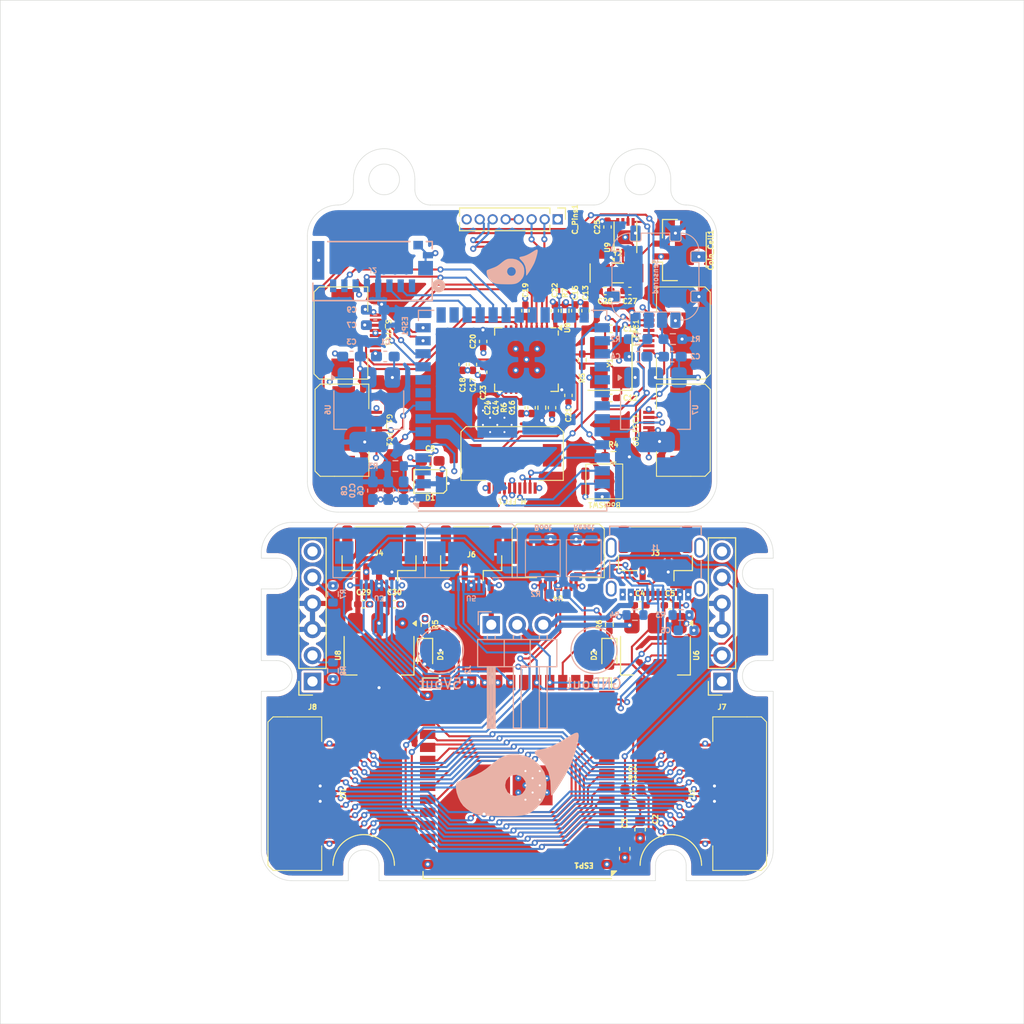
<source format=kicad_pcb>
(kicad_pcb (version 20241229) (generator "pcbnew") (generator_version "9.0")
  (layers (0 "F.Cu" power) (4 "In1.Cu" signal) (6 "In2.Cu" signal) (2 "B.Cu" power) (13 "F.Paste" user) (15 "B.Paste" user) (5 "F.SilkS" user "F.Silkscreen") (7 "B.SilkS" user "B.Silkscreen") (1 "F.Mask" user) (3 "B.Mask" user) (25 "Edge.Cuts" user))
  (net 0 "")
  (net 1 "Net-(ESP1-GPIO0{slash}BOOT)")
  (net 2 "GND")
  (net 3 "Net-(ESP1-EN)")
  (net 4 "+3V3")
  (net 11 "Main USB +")
  (net 12 "Main USB -")
  (net 14 "+5V")
  (net 15 "Addr LED 0")
  (net 16 "Addr LED 1")
  (net 17 "Disp GPIO 9")
  (net 18 "Disp GPIO 4")
  (net 19 "Disp GPIO 8")
  (net 20 "Disp GPIO 7")
  (net 21 "Disp GPIO 3")
  (net 22 "Disp GPIO 11")
  (net 23 "Disp GPIO 1")
  (net 24 "Disp GPIO 14")
  (net 25 "Disp GPIO 6")
  (net 26 "Disp GPIO 2")
  (net 27 "Disp GPIO 10")
  (net 28 "Disp GPIO 0")
  (net 29 "Disp GPIO 12")
  (net 30 "Disp GPIO 5")
  (net 31 "Disp GPIO 13")
  (net 32 "Disp GPIO 15")
  (net 33 "UI GPIO 0")
  (net 34 "UI GPIO 2")
  (net 35 "UI GPIO 1")
  (net 36 "UI GPIO 3")
  (net 37 "Main UART RX")
  (net 38 "Main UART TX")
  (net 39 "I2C SDA")
  (net 40 "I2C SCL")
  (net 41 "+RAWVS")
  (net 42 "+PWR")
  (net 43 "+5VUSB")
  (net 44 "Net-(J1-CC1)")
  (net 48 "Net-(J1-CC2)")
  (net 52 "Net-(D1-K)")
  (net 53 "Net-(D2-K)")
  (net 54 "Net-(J8-Pin_2)")
  (net 55 "Net-(J8-Pin_5)")
  (net 56 "Net-(U8-XTALIN{slash}CLKIN)")
  (net 57 "Net-(U8-XTALOUT)")
  (net 58 "Net-(U8-PLLFILT)")
  (net 59 "Net-(U8-RESET_N)")
  (net 60 "Net-(U8-CRFILT)")
  (net 61 "Net-(U9-X1)")
  (net 62 "Net-(U9-X2)")
  (net 63 "+5VP")
  (net 73 "Gesture GPIO 1")
  (net 75 "Debug LED")
  (net 76 "Gesture GPIO 2")
  (net 77 "Snoot UART TX")
  (net 78 "Snoot USB -")
  (net 79 "Snoot USB +")
  (net 80 "Snoot UART RX")
  (net 82 "Net-(U8-RBIAS)")
  (net 90 "Power USB +")
  (net 94 "Power USB -")
  (net 98 "SD SPI CS")
  (net 99 "SD SPI CLK")
  (net 101 "SD SPI MOSI")
  (net 102 "SD SPI MISO")
  (net 104 "Photoresistor 1")
  (net 105 "Photoresistor 2")
  (net 106 "Fan 0")
  (net 107 "Mic Analog")
  (net 108 "Fan 1")
  (net 109 "HUD USB -")
  (net 110 "HUD USB +")
  (net 111 "HUD UART TX")
  (net 112 "HUD UART RX")
  (net 113 "Power UART TX")
  (net 114 "Power GPIO 1")
  (net 115 "Power UART RX")
  (net 116 "Power GPIO 0")
  (net 117 "+5VS")
  (net 118 "Net-(Coin_Cell1-Pin_2)")
  (footprint "Capacitor_SMD:C_0402_1005Metric_Pad0.74x0.62mm_HandSolder" (layer "F.Cu") (at 76.17 65.58 -90)
    (property "Reference" "C17")
    (property "Value" "1uF" (hide yes))
  )
  (footprint "Resistor_SMD:R_0603_1608Metric" (layer "F.Cu") (at 89.9 74.6 180)
    (property "Reference" "R4")
    (property "Value" "10K" (hide yes))
  )
  (footprint "Capacitor_SMD:C_0603_1608Metric_Pad1.08x0.95mm_HandSolder" (layer "F.Cu") (at 92.5 111 -90)
    (property "Reference" "C2")
    (property "Value" "22uF" (hide yes))
  )
  (footprint "Capacitor_SMD:C_0603_1608Metric" (layer "F.Cu") (at 91.8 107.1 180)
    (property "Reference" "C1")
    (property "Value" "1uF" (hide yes))
  )
  (footprint "FFC:FFC-8-0.5" (layer "F.Cu") (at 84.5 86.5 180)
    (property "Reference" "U4")
    (property "Value" "S FFC" (hide yes))
  )
  (footprint "Connector_PinSocket_2.54mm:PinSocket_1x06_P2.54mm_Vertical" (layer "F.Cu") (at 100.5 96.54 180)
    (property "Reference" "J7")
    (property "Value" "S Pins A" (hide yes))
  )
  (footprint "Resistor_SMD:R_0402_1005Metric_Pad0.72x0.64mm_HandSolder" (layer "F.Cu") (at 71.5 91 90)
    (property "Reference" "R5")
    (property "Value" "155ohm min" (hide yes))
  )
  (footprint "Capacitor_SMD:C_0402_1005Metric_Pad0.74x0.62mm_HandSolder" (layer "F.Cu") (at 89.65 68.85)
    (property "Reference" "C12")
    (property "Value" "18pf" (hide yes))
  )
  (footprint "Package_DFN_QFN:QFN-36-1EP_6x6mm_P0.5mm_EP3.7x3.7mm" (layer "F.Cu") (at 81.4 65.1 -90)
    (property "Reference" "U8")
    (property "Value" "USB2513B_Bi" (hide yes))
  )
  (footprint "FFC:FFC-20-0.5" (layer "F.Cu") (at 61.5 107.5 -90)
    (property "Reference" "U2")
    (property "Value" "D1 FFC" (hide yes))
  )
  (footprint "Crystal:Crystal_SMD_SeikoEpson_TSX3225-4Pin_3.2x2.5mm_HandSoldering" (layer "F.Cu") (at 89.5625 65.4 90)
    (property "Reference" "Y1")
    (property "Value" "TSX-3225 24MF18X-C0" (hide yes))
  )
  (footprint "Connector_JST:JST_GH_SM03B-GHS-TB_1x03-1MP_P1.25mm_Horizontal" (layer "F.Cu") (at 94 84 180)
    (property "Reference" "J3")
    (property "Value" "L0 JST" (hide yes))
  )
  (footprint "Capacitor_SMD:C_0402_1005Metric_Pad0.74x0.62mm_HandSolder" (layer "F.Cu") (at 68.5 89)
    (property "Reference" "C30")
    (property "Value" "10uf" (hide yes))
  )
  (footprint "Capacitor_SMD:C_0402_1005Metric_Pad0.74x0.62mm_HandSolder" (layer "F.Cu") (at 80.9 69.8 -90)
    (property "Reference" "C24")
    (property "Value" "0.1uF" (hide yes))
  )
  (footprint "Resistor_SMD:R_0402_1005Metric_Pad0.72x0.64mm_HandSolder" (layer "F.Cu") (at 86.85 65.15 90)
    (property "Reference" "R5")
    (property "Value" "1M" (hide yes))
  )
  (footprint "RF_Module:ESP32-S3-WROOM-1U" (layer "F.Cu") (at 80.5 106 180)
    (property "Reference" "ESP1")
    (property "Value" "ESP32-S3-WROOM-1" (hide yes))
  )
  (footprint "Capacitor_SMD:C_0402_1005Metric_Pad0.74x0.62mm_HandSolder" (layer "F.Cu") (at 65.5 89)
    (property "Reference" "C29")
    (property "Value" "0.1uf" (hide yes))
  )
  (footprint "Capacitor_SMD:C_0402_1005Metric_Pad0.74x0.62mm_HandSolder" (layer "F.Cu") (at 89.65 62.1 180)
    (property "Reference" "C11")
    (property "Value" "18pf" (hide yes))
  )
  (footprint "FFC:FFC-8-0.5" (layer "F.Cu") (at 66.1 72 -90)
    (property "Reference" "G1_FFC1")
    (property "Value" "G1 FFC" (hide yes))
  )
  (footprint "Capacitor_SMD:C_0603_1608Metric_Pad1.08x0.95mm_HandSolder" (layer "F.Cu") (at 91 112.9 -90)
    (property "Reference" "C3")
    (property "Value" "0.1uF" (hide yes))
  )
  (footprint "Capacitor_SMD:C_0402_1005Metric_Pad0.74x0.62mm_HandSolder" (layer "F.Cu") (at 75.17 65.58 -90)
    (property "Reference" "C18")
    (property "Value" "0.1uF" (hide yes))
  )
  (footprint "FFC:FFC-8-0.5" (layer "F.Cu") (at 94 72 90)
    (property "Reference" "G0_FFC1")
    (property "Value" "G0 FFC" (hide yes))
  )
  (footprint "Capacitor_SMD:C_0402_1005Metric_Pad0.74x0.62mm_HandSolder" (layer "F.Cu") (at 83.9 69.8 -90)
    (property "Reference" "C16")
    (property "Value" "0.1uF" (hide yes))
  )
  (footprint "Connector_PinHeader_1.27mm:PinHeader_1x08_P1.27mm_Vertical" (layer "F.Cu") (at 84.45 51.4 -90)
    (property "Reference" "C_Pins1")
    (property "Value" "C Pins" (hide yes))
  )
  (footprint "Diode_SMD:D_0603_1608Metric_Pad1.05x0.95mm_HandSolder" (layer "F.Cu") (at 89.5 94 -90)
    (property "Reference" "D2")
    (property "Value" "LED" (hide yes))
  )
  (footprint "Capacitor_SMD:C_0402_1005Metric_Pad0.74x0.62mm_HandSolder" (layer "F.Cu") (at 92.5 89.1)
    (property "Reference" "C4")
    (property "Value" "0.1uf" (hide yes))
  )
  (footprint "Capacitor_SMD:C_0402_1005Metric_Pad0.74x0.62mm_HandSolder" (layer "F.Cu") (at 85.5 68.6 -90)
    (property "Reference" "C21")
    (property "Value" "0.1uF" (hide yes))
  )
  (footprint "FFC:FFC-10-0.5" (layer "F.Cu") (at 80 77 180)
    (property "Reference" "M_FFC1")
    (property "Value" "M FFC" (hide yes))
  )
  (footprint "Diode_SMD:D_0603_1608Metric_Pad1.05x0.95mm_HandSolder" (layer "F.Cu") (at 71.5 94 -90)
    (property "Reference" "D1")
    (property "Value" "LED" (hide yes))
  )
  (footprint "Resistor_SMD:R_0603_1608Metric" (layer "F.Cu") (at 91.8 108.6 180)
    (property "Reference" "R1")
    (property "Value" "10K" (hide yes))
  )
  (footprint "Capacitor_SMD:C_0402_1005Metric_Pad0.74x0.62mm_HandSolder" (layer "F.Cu") (at 84.17 60.33 90)
    (property "Reference" "C22")
    (property "Value" "0.1uF" (hide yes))
  )
  (footprint "Capacitor_SMD:C_0402_1005Metric_Pad0.74x0.62mm_HandSolder" (layer "F.Cu") (at 87.17 60.33 90)
    (property "Reference" "C13")
    (property "Value" "1uF" (hide yes))
  )
  (footprint "Connector_PinSocket_2.54mm:PinSocket_1x06_P2.54mm_Vertical" (layer "F.Cu") (at 60.5 96.54 180)
    (property "Reference" "J8")
    (property "Value" "S Pins B" (hide yes))
  )
  (footprint "Capacitor_SMD:C_0402_1005Metric_Pad0.74x0.62mm_HandSolder" (layer "F.Cu") (at 81.3 60.33 90)
    (property "Reference" "C19")
    (property "Value" "0.1uF" (hide yes))
  )
  (footprint "Package_DFN_QFN:DFN-8-1EP_3x2mm_P0.5mm_EP1.36x1.46mm" (layer "F.Cu") (at 91.0675 53.15 90)
    (property "Reference" "U9")
    (property "Value" "MCP7940N-xMNY" (hide yes))
  )
  (footprint "LED_SMD:LED_WS2812B-2020_PLCC4_2.0x2.0mm" (layer "F.Cu") (at 72 77 180)
    (property "Reference" "D1")
    (property "Value" "WS2812B-2020" (hide yes))
  )
  (footprint "Capacitor_SMD:C_0402_1005Metric_Pad0.74x0.62mm_HandSolder" (layer "F.Cu") (at 77.17 63.33 -90)
    (property "Reference" "C20")
    (property "Value" "0.1uF" (hide yes))
  )
  (footprint "Capacitor_SMD:C_0402_1005Metric_Pad0.74x0.62mm_HandSolder" (layer "F.Cu") (at 86.17 60.33 90)
    (property "Reference" "C15")
    (property "Value" "0.1uF" (hide yes))
  )
  (footprint "Capacitor_SMD:C_0402_1005Metric_Pad0.74x0.62mm_HandSolder" (layer "F.Cu") (at 81.9 69.8 -90)
    (property "Reference" "C14")
    (property "Value" "0.1uF" (hide yes))
  )
  (footprint "Capacitor_SMD:C_0402_1005Metric_Pad0.74x0.62mm_HandSolder" (layer "F.Cu") (at 95.4325 89.1)
    (property "Reference" "C5")
    (property "Value" "10uf" (hide yes))
  )
  (footprint "Buttons:R-667843" (layer "F.Cu") (at 89 77 180)
    (property "Reference" "BootSW1")
    (property "Value" "SW_Push" (hide yes))
  )
  (footprint "Package_TO_SOT_SMD:SOT-223-3_TabPin2" (layer "F.Cu") (at 67 94 -90)
    (property "Reference" "U8")
    (property "Value" "LD1117S50TR_SOT223" (hide yes))
  )
  (footprint "Capacitor_SMD:C_0402_1005Metric_Pad0.74x0.62mm_HandSolder" (layer "F.Cu") (at 77.17 66.33 -90)
    (property "Reference" "C23")
    (property "Value" "0.1uF" (hide yes))
  )
  (footprint "Connector_JST:JST_GH_SM02B-GHS-TB_1x02-1MP_P1.25mm_Horizontal" (layer "F.Cu") (at 76 84 180)
    (property "Reference" "J6")
    (property "Value" "A JST" (hide yes))
  )
  (footprint "FFC:FFC-8-0.5" (layer "F.Cu") (at 66 62.5 -90)
    (property "Reference" "S_FFC1")
    (property "Value" "S FFC" (hide yes))
  )
  (footprint "Capacitor_SMD:C_0402_1005Metric_Pad0.74x0.62mm_HandSolder" (layer "F.Cu") (at 91.5 58.4)
    (property "Reference" "C27")
    (property "Value" "12pf" (hide yes))
  )
  (footprint "Package_TO_SOT_SMD:SOT-223-3_TabPin2" (layer "F.Cu") (at 94 94 -90)
    (property "Reference" "U6")
    (property "Value" "LD1117S33TR_SOT223" (hide yes))
  )
  (footprint "Connector_JST:JST_GH_SM02B-GHS-TB_1x02-1MP_P1.25mm_Horizontal" (layer "F.Cu") (at 96.4 54.4 90)
    (property "Reference" "Coin_Cell1")
    (property "Value" "Coin Cell" (hide yes))
  )
  (footprint "FFC:FFC-20-0.5" (layer "F.Cu") (at 99.5 107.5 90)
    (property "Reference" "U1")
    (property "Value" "D0 FFC" (hide yes))
  )
  (footprint "Crystal:Crystal_SMD_MicroCrystal_CC7V-T1A-2Pin_3.2x1.5mm_HandSoldering" (layer "F.Cu") (at 90.3175 56.65)
    (property "Reference" "Y2")
    (property "Value" "CM7V-T1A" (hide yes))
  )
  (footprint "Capacitor_SMD:C_0402_1005Metric_Pad0.74x0.62mm_HandSolder" (layer "F.Cu") (at 89.0675 58.4 180)
    (property "Reference" "C26")
    (property "Value" "10pf" (hide yes))
  )
  (footprint "Capacitor_SMD:C_0603_1608Metric_Pad1.08x0.95mm_HandSolder" (layer "F.Cu") (at 72 75)
    (property "Reference" "C5")
    (property "Value" "1uF" (hide yes))
  )
  (footprint "FFC:FFC-8-0.5" (layer "F.Cu") (at 94 62.5 90)
    (property "Reference" "F_FFC1")
    (property "Value" "F FFC" (hide yes))
  )
  (footprint "Resistor_SMD:R_0402_1005Metric_Pad0.72x0.64mm_HandSolder" (layer "F.Cu") (at 82.9 69.8 -90)
    (property "Reference" "R6")
    (property "Value" "100K" (hide yes))
  )
  (footprint "Resistor_SMD:R_0402_1005Metric_Pad0.72x0.64mm_HandSolder" (layer "F.Cu") (at 89.5 91 90)
    (property "Reference" "R6")
    (property "Value" "70ohm min" (hide yes))
  )
  (footprint "Connector_JST:JST_GH_SM03B-GHS-TB_1x03-1MP_P1.25mm_Horizontal" (layer "F.Cu") (at 67 84 180)
    (property "Reference" "J4")
    (property "Value" "L1 JST" (hide yes))
  )
  (footprint "Capacitor_SMD:C_0402_1005Metric_Pad0.74x0.62mm_HandSolder" (layer "F.Cu") (at 89.3175 52.15 -90)
    (property "Reference" "C25")
    (property "Value" "0.1uF" (hide yes))
  )
  (footprint "Resistor_SMD:R_0402_1005Metric_Pad0.72x0.64mm_HandSolder" (layer "F.Cu") (at 85.17 60.33 -90)
    (property "Reference" "R7")
    (property "Value" "12K" (hide yes))
  )
  (footprint "Resistor_SMD:R_0603_1608Metric" (layer "B.Cu") (at 68.6 75.5)
    (property "Reference" "R3")
    (property "Value" "10K" (hide yes))
  )
  (footprint "Resistor_SMD:R_0603_1608Metric" (layer "B.Cu") (at 92 90.05 180)
    (property "Reference" "R4")
    (property "Value" "5.1K" (hide yes))
  )
  (footprint "Package_TO_SOT_SMD:SOT-223-3_TabPin2" (layer "B.Cu") (at 94 70 -90)
    (property "Reference" "U7")
    (property "Value" "LD1117S50TR_SOT223" (hide yes))
  )
  (footprint "Capacitor_SMD:C_0603_1608Metric_Pad1.08x0.95mm_HandSolder" (layer "B.Cu") (at 69.4 77.9 90)
    (property "Reference" "C6")
    (property "Value" "1uF" (hide yes))
  )
  (footprint "Capacitor_SMD:C_0603_1608Metric_Pad1.08x0.95mm_HandSolder" (layer "B.Cu") (at 66.627095 61.734 180)
    (property "Reference" "C7")
    (property "Value" "22uF" (hide yes))
  )
  (footprint "Resistor_SMD:R_0603_1608Metric" (layer "B.Cu") (at 62.5 95.5 -90)
    (property "Reference" "R8")
    (property "Value" "5.1K" (hide yes))
  )
  (footprint "Resistor_SMD:R_0603_1608Metric" (layer "B.Cu") (at 96.5 90.05)
    (property "Reference" "R3")
    (property "Value" "5.1K" (hide yes))
  )
  (footprint "TestPoint:TestPoint_Pad_D4.0mm" (layer "B.Cu") (at 73 93.5)
    (property "Reference" "J5" (hide yes))
    (property "Value" "5Vout")
  )
  (footprint "Custom Modules:Sensored" (layer "B.Cu") (at 94 57 -90)
    (property "Reference" "U11" (hide yes))
    (property "Value" "Sensored")
  )
  (footprint "USBC:AMPHENOL_10171746-00021LF" (layer "B.Cu") (at 94 83.475)
    (property "Reference" "J1")
    (property "Value" "10171746-00021LF" (hide yes))
  )
  (footprint "LOGO" (layer "B.Cu") (at 80 56)
    (property "Reference" "G***" (hide yes))
    (property "Value" "LOGO" (hide yes))
  )
  (footprint "Capacitor_SMD:C_0603_1608Metric_Pad1.08x0.95mm_HandSolder" (layer "B.Cu") (at 95.65 64.813124 180)
    (property "Reference" "C2")
    (property "Value" "0.1uf" (hide yes))
  )
  (footprint "Capacitor_SMD:C_0603_1608Metric_Pad1.08x0.95mm_HandSolder" (layer "B.Cu") (at 67.613124 64.8 180)
    (property "Reference" "C1")
    (property "Value" "0.1uf" (hide yes))
  )
  (footprint "Capacitor_SMD:C_0603_1608Metric_Pad1.08x0.95mm_HandSolder" (layer "B.Cu") (at 92.3 64.813124 180)
    (property "Reference" "C4")
    (property "Value" "10uf" (hide yes))
  )
  (footprint "Capacitor_SMD:C_0603_1608Metric_Pad1.08x0.95mm_HandSolder" (layer "B.Cu") (at 66.4 77.9 -90)
    (property "Reference" "C8")
    (property "Value" "22uF" (hide yes))
  )
  (footprint "TestPoint:TestPoint_Pad_D4.0mm" (layer "B.Cu") (at 88 93.5)
    (property "Reference" "J9" (hide yes))
    (property "Value" "GNDout")
  )
  (footprint "Resistor_SMD:R_0603_1608Metric_Pad0.98x0.95mm_HandSolder" (layer "B.Cu") (at 92.3 63.1)
    (property "Reference" "R2")
    (property "Value" "10K" (hide yes))
  )
  (footprint "Capacitor_SMD:C_0603_1608Metric_Pad1.08x0.95mm_HandSolder" (layer "B.Cu") (at 66.627095 60.234 180)
    (property "Reference" "C9")
    (property "Value" "0.1uF" (hide yes))
  )
  (footprint "Capacitor_SMD:C_0603_1608Metric_Pad1.08x0.95mm_HandSolder" (layer "B.Cu") (at 64.313124 64.8 180)
    (property "Reference" "C3")
    (property "Value" "10uf" (hide yes))
  )
  (footprint "Resistor_SMD:R_0603_1608Metric_Pad0.98x0.95mm_HandSolder" (layer "B.Cu") (at 95.7 63.1 180)
    (property "Reference" "R1")
    (property "Value" "10K" (hide yes))
  )
  (footprint "Buttons:R-667843" (layer "B.Cu") (at 87 84.5 90)
    (property "Reference" "RstSW1" (hide yes))
    (property "Value" "Reset")
  )
  (footprint "FFC:FFC-8-0.5" (layer "B.Cu") (at 76 86.5)
    (property "Reference" "U5")
    (property "Value" "R FFC" (hide yes))
  )
  (footprint "LOGO" (layer "B.Cu") (at 80.5 105.5)
    (property "Reference" "G***" (hide yes))
    (property "Value" "LOGO" (hide yes))
  )
  (footprint "Resistor_SMD:R_0603_1608Metric" (layer "B.Cu") (at 84.5 88 180)
    (property "Reference" "R2")
    (property "Value" "10K" (hide yes))
  )
  (footprint "FFC:FFC-8-0.5" (layer "B.Cu") (at 67 86.5)
    (property "Reference" "U3")
    (property "Value" "U FFC" (hide yes))
  )
  (footprint "Package_TO_SOT_SMD:SOT-223-3_TabPin2" (layer "B.Cu") (at 66 70 -90)
    (property "Reference" "U6")
    (property "Value" "LD1117S33TR_SOT223" (hide yes))
  )
  (footprint "Resistor_SMD:R_0603_1608Metric" (layer "B.Cu") (at 62.5 88 90)
    (property "Reference" "R7")
    (property "Value" "5.1K" (hide yes))
  )
  (footprint "Connector_PinHeader_2.54mm:PinHeader_1x03_P2.54mm_Horizontal" (layer "B.Cu") (at 77.96 91 -90)
    (property "Reference" "J2")
    (property "Value" "PWR Jumper Pins" (hide yes))
  )
  (footprint "Micro SD:MicroSD_473092651" (layer "B.Cu") (at 66.372905 57.866)
    (property "Reference" "J2")
    (property "Value" "MicroSD" (hide yes))
  )
  (footprint "RF_Module:ESP32-S3-WROOM-1U" (layer "B.Cu") (at 80.05 70.09)
    (property "Reference" "ESP1")
    (property "Value" "ESP32-S3-WROOM-1U" (hide yes))
  )
  (footprint "Capacitor_SMD:C_0603_1608Metric_Pad1.08x0.95mm_HandSolder" (layer "B.Cu") (at 67.9 77.9 -90)
    (property "Reference" "C10")
    (property "Value" "0.1uF" (hide yes))
  )
  (footprint "Buttons:R-667843" (layer "B.Cu") (at 83 84.5 90)
    (property "Reference" "BootSW1" (hide yes))
    (property "Value" "Boot")
  )
  (footprint "Capacitor_SMD:C_0603_1608Metric" (layer "B.Cu") (at 97 91.55)
    (property "Reference" "C6")
    (property "Value" "10uF" (hide yes))
  )
  (gr_arc (start 92.507075 114.5) (mid 95.507075 111.5) (end 98.507075 114.5) (stroke (width 0.1)) (layer "F.SilkS"))
  (gr_arc (start 92.5 114.5) (mid 95.5 111.5) (end 98.5 114.5) (stroke (width 0.1)) (layer "F.SilkS"))
  (gr_arc (start 62.5 114.5) (mid 65.5 111.5) (end 68.5 114.5) (stroke (width 0.1)) (layer "F.SilkS"))
  (gr_arc (start 62.507075 114.5) (mid 65.507075 111.5) (end 68.507075 114.5) (stroke (width 0.1)) (layer "F.SilkS"))
  (gr_arc (start 102.5 81) (mid 104.62132 81.87868) (end 105.5 84) (stroke (width 0.05)) (layer "Edge.Cuts"))
  (gr_line (start 57 94.5) (end 55.5 94.5) (stroke (width 0.05)) (layer "Edge.Cuts"))
  (gr_line (start 104 97.5) (end 105.5 97.5) (stroke (width 0.05)) (layer "Edge.Cuts"))
  (gr_arc (start 104 97.5) (mid 102.5 96) (end 104 94.5) (stroke (width 0.05)) (layer "Edge.Cuts"))
  (gr_line (start 88 50) (end 72 50) (stroke (width 0.05)) (layer "Edge.Cuts"))
  (gr_line (start 104 84.5) (end 105.5 84.5) (stroke (width 0.05)) (layer "Edge.Cuts"))
  (gr_arc (start 55.5 84) (mid 56.37868 81.87868) (end 58.5 81) (stroke (width 0.05)) (layer "Edge.Cuts"))
  (gr_rect (start 30 30) (end 130 130) (stroke (width 0.05)) (fill no) (layer "Edge.Cuts"))
  (gr_circle (center 92.5 47.5) (end 92.5 49) (stroke (width 0.05)) (fill no) (layer "Edge.Cuts"))
  (gr_arc (start 72 50) (mid 70.93934 49.56066) (end 70.5 48.5) (stroke (width 0.05)) (layer "Edge.Cuts"))
  (gr_arc (start 89.5 48.5) (mid 89.06066 49.56066) (end 88 50) (stroke (width 0.05)) (layer "Edge.Cuts"))
  (gr_arc (start 57 94.5) (mid 58.5 96) (end 57 97.5) (stroke (width 0.05)) (layer "Edge.Cuts"))
  (gr_line (start 55.5 94.5) (end 55.5 87.5) (stroke (width 0.05)) (layer "Edge.Cuts"))
  (gr_line (start 97 80) (end 63 80) (stroke (width 0.05)) (layer "Edge.Cuts"))
  (gr_circle (center 67.5 47.5) (end 67.5 49) (stroke (width 0.05)) (fill no) (layer "Edge.Cuts"))
  (gr_line (start 64 116) (end 58.5 116) (stroke (width 0.05)) (layer "Edge.Cuts"))
  (gr_line (start 97 116) (end 102.5 116) (stroke (width 0.05)) (layer "Edge.Cuts"))
  (gr_line (start 57 97.5) (end 55.5 97.5) (stroke (width 0.05)) (layer "Edge.Cuts"))
  (gr_line (start 104 87.5) (end 105.5 87.5) (stroke (width 0.05)) (layer "Edge.Cuts"))
  (gr_arc (start 57 84.5) (mid 58.5 86) (end 57 87.5) (stroke (width 0.05)) (layer "Edge.Cuts"))
  (gr_arc (start 105.5 113) (mid 104.62132 115.12132) (end 102.5 116) (stroke (width 0.05)) (layer "Edge.Cuts"))
  (gr_arc (start 94 114.5) (mid 95.5 113) (end 97 114.5) (stroke (width 0.05)) (layer "Edge.Cuts"))
  (gr_line (start 67 114.5) (end 67 116) (stroke (width 0.05)) (layer "Edge.Cuts"))
  (gr_line (start 57 84.5) (end 55.5 84.5) (stroke (width 0.05)) (layer "Edge.Cuts"))
  (gr_arc (start 104 87.5) (mid 102.5 86) (end 104 84.5) (stroke (width 0.05)) (layer "Edge.Cuts"))
  (gr_line (start 58.5 81) (end 102.5 81) (stroke (width 0.05)) (layer "Edge.Cuts"))
  (gr_line (start 105.5 87.5) (end 105.5 94.5) (stroke (width 0.05)) (layer "Edge.Cuts"))
  (gr_line (start 55.5 113) (end 55.5 97.5) (stroke (width 0.05)) (layer "Edge.Cuts"))
  (gr_line (start 97 114.5) (end 97 116) (stroke (width 0.05)) (layer "Edge.Cuts"))
  (gr_arc (start 97 50) (mid 99.12132 50.87868) (end 100 53) (stroke (width 0.05)) (layer "Edge.Cuts"))
  (gr_line (start 100 53) (end 100 77) (stroke (width 0.05)) (layer "Edge.Cuts"))
  (gr_arc (start 60 53) (mid 60.87868 50.87868) (end 63 50) (stroke (width 0.05)) (layer "Edge.Cuts"))
  (gr_line (start 89.5 47.5) (end 89.5 48.5) (stroke (width 0.05)) (layer "Edge.Cuts"))
  (gr_line (start 105.5 97.5) (end 105.5 113) (stroke (width 0.05)) (layer "Edge.Cuts"))
  (gr_arc (start 64 114.5) (mid 65.5 113) (end 67 114.5) (stroke (width 0.05)) (layer "Edge.Cuts"))
  (gr_arc (start 64.5 48.5) (mid 64.06066 49.56066) (end 63 50) (stroke (width 0.05)) (layer "Edge.Cuts"))
  (gr_line (start 104 94.5) (end 105.5 94.5) (stroke (width 0.05)) (layer "Edge.Cuts"))
  (gr_arc (start 100 77) (mid 99.12132 79.12132) (end 97 80) (stroke (width 0.05)) (layer "Edge.Cuts"))
  (gr_line (start 64 114.5) (end 64 116) (stroke (width 0.05)) (layer "Edge.Cuts"))
  (gr_line (start 94 114.5) (end 94 116) (stroke (width 0.05)) (layer "Edge.Cuts"))
  (gr_arc (start 63 80) (mid 60.87868 79.12132) (end 60 77) (stroke (width 0.05)) (layer "Edge.Cuts"))
  (gr_arc (start 58.5 116) (mid 56.37868 115.12132) (end 55.5 113) (stroke (width 0.05)) (layer "Edge.Cuts"))
  (gr_line (start 94 116) (end 67 116) (stroke (width 0.05)) (layer "Edge.Cuts"))
  (gr_arc (start 89.5 47.5) (mid 92.5 44.5) (end 95.5 47.5) (stroke (width 0.05)) (layer "Edge.Cuts"))
  (gr_arc (start 64.5 47.5) (mid 67.5 44.5) (end 70.5 47.5) (stroke (width 0.05)) (layer "Edge.Cuts"))
  (gr_line (start 57 87.5) (end 55.5 87.5) (stroke (width 0.05)) (layer "Edge.Cuts"))
  (gr_line (start 55.5 84.5) (end 55.5 84) (stroke (width 0.05)) (layer "Edge.Cuts"))
  (gr_line (start 64.5 47.5) (end 64.5 48.5) (stroke (width 0.05)) (layer "Edge.Cuts"))
  (gr_arc (start 97 50) (mid 95.93934 49.56066) (end 95.5 48.5) (stroke (width 0.05)) (layer "Edge.Cuts"))
  (gr_line (start 70.5 47.5) (end 70.5 48.5) (stroke (width 0.05)) (layer "Edge.Cuts"))
  (gr_line (start 95.5 47.5) (end 95.5 48.5) (stroke (width 0.05)) (layer "Edge.Cuts"))
  (gr_line (start 105.5 84) (end 105.5 84.5) (stroke (width 0.05)) (layer "Edge.Cuts"))
  (gr_line (start 60 77) (end 60 53) (stroke (width 0.05)) (layer "Edge.Cuts"))
  (gr_text "ESP1" (at 87.007075 114.5 180) (layer "F.SilkS") (effects (font (size 0.5 0.5) (thickness 0.125))))
  (gr_text "U1" (at 97.557075 107.5 90) (layer "F.SilkS") (effects (font (size 0.5 0.5) (thickness 0.1))))
  (gr_text "U2" (at 63.457075 107.5 270) (layer "F.SilkS") (effects (font (size 0.5 0.5) (thickness 0.1))))
  (segment (start 89.075 73.925002) (end 89.075 74.6) (width 0.2) (layer "F.Cu") (net 1))
  (segment (start 90.85 77.75) (end 90.85 76.25) (width 0.2) (layer "F.Cu") (net 1))
  (segment (start 89.2 74.6) (end 89.075 74.6) (width 0.2) (layer "F.Cu") (net 1))
  (segment (start 87.549998 72.4) (end 89.075 73.925002) (width 0.2) (layer "F.Cu") (net 1))
  (segment (start 90.85 76.25) (end 89.2 74.6) (width 0.2) (layer "F.Cu") (net 1))
  (via (at 71.75 97.9) (size 0.6) (drill 0.3) (layers "F.Cu" "B.Cu") (net 1))
  (via (at 87.549998 72.4) (size 0.6) (drill 0.3) (layers "F.Cu" "B.Cu") (net 1))
  (segment (start 63.5815 90.099843) (end 71.381657 97.9) (width 0.2) (layer "B.Cu") (net 1))
  (segment (start 88.8 61.99) (end 87.85 61.99) (width 0.2) (layer "B.Cu") (net 1))
  (segment (start 83.675 88) (end 83.675 86.425) (width 0.2) (layer "B.Cu") (net 1))
  (segment (start 75.35 82.55) (end 67.932557 82.55) (width 0.2) (layer "B.Cu") (net 1))
  (segment (start 71.381657 97.9) (end 71.75 97.9) (width 0.2) (layer "B.Cu") (net 1))
  (segment (start 87.85 61.99) (end 86.8 63.04) (width 0.2) (layer "B.Cu") (net 1))
  (segment (start 67.932557 82.55) (end 63.5815 86.901057) (width 0.2) (layer "B.Cu") (net 1))
  (segment (start 86.8 63.04) (end 86.8 71.650002) (width 0.2) (layer "B.Cu") (net 1))
  (segment (start 83.675 86.425) (end 83.75 86.35) (width 0.2) (layer "B.Cu") (net 1))
  (segment (start 86.8 71.650002) (end 87.549998 72.4) (width 0.2) (layer "B.Cu") (net 1))
  (segment (start 82.25 86.35) (end 79.15 86.35) (width 0.2) (layer "B.Cu") (net 1))
  (segment (start 79.15 86.35) (end 75.35 82.55) (width 0.2) (layer "B.Cu") (net 1))
  (segment (start 63.5815 86.901057) (end 63.5815 90.099843) (width 0.2) (layer "B.Cu") (net 1))
  (segment (start 83.75 86.35) (end 82.25 86.35) (width 0.2) (layer "B.Cu") (net 1))
  (segment (start 93.0675 89.1) (end 93.6785 88.489) (width 0.2) (layer "F.Cu") (net 2))
  (segment (start 72.22 54.674) (end 72.474 54.674) (width 0.2) (layer "F.Cu") (net 2))
  (segment (start 84.862502 59.7625) (end 84.892502 59.7325) (width 0.2) (layer "F.Cu") (net 2))
  (segment (start 86.17 59.7625) (end 86.400698 59.7625) (width 0.2) (layer "F.Cu") (net 2))
  (segment (start 81.4 65.1) (end 82.45 66.15) (width 0.2) (layer "F.Cu") (net 2))
  (segment (start 93.332075 111.025) (end 92.507075 111.85) (width 0.2) (layer "F.Cu") (net 2))
  (segment (start 93.35 70.250001) (end 93.35 69.95) (width 0.2) (layer "F.Cu") (net 2))
  (segment (start 93.35 73.75) (end 93.35 74.65) (width 0.2) (layer "F.Cu") (net 2))
  (segment (start 90.45 65.2) (end 90.45 63.75) (width 0.2) (layer "F.Cu") (net 2))
  (segment (start 90.45 65.2) (end 90.45 64.1) (width 0.2) (layer "F.Cu") (net 2))
  (segment (start 93.640845 64.25) (end 93.35 64.25) (width 0.2) (layer "F.Cu") (net 2))
  (segment (start 73.2 75.8) (end 73.2 76.165) (width 0.2) (layer "F.Cu") (net 2))
  (segment (start 76.17 66.1475) (end 76.1975 66.1475) (width 0.2) (layer "F.Cu") (net 2))
  (segment (start 86.75 87.15) (end 86.85 87.25) (width 0.2) (layer "F.Cu") (net 2))
  (segment (start 87.15 78.5) (end 87.15 76.25) (width 0.2) (layer "F.Cu") (net 2))
  (segment (start 92.0675 58.4) (end 91.4565 59.011) (width 0.2) (layer "F.Cu") (net 2))
  (segment (start 89.3175 52.7175) (end 90.635 52.7175) (width 0.2) (layer "F.Cu") (net 2))
  (segment (start 75.375 85.575) (end 75.4 85.55) (width 0.2) (layer "F.Cu") (net 2))
  (segment (start 77.4675 63.6) (end 77.17 63.8975) (width 0.2) (layer "F.Cu") (net 2))
  (segment (start 62.157075 112.25) (end 62.157075 112.400002) (width 0.2) (layer "F.Cu") (net 2))
  (segment (start 96.3 90.85) (end 97.012526 90.85) (width 0.2) (layer "F.Cu") (net 2))
  (segment (start 80.9175 70.35) (end 80.9 70.3675) (width 0.2) (layer "F.Cu") (net 2))
  (segment (start 77.17 63.8975) (end 77.17 64.42) (width 0.2) (layer "F.Cu") (net 2))
  (segment (start 90.635 52.7175) (end 91.0675 53.15) (width 0.2) (layer "F.Cu") (net 2))
  (segment (start 87.17 59.7625) (end 86.945702 59.7625) (width 0.2) (layer "F.Cu") (net 2))
  (segment (start 89.746126 59.014874) (end 89.75 59.011) (width 0.2) (layer "F.Cu") (net 2))
  (segment (start 89.0825 68.85) (end 89.0825 67.4575) (width 0.2) (layer "F.Cu") (net 2))
  (segment (start 82.25 77.65) (end 82.65 77.65) (width 0.2) (layer "F.Cu") (net 2))
  (segment (start 83.975 59.5675) (end 84.17 59.7625) (width 0.2) (layer "F.Cu") (net 2))
  (segment (start 76.9475 66.8975) (end 76.65 66.6) (width 0.2) (layer "F.Cu") (net 2))
  (segment (start 96 89.1) (end 97 89.1) (width 0.2) (layer "F.Cu") (net 2))
  (segment (start 71.5 90.4025) (end 71.5 90.4) (width 0.2) (layer "F.Cu") (net 2))
  (segment (start 85.260865 59.492938) (end 85.260865 59.7625) (width 0.2) (layer "F.Cu") (net 2))
  (segment (start 89.819834 61.134834) (end 90.2175 61.5325) (width 0.2) (layer "F.Cu") (net 2))
  (segment (start 95.389 88.489) (end 96 89.1) (width 0.2) (layer "F.Cu") (net 2))
  (segment (start 91.007075 113.3625) (end 91.007075 113.35) (width 0.2) (layer "F.Cu") (net 2))
  (segment (start 84.892502 59.7325) (end 85.17 59.7325) (width 0.2) (layer "F.Cu") (net 2))
  (segment (start 90.2175 61.5325) (end 90.2175 62.1) (width 0.2) (layer "F.Cu") (net 2))
  (segment (start 73.2 75.8) (end 73.2 75.3375) (width 0.2) (layer "F.Cu") (net 2))
  (segment (start 82.750001 87.15) (end 82.267514 87.15) (width 0.2) (layer "F.Cu") (net 2))
  (segment (start 77.17 64.42) (end 77.2 64.45) (width 0.2) (layer "F.Cu") (net 2))
  (segment (start 85.5 69.1675) (end 85.5 69.75) (width 0.2) (layer "F.Cu") (net 2))
  (segment (start 89.746126 59.21) (end 89.746126 59.014874) (width 0.2) (layer "F.Cu") (net 2))
  (segment (start 88.475 66.85) (end 87.549998 66.85) (width 0.2) (layer "F.Cu") (net 2))
  (segment (start 75.65 66.15) (end 75.1725 66.15) (width 0.2) (layer "F.Cu") (net 2))
  (segment (start 90.45 63.75) (end 90.2175 63.5175) (width 0.2) (layer "F.Cu") (net 2))
  (segment (start 66.75 73.749999) (end 66.75 74.65) (width 0.2) (layer "F.Cu") (net 2))
  (segment (start 71.757075 114.41) (end 71.757075 114.4) (width 0.2) (layer "F.Cu") (net 2))
  (segment (start 91.8175 54.65) (end 91.8175 53.9) (width 0.2) (layer "F.Cu") (net 2))
  (segment (start 89.111 59.011) (end 88.5 58.4) (width 0.2) (layer "F.Cu") (net 2))
  (segment (start 82.267514 87.15) (end 82.167514 87.25) (width 0.2) (layer "F.Cu") (net 2))
  (segment (start 90.45 64.1) (end 90.625 63.925) (width 0.2) (layer "F.Cu") (net 2))
  (segment (start 81.4 65.1) (end 80.35 66.15) (width 0.2) (layer "F.Cu") (net 2))
  (segment (start 89.35 61.039998) (end 89.444836 61.134834) (width 0.2) (layer "F.Cu") (net 2))
  (segment (start 80.35 64.05) (end 81.4 65.1) (width 0.2) (layer "F.Cu") (net 2))
  (segment (start 93.35 60.6) (end 92.75 60) (width 0.2) (layer "F.Cu") (net 2))
  (segment (start 77.75 77.65) (end 77.4 77.65) (width 0.2) (layer "F.Cu") (net 2))
  (segment (start 81.9 70.3675) (end 81.4175 70.3675) (width 0.2) (layer "F.Cu") (net 2))
  (segment (start 90.2175 63.5175) (end 90.2175 62.1) (width 0.2) (layer "F.Cu") (net 2))
  (segment (start 93.332075 107.85) (end 93.332075 111.025) (width 0.2) (layer "F.Cu") (net 2))
  (segment (start 66.75 70.25) (end 66.75 69.85) (width 0.2) (layer "F.Cu") (net 2))
  (segment (start 75.6525 66.1475) (end 75.65 66.15) (width 0.2) (layer "F.Cu") (net 2))
  (segment (start 81.4 65.1) (end 82.45 64.05) (width 0.2) (layer "F.Cu") (net 2))
  (segment (start 97.012526 90.85) (end 97.038878 90.876352) (width 0.2) (layer "F.Cu") (net 2))
  (segment (start 66.0675 89) (end 66.1 89) (width 0.2) (layer "F.Cu") (net 2))
  (segment (start 81.4 70.35) (end 80.9175 70.35) (width 0.2) (layer "F.Cu") (net 2))
  (segment (start 83.975 59.45) (end 83.975 59.5675) (width 0.2) (layer "F.Cu") (net 2))
  (segment (start 75.1725 66.15) (end 75.17 66.1475) (width 0.2) (layer "F.Cu") (net 2))
  (segment (start 91.0675 53.15) (end 91.05 53.15) (width 0.2) (layer "F.Cu") (net 2))
  (segment (start 84.17 59.7625) (end 84.862502 59.7625) (width 0.2) (layer "F.Cu") (net 2))
  (segment (start 66.65 64.5) (end 66.65 64.249999) (width 0.2) (layer "F.Cu") (net 2))
  (segment (start 72.474 54.674) (end 72.5 54.7) (width 0.2) (layer "F.Cu") (net 2))
  (segment (start 77.17 66.8975) (end 76.9475 66.8975) (width 0.2) (layer "F.Cu") (net 2))
  (segment (start 93.35 60.750001) (end 93.35 60.6) (width 0.2) (layer "F.Cu") (net 2))
  (segment (start 85.260865 59.492938) (end 85.260865 59.641635) (width 0.2) (layer "F.Cu") (net 2))
  (segment (start 89.0825 67.4575) (end 88.475 66.85) (width 0.2) (layer "F.Cu") (net 2))
  (segment (start 73.2 76.165) (end 72.915 76.45) (width 0.2) (layer "F.Cu") (net 2))
  (segment (start 86.945702 59.7625) (end 86.6732 59.489998) (width 0.2) (layer "F.Cu") (net 2))
  (segment (start 76.17 66.1475) (end 75.6525 66.1475) (width 0.2) (layer "F.Cu") (net 2))
  (segment (start 92.507075 111.8625) (end 92.507075 111.85) (width 0.2) (layer "F.Cu") (net 2))
  (segment (start 75.375 85.85) (end 75.375 85.575) (width 0.2) (layer "F.Cu") (net 2))
  (segment (start 98.857075 112.25) (end 98.857075 112.400002) (width 0.2) (layer "F.Cu") (net 2))
  (segment (start 62.157075 102.75) (end 62.157075 102.599998) (width 0.2) (layer "F.Cu") (net 2))
  (segment (start 89.75 59.011) (end 89.111 59.011) (width 0.2) (layer "F.Cu") (net 2))
  (segment (start 85.260865 59.641635) (end 85.17 59.7325) (width 0.2) (layer "F.Cu") (net 2))
  (segment (start 94.55 55.025) (end 94.55 55.05) (width 0.2) (layer "F.Cu") (net 2))
  (segment (start 66.65 60.75) (end 66.65 60.664148) (width 0.2) (layer "F.Cu") (net 2))
  (segment (start 73.2 75.3375) (end 72.8625 75) (width 0.2) (layer "F.Cu") (net 2))
  (segment (start 66.75 74.65) (end 66.700735 74.699265) (width 0.2) (layer "F.Cu") (net 2))
  (segment (start 85.260865 59.7625) (end 86.17 59.7625) (width 0.2) (layer "F.Cu") (net 2))
  (segment (start 66.65 60.664148) (end 66.452095 60.466243) (width 0.2) (layer "F.Cu") (net 2))
  (segment (start 94.147403 64.756558) (end 93.640845 64.25) (width 0.2) (layer "F.Cu") (net 2))
  (segment (start 94.2 64.724704) (end 94.168146 64.756558) (width 0.2) (layer "F.Cu") (net 2))
  (segment (start 86.400698 59.7625) (end 86.6732 59.489998) (width 0.2) (layer "F.Cu") (net 2))
  (segment (start 83.9 70.3675) (end 83.9 70.95) (width 0.2) (layer "F.Cu") (net 2))
  (segment (start 90.45 90.210659) (end 89.691841 90.210659) (width 0.2) (layer "F.Cu") (net 2))
  (segment (start 81.4175 70.3675) (end 81.4 70.35) (width 0.2) (layer "F.Cu") (net 2))
  (segment (start 76.1975 66.1475) (end 76.65 66.6) (width 0.2) (layer "F.Cu") (net 2))
  (segment (start 93.6785 88.489) (end 95.389 88.489) (width 0.2) (layer "F.Cu") (net 2))
  (segment (start 81.3 59.7625) (end 81.3 59.17) (width 0.2) (layer "F.Cu") (net 2))
  (segment (start 89.691841 90.210659) (end 89.5 90.4025) (width 0.2) (layer "F.Cu") (net 2))
  (segment (start 69.0675 89) (end 69.1 89) (width 0.2) (layer "F.Cu") (net 2))
  (segment (start 86.25 87.15) (end 86.75 87.15) (width 0.2) (layer "F.Cu") (net 2))
  (segment (start 89.444836 61.134834) (end 89.819834 61.134834) (width 0.2) (layer "F.Cu") (net 2))
  (segment (start 92.582075 107.1) (end 93.332075 107.85) (width 0.2) (layer "F.Cu") (net 2))
  (segment (start 81.42 59.17) (end 81.4 59.15) (width 0.2) (layer "F.Cu") (net 2))
  (segment (start 91.8175 53.9) (end 91.0675 53.15) (width 0.2) (layer "F.Cu") (net 2))
  (segment (start 89.257075 114.41) (end 89.257075 114.4) (width 0.2) (layer "F.Cu") (net 2))
  (segment (start 91.4565 59.011) (end 89.75 59.011) (width 0.2) (layer "F.Cu") (net 2))
  (segment (start 98.857075 102.75) (end 98.857075 102.599998) (width 0.2) (layer "F.Cu") (net 2))
  (segment (start 94.168146 64.756558) (end 94.147403 64.756558) (width 0.2) (layer "F.Cu") (net 2))
  (segment (start 78.4625 63.6) (end 77.4675 63.6) (width 0.2) (layer "F.Cu") (net 2))
  (via (at 82.45 66.15) (size 0.6) (drill 0.3) (layers "F.Cu" "B.Cu") (net 2))
  (via (at 66.700735 74.699265) (size 0.6) (drill 0.3) (layers "F.Cu" "B.Cu") (net 2))
  (via (at 62.7 64.499998) (size 0.6) (drill 0.3) (layers "F.Cu" "B.Cu") (net 2))
  (via (at 65.65 60.2) (size 0.6) (drill 0.3) (layers "F.Cu" "B.Cu") (net 2))
  (via (at 83.75 82.65) (size 0.6) (drill 0.3) (layers "F.Cu" "B.Cu") (net 2))
  (via (at 87.15 78.5) (size 0.6) (drill 0.3) (layers "F.Cu" "B.Cu") (net 2))
  (via (at 85.260865 59.492938) (size 0.6) (drill 0.3) (layers "F.Cu" "B.Cu") (net 2))
  (via (at 94.2 64.724704) (size 0.6) (drill 0.3) (layers "F.Cu" "B.Cu") (net 2))
  (via (at 67.15 78.7625) (size 0.6) (drill 0.3) (layers "F.Cu" "B.Cu") (net 2))
  (via (at 72.5 54.7) (size 0.6) (drill 0.3) (layers "F.Cu" "B.Cu") (net 2))
  (via (at 92.75 85.85) (size 0.6) (drill 0.3) (layers "F.Cu" "B.Cu") (net 2))
  (via (at 91.007075 113.75) (size 0.6) (drill 0.3) (layers "F.Cu" "B.Cu") (net 2))
  (via (at 92.012502 66.85) (size 0.6) (drill 0.3) (layers "F.Cu" "B.Cu") (net 2))
  (via (at 70.2 78.7625) (size 0.6) (drill 0.3) (layers "F.Cu" "B.Cu") (net 2))
  (via (at 81.4 70.35) (size 0.6) (drill 0.3) (layers "F.Cu" "B.Cu") (net 2))
  (via (at 65.599997 61.720093) (size 0.6) (drill 0.3) (layers "F.Cu" "B.Cu") (net 2))
  (via (at 89.746126 59.21) (size 0.6) (drill 0.3) (layers "F.Cu" "B.Cu") (net 2))
  (via (at 69.25 87.15) (size 0.6) (drill 0.3) (layers "F.Cu" "B.Cu") (net 2))
  (via (at 71.757075 114.4) (size 0.6) (drill 0.3) (layers "F.Cu" "B.Cu") (net 2))
  (via (at 90.799998 88.05) (size 0.6) (drill 0.3) (layers "F.Cu" "B.Cu") (net 2))
  (via (at 65.050002 58.75) (size 0.6) (drill 0.3) (layers "F.Cu" "B.Cu") (net 2))
  (via (at 97.75 91.55) (size 0.6) (drill 0.3) (layers "F.Cu" "B.Cu") (net 2))
  (via (at 75.65 66.15) (size 0.6) (drill 0.3) (layers "F.Cu" "B.Cu") (net 2))
  (via (at 92.75 60) (size 0.6) (drill 0.3) (layers "F.Cu" "B.Cu") (net 2))
  (via (at 91.05 53.15) (size 0.6) (drill 0.3) (layers "F.Cu" "B.Cu") (net 2))
  (via (at 80.35 64.05) (size 0.6) (drill 0.3) (layers "F.Cu" "B.Cu") (net 2))
  (via (at 98.25 55.05) (size 0.6) (drill 0.3) (layers "F.Cu" "B.Cu") (net 2))
  (via (at 66.65 64.5) (size 0.6) (drill 0.3) (layers "F.Cu" "B.Cu") (net 2))
  (via (at 93.35 74.65) (size 0.6) (drill 0.3) (layers "F.Cu" "B.Cu") (net 2))
  (via (at 77.4 77.65) (size 0.6) (drill 0.3) (layers "F.Cu" "B.Cu") (net 2))
  (via (at 82.167514 87.25) (size 0.6) (drill 0.3) (layers "F.Cu" "B.Cu") (net 2))
  (via (at 66.1 89) (size 0.6) (drill 0.3) (layers "F.Cu" "B.Cu") (net 2))
  (via (at 82.45 64.05) (size 0.6) (drill 0.3) (layers "F.Cu" "B.Cu") (net 2))
  (via (at 62.5 96.3) (size 0.6) (drill 0.3) (layers "F.Cu" "B.Cu") (net 2))
  (via (at 69.1 89) (size 0.6) (drill 0.3) (layers "F.Cu" "B.Cu") (net 2))
  (via (at 83.9 70.95) (size 0.6) (drill 0.3) (layers "F.Cu" "B.Cu") (net 2))
  (via (at 78.708095 87.131565) (size 0.6) (drill 0.3) (layers "F.Cu" "B.Cu") (net 2))
  (via (at 73.2 75.8) (size 0.6) (drill 0.3) (layers "F.Cu" "B.Cu") (net 2))
  (via (at 62.157075 112.400002) (size 0.6) (drill 0.3) (layers "F.Cu" "B.Cu") (net 2))
  (via (at 98.857075 112.400002) (size 0.6) (drill 0.3) (layers "F.Cu" "B.Cu") (net 2))
  (via (at 81.28 59.15) (size 0.6) (drill 0.3) (layers "F.Cu" "B.Cu") (net 2))
  (via (at 98.857075 102.599998) (size 0.6) (drill 0.3) (layers "F.Cu" "B.Cu") (net 2))
  (via (at 86.6732 59.489998) (size 0.6) (drill 0.3) (layers "F.Cu" "B.Cu") (net 2))
  (via (at 64.1825 87.15) (size 0.6) (drill 0.3) (layers "F.Cu" "B.Cu") (net 2))
  (via (at 97 89.1) (size 0.6) (drill 0.3) (layers "F.Cu" "B.Cu") (net 2))
  (via (at 91.4375 64.813124) (size 0.6) (drill 0.3) (layers "F.Cu" "B.Cu") (net 2))
  (via (at 86.85 87.25) (size 0.6) (drill 0.3) (layers "F.Cu" "B.Cu") (net 2))
  (via (at 88 93.5) (size 0.6) (drill 0.3) (layers "F.Cu" "B.Cu") (net 2))
  (via (at 68.65 78.7625) (size 0.6) (drill 0.3) (layers "F.Cu" "B.Cu") (net 2))
  (via (at 89.35 61.039998) (size 0.6) (drill 0.3) (layers "F.Cu" "B.Cu") (net 2))
  (via (at 93.35 69.95) (size 0.6) (drill 0.3) (layers "F.Cu" "B.Cu") (net 2))
  (via (at 92.507075 111.85) (size 0.6) (drill 0.3) (layers "F.Cu" "B.Cu") (net 2))
  (via (at 82.65 77.65) (size 0.6) (drill 0.3) (layers "F.Cu" "B.Cu") (net 2))
  (via (at 62.5 87.2) (size 0.6) (drill 0.3) (layers "F.Cu" "B.Cu") (net 2))
  (via (at 83.975 59.45) (size 0.6) (drill 0.3) (layers "F.Cu" "B.Cu") (net 2))
  (via (at 89.257075 114.4) (size 0.6) (drill 0.3) (layers "F.Cu" "B.Cu") (net 2))
  (via (at 65.75 85.85) (size 0.6) (drill 0.3) (layers "F.Cu" "B.Cu") (net 2))
  (via (at 71.5 90.4) (size 0.6) (drill 0.3) (layers "F.Cu" "B.Cu") (net 2))
  (via (at 76.65 66.6) (size 0.6) (drill 0.3) (layers "F.Cu" "B.Cu") (net 2))
  (via (at 97.038878 90.876352) (size 0.6) (drill 0.3) (layers "F.Cu" "B.Cu") (net 2))
  (via (at 92.05 52.75) (size 0.6) (drill 0.3) (layers "F.Cu" "B.Cu") (net 2))
  (via (at 77.2 64.45) (size 0.6) (drill 0.3) (layers "F.Cu" "B.Cu") (net 2))
  (via (at 90.45 90.210659) (size 0.6) (drill 0.3) (layers "F.Cu" "B.Cu") (net 2))
  (via (at 87.549998 66.85) (size 0.6) (drill 0.3) (layers "F.Cu" "B.Cu") (net 2))
  (via (at 95.95 61.3) (size 0.6) (drill 0.3) (layers "F.Cu" "B.Cu") (net 2))
  (via (at 66.75 69.85) (size 0.6) (drill 0.3) (layers "F.Cu" "B.Cu") (net 2))
  (via (at 97.3 90.05) (size 0.6) (drill 0.3) (layers "F.Cu" "B.Cu") (net 2))
  (via (at 66.452095 60.466243) (size 0.6) (drill 0.3) (layers "F.Cu" "B.Cu") (net 2))
  (via (at 80.35 66.15) (size 0.6) (drill 0.3) (layers "F.Cu" "B.Cu") (net 2))
  (via (at 73.65 87.15) (size 0.6) (drill 0.3) (layers "F.Cu" "B.Cu") (net 2))
  (via (at 88.8 78.5) (size 0.6) (drill 0.3) (layers "F.Cu" "B.Cu") (net 2))
  (via (at 61.1 55.4) (size 0.6) (drill 0.3) (layers "F.Cu" "B.Cu") (net 2))
  (via (at 81.4 65.1) (size 0.6) (drill 0.3) (layers "F.Cu" "B.Cu") (net 2))
  (via (at 62.189164 67.273425) (size 0.6) (drill 0.3) (layers "F.Cu" "B.Cu") (net 2))
  (via (at 97.2 88.05) (size 0.6) (drill 0.3) (layers "F.Cu" "B.Cu") (net 2))
  (via (at 86.25 82.65) (size 0.6) (drill 0.3) (layers "F.Cu" "B.Cu") (net 2))
  (via (at 90.45 65.2) (size 0.6) (drill 0.3) (layers "F.Cu" "B.Cu") (net 2))
  (via (at 94.55 55.05) (size 0.6) (drill 0.3) (layers "F.Cu" "B.Cu") (net 2))
  (via (at 85.5 69.75) (size 0.6) (drill 0.3) (layers "F.Cu" "B.Cu") (net 2))
  (via (at 62.157075 102.599998) (size 0.6) (drill 0.3) (layers "F.Cu" "B.Cu") (net 2))
  (via (at 69.3 90.85) (size 0.6) (drill 0.3) (layers "F.Cu" "B.Cu") (net 2))
  (via (at 75.4 85.55) (size 0.6) (drill 0.3) (layers "F.Cu" "B.Cu") (net 2))
  (segment (start 65.764595 60.234) (end 65.684 60.234) (width 0.2) (layer "B.Cu") (net 2))
  (segment (start 90.610659 90.05) (end 90.45 90.210659) (width 0.2) (layer "B.Cu") (net 2))
  (segment (start 71.545005 55.135793) (end 71.773604 54.907194) (width 0.2) (layer "B.Cu") (net 2))
  (segment (start 63.000002 64.8) (end 62.7 64.499998) (width 0.2) (layer "B.Cu") (net 2))
  (segment (start 89.75 58.95) (end 89.75 59.206126) (width 0.2) (layer "B.Cu") (net 2))
  (segment (start 65.050002 58.223385) (end 64.716617 57.89) (width 0.2) (layer "B.Cu") (net 2))
  (segment (start 91.7 66.85) (end 92.012502 66.85) (width 0.2) (layer "B.Cu") (net 2))
  (segment (start 68.65 78.7625) (end 70.2 78.7625) (width 0.2) (layer "B.Cu") (net 2))
  (segment (start 61.061193 55.409693) (end 61.090307 55.409693) (width 0.2) (layer "B.Cu") (net 2))
  (segment (start 71.773604 54.907194) (end 71.773604 54.871799) (width 0.2) (layer "B.Cu") (net 2))
  (segment (start 71.773604 54.871799) (end 70.821105 53.9193) (width 0.2) (layer "B.Cu") (net 2))
  (segment (start 97.325 90.05) (end 97.3 90.05) (width 0.2) (layer "B.Cu") (net 2))
  (segment (start 70.4625 78.5) (end 70.2 78.7625) (width 0.2) (layer "B.Cu") (net 2))
  (segment (start 62.5 96.325) (end 62.5 96.3) (width 0.2) (layer "B.Cu") (net 2))
  (segment (start 71.773604 54.907194) (end 72.292806 54.907194) (width 0.2) (layer "B.Cu") (net 2))
  (segment (start 61.090307 55.409693) (end 61.1 55.4) (width 0.2) (layer "B.Cu") (net 2))
  (segment (start 65.613904 61.734) (end 65.599997 61.720093) (width 0.2) (layer "B.Cu") (net 2))
  (segment (start 78.68966 87.15) (end 78.708095 87.131565) (width 0.2) (layer "B.Cu") (net 2))
  (segment (start 83.75 82.65) (end 82.25 82.65) (width 0.2) (layer "B.Cu") (net 2))
  (segment (start 91.175 90.05) (end 90.610659 90.05) (width 0.2) (layer "B.Cu") (net 2))
  (segment (start 67.9 78.7625) (end 67.15 78.7625) (width 0.2) (layer "B.Cu") (net 2))
  (segment (start 65.050002 58.75) (end 65.050002 58.223385) (width 0.2) (layer "B.Cu") (net 2))
  (segment (start 66.4 78.7625) (end 67.15 78.7625) (width 0.2) (layer "B.Cu") (net 2))
  (segment (start 94.2 64.724704) (end 94.2 64.809155) (width 0.2) (layer "B.Cu") (net 2))
  (segment (start 67.15 78.7625) (end 68.65 78.7625) (width 0.2) (layer "B.Cu") (net 2))
  (segment (start 72.292806 54.907194) (end 72.5 54.7) (width 0.2) (layer "B.Cu") (net 2))
  (segment (start 65.25 87.15) (end 64.1825 87.15) (width 0.2) (layer "B.Cu") (net 2))
  (segment (start 97.2 88.05) (end 97.2 88) (width 0.2) (layer "B.Cu") (net 2))
  (segment (start 94.203969 64.813124) (end 94.7875 64.813124) (width 0.2) (layer "B.Cu") (net 2))
  (segment (start 65.764595 61.734) (end 65.613904 61.734) (width 0.2) (layer "B.Cu") (net 2))
  (segment (start 63.450624 64.8) (end 63.000002 64.8) (width 0.2) (layer "B.Cu") (net 2))
  (segment (start 94.2 64.809155) (end 94.203969 64.813124) (width 0.2) (layer "B.Cu") (net 2))
  (segment (start 89.75 59.206126) (end 89.746126 59.21) (width 0.2) (layer "B.Cu") (net 2))
  (segment (start 63.7 66.85) (end 62.612589 66.85) (width 0.2) (layer "B.Cu") (net 2))
  (segment (start 97.775 91.55) (end 97.75 91.55) (width 0.2) (layer "B.Cu") (net 2))
  (segment (start 62.612589 66.85) (end 62.189164 67.273425) (width 0.2) (layer "B.Cu") (net 2))
  (segment (start 74.25 87.15) (end 73.65 87.15) (width 0.2) (layer "B.Cu") (net 2))
  (segment (start 95.95 61.25) (end 95.95 61.3) (width 0.2) (layer "B.Cu") (net 2))
  (segment (start 77.749999 87.15) (end 78.68966 87.15) (width 0.2) (layer "B.Cu") (net 2))
  (segment (start 62.5 87.175) (end 62.5 87.2) (width 0.2) (layer "B.Cu") (net 2))
  (segment (start 68.749999 87.15) (end 69.25 87.15) (width 0.2) (layer "B.Cu") (net 2))
  (segment (start 87.75 82.65) (end 86.25 82.65) (width 0.2) (layer "B.Cu") (net 2))
  (segment (start 65.684 60.234) (end 65.65 60.2) (width 0.2) (layer "B.Cu") (net 2))
  (segment (start 71.3 78.5) (end 70.4625 78.5) (width 0.2) (layer "B.Cu") (net 2))
  (segment (start 90.8 88.05) (end 90.799998 88.05) (width 0.2) (layer "B.Cu") (net 2))
  (segment (start 71.545005 56.161995) (end 71.545005 55.135793) (width 0.2) (layer "B.Cu") (net 2))
  (segment (start 69.4 78.7625) (end 68.65 78.7625) (width 0.2) (layer "B.Cu") (net 2))
  (segment (start 91.032075 110.625) (end 91.032075 107.1) (width 0.2) (layer "F.Cu") (net 3))
  (segment (start 89.787075 111.87) (end 91.032075 110.625) (width 0.2) (layer "F.Cu") (net 3))
  (segment (start 91.025 107.1) (end 91.025 103.875) (width 0.2) (layer "F.Cu") (net 3))
  (segment (start 91.025 103.875) (end 91 103.85) (width 0.2) (layer "F.Cu") (net 3))
  (segment (start 89.257075 111.87) (end 89.787075 111.87) (width 0.2) (layer "F.Cu") (net 3))
  (via (at 91 103.85) (size 0.6) (drill 0.3) (layers "F.Cu" "B.Cu") (net 3))
  (segment (start 99.5 95.35) (end 100.77776 95.35) (width 0.2) (layer "B.Cu") (net 3))
  (segment (start 101.65 94.47776) (end 101.65 85.90224) (width 0.2) (layer "B.Cu") (net 3))
  (segment (start 100.77776 95.35) (end 101.65 94.47776) (width 0.2) (layer "B.Cu") (net 3))
  (segment (start 89.349 84.751) (end 87.75 86.35) (width 0.2) (layer "B.Cu") (net 3))
  (segment (start 90.02214 84.751) (end 89.349 84.751) (width 0.2) (layer "B.Cu") (net 3))
  (segment (start 69.4 75.525) (end 69.425 75.5) (width 0.2) (layer "B.Cu") (net 3))
  (segment (start 70.84 75.5) (end 71.3 75.96) (width 0.2) (layer "B.Cu") (net 3))
  (segment (start 69.425 75.5) (end 70.84 75.5) (width 0.2) (layer "B.Cu") (net 3))
  (segment (start 97.15 84.25) (end 90.52314 84.25) (width 0.2) (layer "B.Cu") (net 3))
  (segment (start 98.05 85.15) (end 97.15 84.25) (width 0.2) (layer "B.Cu") (net 3))
  (segment (start 86.25 86.35) (end 87.75 86.35) (width 0.2) (layer "B.Cu") (net 3))
  (segment (start 69.4 77.0375) (end 69.4 75.525) (width 0.2) (layer "B.Cu") (net 3))
  (segment (start 91 103.85) (end 99.5 95.35) (width 0.2) (layer "B.Cu") (net 3))
  (segment (start 90.52314 84.25) (end 90.02214 84.751) (width 0.2) (layer "B.Cu") (net 3))
  (segment (start 100.89776 85.15) (end 98.05 85.15) (width 0.2) (layer "B.Cu") (net 3))
  (segment (start 101.65 85.90224) (end 100.89776 85.15) (width 0.2) (layer "B.Cu") (net 3))
  (segment (start 92.507075 110.1375) (end 92.507075 108.725) (width 0.2) (layer "F.Cu") (net 4))
  (segment (start 91.7 94.85) (end 94 97.15) (width 0.2) (layer "F.Cu") (net 4))
  (segment (start 82.9 70.3975) (end 82.9 71.05) (width 0.2) (layer "F.Cu") (net 4))
  (segment (start 78.890798 65.6) (end 79.249 65.958202) (width 0.2) (layer "F.Cu") (net 4))
  (segment (start 81.051 67.251) (end 81.4 67.6) (width 0.2) (layer "F.Cu") (net 4))
  (segment (start 94 97.15) (end 91.824 99.326) (width 0.2) (layer "F.Cu") (net 4))
  (segment (start 89.0675 51.5825) (end 87.15 53.5) (width 0.5) (layer "F.Cu") (net 4))
  (segment (start 88.75 59.95) (end 89.424051 59.95) (width 0.5) (layer "F.Cu") (net 4))
  (segment (start 89.424051 59.95) (end 89.435051 59.961) (width 0.5) (layer "F.Cu") (net 4))
  (segment (start 89.5 94.875) (end 91.725 94.875) (width 0.2) (layer "F.Cu") (net 4))
  (segment (start 79.249 67.251) (end 81.051 67.251) (width 0.2) (layer "F.Cu") (net 4))
  (segment (start 84.765798 66.6) (end 84.3375 66.6) (width 0.2) (layer "F.Cu") (net 4))
  (segment (start 81.4 67.6) (end 81.4 68.0375) (width 0.2) (layer "F.Cu") (net 4))
  (segment (start 79.176 65.314798) (end 78.890798 65.6) (width 0.2) (layer "F.Cu") (net 4))
  (segment (start 92.632075 108.6) (end 92.632075 108.373696) (width 0.2) (layer "F.Cu") (net 4))
  (segment (start 94 90.85) (end 91.7 93.15) (width 0.2) (layer "F.Cu") (net 4))
  (segment (start 78.6135 62.949) (end 78.4625 63.1) (width 0.2) (layer "F.Cu") (net 4))
  (segment (start 83.909202 63.1) (end 84.3375 63.1) (width 0.2) (layer "F.Cu") (net 4))
  (segment (start 84.1865 62.949) (end 81.758202 62.949) (width 0.2) (layer "F.Cu") (net 4))
  (segment (start 89.425 94.875) (end 89.5 94.875) (width 0.2) (layer "F.Cu") (net 4))
  (segment (start 81.4 68.465798) (end 80.9 68.965798) (width 0.2) (layer "F.Cu") (net 4))
  (segment (start 79.176 63.385202) (end 79.176 65.314798) (width 0.2) (layer "F.Cu") (net 4))
  (segment (start 78.4625 65.6) (end 78.890798 65.6) (width 0.2) (layer "F.Cu") (net 4))
  (segment (start 91.7 93.15) (end 91.7 94.85) (width 0.2) (layer "F.Cu") (net 4))
  (segment (start 87.15 58.35) (end 88.75 59.95) (width 0.5) (layer "F.Cu") (net 4))
  (segment (start 83.909202 66.6) (end 83.624 66.314798) (width 0.2) (layer "F.Cu") (net 4))
  (segment (start 84.3375 63.1) (end 84.17 62.9325) (width 0.2) (layer "F.Cu") (net 4))
  (segment (start 78.4625 63.1) (end 78.890798 63.1) (width 0.2) (layer "F.Cu") (net 4))
  (segment (start 91.15 59.95) (end 91.7 60.5) (width 0.5) (layer "F.Cu") (net 4))
  (segment (start 83.449 67.251) (end 83.624 67.076) (width 0.2) (layer "F.Cu") (net 4))
  (segment (start 81.42 60.8975) (end 81.42 62.1425) (width 0.2) (layer "F.Cu") (net 4))
  (segment (start 94 90.85) (end 94.865 89.985) (width 0.2) (layer "F.Cu") (net 4))
  (segment (start 80.9 68.965798) (end 80.9 69.2325) (width 0.2) (layer "F.Cu") (net 4))
  (segment (start 92.15 63.1) (end 92.3 63.25) (width 0.2) (layer "F.Cu") (net 4))
  (segment (start 91.725 94.875) (end 94 97.15) (width 0.2) (layer "F.Cu") (net 4))
  (segment (start 79.185202 68.751) (end 78.775 68.340798) (width 0.2) (layer "F.Cu") (net 4))
  (segment (start 90.15 51.5825) (end 90.25 51.5825) (width 0.2) (layer "F.Cu") (net 4))
  (segment (start 81.4 62.1625) (end 81.4 62.590798) (width 0.2) (layer "F.Cu") (net 4))
  (segment (start 85.5 68.0325) (end 84.8675 68.0325) (width 0.2) (layer "F.Cu") (net 4))
  (segment (start 89.435824 51.5825) (end 89.0675 51.5825) (width 0.5) (layer "F.Cu") (net 4))
  (segment (start 87.15 53.5) (end 87.15 58.35) (width 0.5) (layer "F.Cu") (net 4))
  (segment (start 84.3375 66.6) (end 83.909202 66.6) (width 0.2) (layer "F.Cu") (net 4))
  (segment (start 91.824 99.326) (end 91.824 107.799) (width 0.2) (layer "F.Cu") (net 4))
  (segment (start 83.624 66.314798) (end 83.624 63.385202) (width 0.2) (layer "F.Cu") (net 4))
  (segment (start 81.4 68.0375) (end 81.4 68.465798) (width 0.2) (layer "F.Cu") (net 4))
  (segment (start 80.9 69.2325) (end 80.4185 68.751) (width 0.2) (layer "F.Cu") (net 4))
  (segment (start 83.624 63.385202) (end 83.909202 63.1) (width 0.2) (layer "F.Cu") (net 4))
  (segment (start 88.65 89.998) (end 88.65 94.1) (width 0.2) (layer "F.Cu") (net 4))
  (segment (start 78.4625 65.6) (end 77.3325 65.6) (width 0.2) (layer "F.Cu") (net 4))
  (segment (start 91.007075 112.0375) (end 91.007075 111.6375) (width 0.2) (layer "F.Cu") (net 4))
  (segment (start 90.068201 59.95) (end 91.15 59.95) (width 0.5) (layer "F.Cu") (net 4))
  (segment (start 89.904575 113.14) (end 91.007075 112.0375) (width 0.2) (layer "F.Cu") (net 4))
  (segment (start 83.624 66.885202) (end 83.909202 66.6) (width 0.2) (layer "F.Cu") (net 4))
  (segment (start 78.890798 63.1) (end 79.176 63.385202) (width 0.2) (layer "F.Cu") (net 4))
  (segment (start 84.17 62.9325) (end 84.17 60.8975) (width 0.2) (layer "F.Cu") (net 4))
  (segment (start 77.17 62.22) (end 77.15 62.2) (width 0.2) (layer "F.Cu") (net 4))
  (segment (start 81.4 68.0375) (end 81.4 67.609202) (width 0.2) (layer "F.Cu") (net 4))
  (segment (start 77.3325 65.6) (end 77.17 65.7625) (width 0.2) (layer "F.Cu") (net 4))
  (segment (start 83.624 67.076) (end 83.624 66.885202) (width 0.2) (layer "F.Cu") (net 4))
  (segment (start 77.5075 63.1) (end 77.17 62.7625) (width 0.2) (layer "F.Cu") (net 4))
  (segment (start 90.725 74.6) (end 91.45 74.6) (width 0.2) (layer "F.Cu") (net 4))
  (segment (start 88.25 89.598) (end 88.65 89.998) (width 0.2) (layer "F.Cu") (net 4))
  (segment (start 81.4 62.590798) (end 81.041798 62.949) (width 0.2) (layer "F.Cu") (net 4))
  (segment (start 90.25 51.5825) (end 90.3175 51.65) (width 0.2) (layer "F.Cu") (net 4))
  (segment (start 81.758202 62.949) (end 81.4 62.590798) (width 0.2) (layer "F.Cu") (net 4))
  (segment (start 84.8675 68.0325) (end 84.85 68.05) (width 0.2) (layer "F.Cu") (net 4))
  (segment (start 78.775 68.340798) (end 78.775 68.314042) (width 0.2) (layer "F.Cu") (net 4))
  (segment (start 89.3175 51.5825) (end 88.8175 51.5825) (width 0.2) (layer "F.Cu") (net 4))
  (segment (start 90.057201 59.961) (end 90.068201 59.95) (width 0.5) (layer "F.Cu") (net 4))
  (segment (start 81.041798 62.949) (end 78.6135 62.949) (width 0.2) (layer "F.Cu") (net 4))
  (segment (start 84.3375 63.1) (end 84.1865 62.949) (width 0.2) (layer "F.Cu") (net 4))
  (segment (start 92.3 63.25) (end 93.350001 63.25) (width 0.2) (layer "F.Cu") (net 4))
  (segment (start 81.42 62.1425) (end 81.4 62.1625) (width 0.2) (layer "F.Cu") (net 4))
  (segment (start 88.65 94.1) (end 89.425 94.875) (width 0.2) (layer "F.Cu") (net 4))
  (segment (start 81.4 67.609202) (end 81.758202 67.251) (width 0.2) (layer "F.Cu") (net 4))
  (segment (start 85.5 68.0325) (end 85.5 67.334202) (width 0.2) (layer "F.Cu") (net 4))
  (segment (start 92.507075 108.725) (end 92.632075 108.6) (width 0.2) (layer "F.Cu") (net 4))
  (segment (start 81.758202 67.251) (end 83.449 67.251) (width 0.2) (layer "F.Cu") (net 4))
  (segment (start 79.249 65.958202) (end 79.249 67.251) (width 0.2) (layer "F.Cu") (net 4))
  (segment (start 77.17 62.7625) (end 77.17 62.22) (width 0.2) (layer "F.Cu") (net 4))
  (segment (start 94.865 89.985) (end 94.865 89.1) (width 0.2) (layer "F.Cu") (net 4))
  (segment (start 89.257075 113.14) (end 89.904575 113.14) (width 0.2) (layer "F.Cu") (net 4))
  (segment (start 90.15 51.5825) (end 89.435824 51.5825) (width 0.2) (layer "F.Cu") (net 4))
  (segment (start 80.4185 68.751) (end 79.185202 68.751) (width 0.2) (layer "F.Cu") (net 4))
  (segment (start 91.824 107.799) (end 92.625 108.6) (width 0.2) (layer "F.Cu") (net 4))
  (segment (start 91.007075 111.6375) (end 92.507075 110.1375) (width 0.2) (layer "F.Cu") (net 4))
  (segment (start 78.4625 63.1) (end 77.5075 63.1) (width 0.2) (layer "F.Cu") (net 4))
  (segment (start 85.5 67.334202) (end 84.765798 66.6) (width 0.2) (layer "F.Cu") (net 4))
  (segment (start 88.8175 51.5825) (end 88.8 51.6) (width 0.2) (layer "F.Cu") (net 4))
  (segment (start 89.3175 51.5825) (end 90.15 51.5825) (width 0.2) (layer "F.Cu") (net 4))
  (segment (start 89.435051 59.961) (end 90.057201 59.961) (width 0.5) (layer "F.Cu") (net 4))
  (via (at 82.9 71.05) (size 0.6) (drill 0.3) (layers "F.Cu" "B.Cu") (net 4))
  (via (at 84.85 68.05) (size 0.6) (drill 0.3) (layers "F.Cu" "B.Cu") (net 4))
  (via (at 88.8 51.6) (size 0.6) (drill 0.3) (layers "F.Cu" "B.Cu") (net 4))
  (via (at 73.765002 77.2) (size 0.6) (drill 0.3) (layers "F.Cu" "B.Cu") (net 4))
  (via (at 65.15 66) (size 0.6) (drill 0.3) (layers "F.Cu" "B.Cu") (net 4))
  (via (at 88.25 89.598) (size 0.6) (drill 0.3) (layers "F.Cu" "B.Cu") (net 4))
  (via (at 98.25 58.95) (size 0.6) (drill 0.3) (layers "F.Cu" "B.Cu") (net 4))
  (via (at 95.95 52.75) (size 0.6) (drill 0.3) (layers "F.Cu" "B.Cu") (net 4))
  (via (at 92.15 63.1) (size 0.6) (drill 0.3) (layers "F.Cu" "B.Cu") (net 4))
  (via (at 91.45 74.6) (size 0.6) (drill 0.3) (layers "F.Cu" "B.Cu") (net 4))
  (via (at 65.6 73.15) (size 0.6) (drill 0.3) (layers "F.Cu" "B.Cu") (net 4))
  (via (at 67.25 59.7) (size 0.6) (drill 0.3) (layers "F.Cu" "B.Cu") (net 4))
  (via (at 89.677596 55.12498) (size 0.6) (drill 0.3) (layers "F.Cu" "B.Cu") (net 4))
  (via (at 96.6 63.1) (size 0.6) (drill 0.3) (layers "F.Cu" "B.Cu") (net 4))
  (via (at 66 66.85) (size 0.6) (drill 0.3) (layers "F.Cu" "B.Cu") (net 4))
  (via (at 77.15 62.2) (size 0.6) (drill 0.3) (layers "F.Cu" "B.Cu") (net 4))
  (via (at 78.775 68.314042) (size 0.6) (drill 0.3) (layers "F.Cu" "B.Cu") (net 4))
  (via (at 91.7 60.5) (size 0.6) (drill 0.3) (layers "F.Cu" "B.Cu") (net 4))
  (segment (start 65.175624 65.974376) (end 65.175624 64.8) (width 0.2) (layer "B.Cu") (net 4))
  (segment (start 65.7 66.05) (end 66 66.35) (width 0.2) (layer "B.Cu") (net 4))
  (segment (start 91.3875 63.1) (end 92.15 63.1) (width 0.2) (layer "B.Cu") (net 4))
  (segment (start 67.489595 60.234) (end 66.916615 59.66102) (width 0.2) (layer "B.Cu") (net 4))
  (segment (start 67.489595 61.734) (end 67.489595 60.234) (width 0.2) (layer "B.Cu") (net 4))
  (segment (start 85.35 88.025) (end 85.325 88) (width 0.2) (layer "B.Cu") (net 4))
  (segment (start 89.75 55.052576) (end 89.677596 55.12498) (width 0.2) (layer "B.Cu") (net 4))
  (segment (start 67.489595 62.72248) (end 66.961075 63.251) (width 0.5) (layer "B.Cu") (net 4))
  (segment (start 66.961075 63.251) (end 65.649 63.251) (width 0.5) (layer "B.Cu") (net 4))
  (segment (start 65.15 66) (end 65.2 66.05) (width 0.2) (layer "B.Cu") (net 4))
  (segment (start 88.25 89.598) (end 86.848 89.598) (width 0.2) (layer "B.Cu") (net 4))
  (segment (start 67.775 76.9125) (end 67.9 77.0375) (width 0.2) (layer "B.Cu") (net 4))
  (segment (start 67.489595 61.734) (end 67.489595 62.72248) (width 0.5) (layer "B.Cu") (net 4))
  (segment (start 86.848 89.598) (end 85.35 88.1) (width 0.2) (layer "B.Cu") (net 4))
  (segment (start 89.75 55.05) (end 89.75 55.052576) (width 0.2) (layer "B.Cu") (net 4))
  (segment (start 68.7385 77.876) (end 70.249 77.876) (width 0.2) (layer "B.Cu") (net 4))
  (segment (start 67.25 59.7) (end 67.25 59.994405) (width 0.2) (layer "B.Cu") (net 4))
  (segment (start 67.25 59.994405) (end 67.489595 60.234) (width 0.2) (layer "B.Cu") (net 4))
  (segment (start 66 66.85) (end 66 73.15) (width 0.5) (layer "B.Cu") (net 4))
  (segment (start 91.7 60.5) (end 91.7 60.9) (width 0.2) (layer "B.Cu") (net 4))
  (segment (start 67.775 75.5) (end 67.775 76.9125) (width 0.2) (layer "B.Cu") (net 4))
  (segment (start 70.895 77.23) (end 71.3 77.23) (width 0.2) (layer "B.Cu") (net 4))
  (segment (start 67.775 75.5) (end 67.775 74.925) (width 0.2) (layer "B.Cu") (net 4))
  (segment (start 66 66.35) (end 66 66.85) (width 0.2) (layer "B.Cu") (net 4))
  (segment (start 67.9 77.0375) (end 66.4 77.0375) (width 0.2) (layer "B.Cu") (net 4))
  (segment (start 73.735002 77.23) (end 73.765002 77.2) (width 0.2) (layer "B.Cu") (net 4))
  (segment (start 65.649 63.251) (end 65.175624 63.724376) (width 0.5) (layer "B.Cu") (net 4))
  (segment (start 65.15 66) (end 65.175624 65.974376) (width 0.2) (layer "B.Cu") (net 4))
  (segment (start 65.2 66.05) (end 65.7 66.05) (width 0.2) (layer "B.Cu") (net 4))
  (segment (start 67.775 74.925) (end 66 73.15) (width 0.2) (layer "B.Cu") (net 4))
  (segment (start 67.9 77.0375) (end 68.7385 77.876) (width 0.2) (layer "B.Cu") (net 4))
  (segment (start 66 73.15) (end 65.6 73.15) (width 0.2) (layer "B.Cu") (net 4))
  (segment (start 85.35 88.1) (end 85.35 88.025) (width 0.2) (layer "B.Cu") (net 4))
  (segment (start 66.916615 59.66102) (end 66.916615 57.89) (width 0.2) (layer "B.Cu") (net 4))
  (segment (start 65.199943 64.8) (end 65.175624 64.8) (width 0.2) (layer "B.Cu") (net 4))
  (segment (start 91.7 60.9) (end 92.15 61.35) (width 0.2) (layer "B.Cu") (net 4))
  (segment (start 70.249 77.876) (end 70.895 77.23) (width 0.2) (layer "B.Cu") (net 4))
  (segment (start 71.3 77.23) (end 73.735002 77.23) (width 0.2) (layer "B.Cu") (net 4))
  (segment (start 65.175624 63.724376) (end 65.175624 64.8) (width 0.5) (layer "B.Cu") (net 4))
  (segment (start 92.15 61.35) (end 92.15 63.1) (width 0.2) (layer "B.Cu") (net 4))
  (segment (start 96.6125 63.1) (end 96.6 63.1) (width 0.2) (layer "B.Cu") (net 4))
  (segment (start 89.55 97.9) (end 89.96 98.31) (width 0.2) (layer "F.Cu") (net 11))
  (segment (start 81.9 62.1625) (end 81.9 61.543749) (width 0.2) (layer "F.Cu") (net 11))
  (segment (start 69.625 61.753889) (end 70.271111 62.4) (width 0.2) (layer "F.Cu") (net 11))
  (segment (start 72.643198 58.225) (end 69.625 61.243198) (width 0.2) (layer "F.Cu") (net 11))
  (segment (start 85.274999 87.125) (end 85.25 87.149999) (width 0.2) (layer "F.Cu") (net 11))
  (segment (start 71 61.99) (end 71.3 61.99) (width 0.2) (layer "F.Cu") (net 11))
  (segment (start 81.925 61.518749) (end 81.925 58.793198) (width 0.2) (layer "F.Cu") (net 11))
  (segment (start 81.356802 58.225) (end 72.643198 58.225) (width 0.2) (layer "F.Cu") (net 11))
  (segment (start 69.625 61.243198) (end 69.625 61.753889) (width 0.2) (layer "F.Cu") (net 11))
  (segment (start 85.274999 86.206803) (end 85.274999 87.125) (width 0.2) (layer "F.Cu") (net 11))
  (segment (start 89.306802 85.525) (end 85.956802 85.525) (width 0.2) (layer "F.Cu") (net 11))
  (segment (start 81.925 58.793198) (end 81.356802 58.225) (width 0.2) (layer "F.Cu") (net 11))
  (segment (start 89.671343 85.160459) (end 89.306802 85.525) (width 0.2) (layer "F.Cu") (net 11))
  (segment (start 90.703201 98.31) (end 90.94268 98.549479) (width 0.2) (layer "F.Cu") (net 11))
  (segment (start 81.9 61.543749) (end 81.925 61.518749) (width 0.2) (layer "F.Cu") (net 11))
  (segment (start 85.956802 85.525) (end 85.274999 86.206803) (width 0.2) (layer "F.Cu") (net 11))
  (segment (start 70.59 62.4) (end 71 61.99) (width 0.2) (layer "F.Cu") (net 11))
  (segment (start 91.061954 85.160459) (end 89.671343 85.160459) (width 0.2) (layer "F.Cu") (net 11))
  (segment (start 90.94268 98.549479) (end 91.225523 98.549479) (width 0.2) (layer "F.Cu") (net 11))
  (segment (start 89.96 98.31) (end 90.703201 98.31) (width 0.2) (layer "F.Cu") (net 11))
  (segment (start 89.25 97.9) (end 89.55 97.9) (width 0.2) (layer "F.Cu") (net 11))
  (segment (start 70.271111 62.4) (end 70.59 62.4) (width 0.2) (layer "F.Cu") (net 11))
  (via (at 91.061954 85.160459) (size 0.6) (drill 0.3) (layers "F.Cu" "B.Cu") (net 11))
  (via (at 91.225523 98.549479) (size 0.6) (drill 0.3) (layers "F.Cu" "B.Cu") (net 11))
  (via (at 71.3 61.99) (size 0.6) (drill 0.3) (layers "F.Cu" "B.Cu") (net 11))
  (segment (start 93.75 88.05) (end 93.701 88.001) (width 0.2) (layer "B.Cu") (net 11))
  (segment (start 94.701 87.174) (end 94.75 87.223) (width 0.2) (layer "B.Cu") (net 11))
  (segment (start 91.074482 98.398438) (end 91.225523 98.549479) (width 0.2) (layer "B.Cu") (net 11))
  (segment (start 91.061954 85.443302) (end 91.061954 85.160459) (width 0.2) (layer "B.Cu") (net 11))
  (segment (start 91.892218 86.72402) (end 91.475001 86.306803) (width 0.2) (layer "B.Cu") (net 11))
  (segment (start 93.75 87.223) (end 93.799 87.174) (width 0.2) (layer "B.Cu") (net 11))
  (segment (start 94.725 88.937501) (end 94.725 94.543198) (width 0.2) (layer "B.Cu") (net 11))
  (segment (start 94.75 88.912501) (end 94.725 88.937501) (width 0.2) (layer "B.Cu") (net 11))
  (segment (start 91.074482 98.193716) (end 91.074482 98.398438) (width 0.2) (layer "B.Cu") (net 11))
  (segment (start 94.75 87.223) (end 94.75 88.05) (width 0.2) (layer "B.Cu") (net 11))
  (segment (start 93.387388 86.72402) (end 91.892218 86.72402) (width 0.2) (layer "B.Cu") (net 11))
  (segment (start 93.701 88.001) (end 93.701 87.037632) (width 0.2) (layer "B.Cu") (net 11))
  (segment (start 93.75 88.05) (end 93.725001 88.025001) (width 0.2) (layer "B.Cu") (net 11))
  (segment (start 91.475001 85.856349) (end 91.061954 85.443302) (width 0.2) (layer "B.Cu") (net 11))
  (segment (start 94.725 94.543198) (end 91.074482 98.193716) (width 0.2) (layer "B.Cu") (net 11))
  (segment (start 93.799 87.174) (end 94.701 87.174) (width 0.2) (layer "B.Cu") (net 11))
  (segment (start 93.701 87.037632) (end 93.387388 86.72402) (width 0.2) (layer "B.Cu") (net 11))
  (segment (start 94.75 88.05) (end 94.75 88.912501) (width 0.2) (layer "B.Cu") (net 11))
  (segment (start 91.475001 86.306803) (end 91.475001 85.856349) (width 0.2) (layer "B.Cu") (net 11))
  (segment (start 93.75 88.05) (end 93.75 87.223) (width 0.2) (layer "B.Cu") (net 11))
  (segment (start 89.857738 85.61046) (end 89.493198 85.975) (width 0.2) (layer "F.Cu") (net 12))
  (segment (start 69.175 61.940285) (end 70.084715 62.85) (width 0.2) (layer "F.Cu") (net 12))
  (segment (start 82.4 62.1625) (end 82.4 61.543749) (width 0.2) (layer "F.Cu") (net 12))
  (segment (start 82.375 61.518749) (end 82.375 58.606802) (width 0.2) (layer "F.Cu") (net 12))
  (segment (start 72.456802 57.775) (end 69.175 61.056802) (width 0.2) (layer "F.Cu") (net 12))
  (segment (start 70.59 62.85) (end 71 63.26) (width 0.2) (layer "F.Cu") (net 12))
  (segment (start 82.4 61.543749) (end 82.375 61.518749) (width 0.2) (layer "F.Cu") (net 12))
  (segment (start 90.516803 98.76) (end 90.624481 98.867678) (width 0.2) (layer "F.Cu") (net 12))
  (segment (start 86.143198 85.975) (end 85.725 86.393198) (width 0.2) (layer "F.Cu") (net 12))
  (segment (start 89.55 99.17) (end 89.96 98.76) (width 0.2) (layer "F.Cu") (net 12))
  (segment (start 89.96 98.76) (end 90.516803 98.76) (width 0.2) (layer "F.Cu") (net 12))
  (segment (start 89.493198 85.975) (end 86.143198 85.975) (width 0.2) (layer "F.Cu") (net 12))
  (segment (start 81.543198 57.775) (end 72.456802 57.775) (width 0.2) (layer "F.Cu") (net 12))
  (segment (start 70.084715 62.85) (end 70.59 62.85) (width 0.2) (layer "F.Cu") (net 12))
  (segment (start 90.309871 85.61046) (end 89.857738 85.61046) (width 0.2) (layer "F.Cu") (net 12))
  (segment (start 71 63.26) (end 71.3 63.26) (width 0.2) (layer "F.Cu") (net 12))
  (segment (start 69.175 61.056802) (end 69.175 61.940285) (width 0.2) (layer "F.Cu") (net 12))
  (segment (start 90.624481 98.867678) (end 90.624481 99.150521) (width 0.2) (layer "F.Cu") (net 12))
  (segment (start 85.725 86.393198) (end 85.725 87.125) (width 0.2) (layer "F.Cu") (net 12))
  (segment (start 82.375 58.606802) (end 81.543198 57.775) (width 0.2) (layer "F.Cu") (net 12))
  (segment (start 89.25 99.17) (end 89.55 99.17) (width 0.2) (layer "F.Cu") (net 12))
  (segment (start 90.460912 85.761501) (end 90.309871 85.61046) (width 0.2) (layer "F.Cu") (net 12))
  (segment (start 85.725 87.125) (end 85.75 87.15) (width 0.2) (layer "F.Cu") (net 12))
  (via (at 90.460912 85.761501) (size 0.6) (drill 0.3) (layers "F.Cu" "B.Cu") (net 12))
  (via (at 71.3 63.26) (size 0.6) (drill 0.3) (layers "F.Cu" "B.Cu") (net 12))
  (via (at 90.624481 99.150521) (size 0.6) (drill 0.3) (layers "F.Cu" "B.Cu") (net 12))
  (segment (start 90.624481 98.007321) (end 90.624481 99.150521) (width 0.2) (layer "B.Cu") (net 12))
  (segment (start 91.705802 87.174) (end 91.024999 86.493197) (width 0.2) (layer "B.Cu") (net 12))
  (segment (start 93.25 88.05) (end 93.274999 88.025001) (width 0.2) (layer "B.Cu") (net 12))
  (segment (start 93.299 88.926) (end 93.25 88.877) (width 0.2) (layer "B.Cu") (net 12))
  (segment (start 94.201 88.926) (end 93.299 88.926) (width 0.2) (layer "B.Cu") (net 12))
  (segment (start 93.25 88.05) (end 93.201 88.05) (width 0.2) (layer "B.Cu") (net 12))
  (segment (start 94.275 94.356802) (end 90.624481 98.007321) (width 0.2) (layer "B.Cu") (net 12))
  (segment (start 94.275 88.937501) (end 94.275 94.356802) (width 0.2) (layer "B.Cu") (net 12))
  (segment (start 93.201 87.174) (end 91.705802 87.174) (width 0.2) (layer "B.Cu") (net 12))
  (segment (start 90.743755 85.761501) (end 90.460912 85.761501) (width 0.2) (layer "B.Cu") (net 12))
  (segment (start 94.25 88.912501) (end 94.275 88.937501) (width 0.2) (layer "B.Cu") (net 12))
  (segment (start 91.024999 86.493197) (end 91.024999 86.042745) (width 0.2) (layer "B.Cu") (net 12))
  (segment (start 94.25 88.05) (end 94.25 88.877) (width 0.2) (layer "B.Cu") (net 12))
  (segment (start 94.25 88.05) (end 94.25 88.912501) (width 0.2) (layer "B.Cu") (net 12))
  (segment (start 93.25 88.877) (end 93.25 88.05) (width 0.2) (layer "B.Cu") (net 12))
  (segment (start 94.25 88.877) (end 94.201 88.926) (width 0.2) (layer "B.Cu") (net 12))
  (segment (start 91.024999 86.042745) (end 90.743755 85.761501) (width 0.2) (layer "B.Cu") (net 12))
  (segment (start 93.201 88.05) (end 93.201 87.174) (width 0.2) (layer "B.Cu") (net 12))
  (segment (start 99.764149 106.75) (end 99.764176 106.750027) (width 0.2) (layer "F.Cu") (net 14))
  (segment (start 66.65 62.5) (end 66.65 62.25) (width 0.2) (layer "F.Cu") (net 14))
  (segment (start 71.5 94.875) (end 71.475 94.875) (width 0.2) (layer "F.Cu") (net 14))
  (segment (start 99.764149 108.25) (end 99.764157 108.249992) (width 0.2) (layer "F.Cu") (net 14))
  (segment (start 80.64 51.4) (end 79.37 51.4) (width 0.2) (layer "F.Cu") (net 14))
  (segment (start 61.250001 108.25) (end 61.25 108.250001) (width 0.2) (layer "F.Cu") (net 14))
  (segment (start 66.75 72.25) (end 66.75 72) (width 0.2) (layer "F.Cu") (net 14))
  (segment (start 66.75 72) (end 68.147885 72) (width 0.2) (layer "F.Cu") (net 14))
  (segment (start 94 66.85) (end 94.45 66.85) (width 0.2) (layer "F.Cu") (net 14))
  (segment (start 94.85 66.45) (end 94.85 63.447999) (width 0.2) (layer "F.Cu") (net 14))
  (segment (start 66.65 62.75) (end 66.65 62.5) (width 0.2) (layer "F.Cu") (net 14))
  (segment (start 71.1375 75) (end 70.382891 75) (width 0.2) (layer "F.Cu") (net 14))
  (segment (start 68.147885 72) (end 68.156281 71.991604) (width 0.2) (layer "F.Cu") (net 14))
  (segment (start 98.857075 108.25) (end 99.764149 108.25) (width 0.2) (layer "F.Cu") (net 14))
  (segment (start 94.85 63.447999) (end 94.152001 62.75) (width 0.2) (layer "F.Cu") (net 14))
  (segment (start 66.75 72) (end 66.75 71.75) (width 0.2) (layer "F.Cu") (net 14))
  (segment (start 93.35 62.25) (end 93.35 62.75) (width 0.2) (layer "F.Cu") (net 14))
  (segment (start 70.3 76.85) (end 71 77.55) (width 0.2) (layer "F.Cu") (net 14))
  (segment (start 71 77.55) (end 71.085 77.55) (width 0.2) (layer "F.Cu") (net 14))
  (segment (start 98.857075 106.75) (end 99.764149 106.75) (width 0.2) (layer "F.Cu") (net 14))
  (segment (start 93.35 72) (end 94.25 72) (width 0.2) (layer "F.Cu") (net 14))
  (segment (start 62.157075 108.25) (end 61.250001 108.25) (width 0.2) (layer "F.Cu") (net 14))
  (segment (start 93.35 72.25) (end 93.35 72) (width 0.2) (layer "F.Cu") (net 14))
  (segment (start 70.3 75.79375) (end 70.3 76.85) (width 0.2) (layer "F.Cu") (net 14))
  (segment (start 94.45 66.85) (end 94.85 66.45) (width 0.2) (layer "F.Cu") (net 14))
  (segment (start 67.9325 89) (end 67.9325 89.9175) (width 0.2) (layer "F.Cu") (net 14))
  (segment (start 71.1375 75) (end 71.09375 75) (width 0.2) (layer "F.Cu") (net 14))
  (segment (start 84.75 87.15) (end 84.509232 87.15) (width 0.2) (layer "F.Cu") (net 14))
  (segment (start 93.35 72.25) (end 93.35 71.75) (width 0.2) (layer "F.Cu") (net 14))
  (segment (start 71.09375 75) (end 70.3 75.79375) (width 0.2) (layer "F.Cu") (net 14))
  (segment (start 71.475 94.875) (end 71.45 94.85) (width 0.2) (layer "F.Cu") (net 14))
  (segment (start 84.509232 87.15) (end 84.503673 87.155559) (width 0.2) (layer "F.Cu") (net 14))
  (segment (start 61.250002 106.75) (end 61.250001 106.750001) (width 0.2) (layer "F.Cu") (net 14))
  (segment (start 62.157075 106.75) (end 61.250002 106.75) (width 0.2) (layer "F.Cu") (net 14))
  (segment (start 67.9325 89.9175) (end 67 90.85) (width 0.2) (layer "F.Cu") (net 14))
  (segment (start 94.152001 62.75) (end 93.35 62.75) (width 0.2) (layer "F.Cu") (net 14))
  (segment (start 70.382891 75) (end 70.049999 74.667108) (width 0.2) (layer "F.Cu") (net 14))
  (via (at 94 66.85) (size 0.6) (drill 0.3) (layers "F.Cu" "B.Cu") (net 14))
  (via (at 99.764176 106.750027) (size 0.6) (drill 0.3) (layers "F.Cu" "B.Cu") (net 14))
  (via (at 76 87.15) (size 0.6) (drill 0.3) (layers "F.Cu" "B.Cu") (net 14))
  (via (at 66.65 62.5) (size 0.6) (drill 0.3) (layers "F.Cu" "B.Cu") (net 14))
  (via (at 67 90.85) (size 0.5) (drill 0.3) (layers "F.Cu" "B.Cu") (net 14))
  (via (at 68.156281 71.991604) (size 0.6) (drill 0.3) (layers "F.Cu" "B.Cu") (net 14))
  (via (at 67 97.15) (size 0.5) (drill 0.3) (layers "F.Cu" "B.Cu") (net 14))
  (via (at 99.764157 108.249992) (size 0.6) (drill 0.3) (layers "F.Cu" "B.Cu") (net 14))
  (via (at 70.049999 74.667108) (size 0.6) (drill 0.3) (layers "F.Cu" "B.Cu") (net 14))
  (via (at 68.25 85.85) (size 0.5) (drill 0.3) (layers "F.Cu" "B.Cu") (net 14))
  (via (at 71.45 94.85) (size 0.6) (drill 0.3) (layers "F.Cu" "B.Cu") (net 14))
  (via (at 94 66.85) (size 0.6) (drill 0.3) (layers "F.Cu" "B.Cu") (net 14))
  (via (at 66.992855 87.2) (size 0.6) (drill 0.3) (layers "F.Cu" "B.Cu") (net 14))
  (via (at 61.250001 106.750001) (size 0.6) (drill 0.3) (layers "F.Cu" "B.Cu") (net 14))
  (via (at 73 93.5) (size 0.6) (drill 0.3) (layers "F.Cu" "B.Cu") (net 14))
  (via (at 94.400002 73.1) (size 0.6) (drill 0.3) (layers "F.Cu" "B.Cu") (net 14))
  (via (at 84.503673 87.155559) (size 0.6) (drill 0.3) (layers "F.Cu" "B.Cu") (net 14))
  (via (at 94.25 72) (size 0.6) (drill 0.3) (layers "F.Cu" "B.Cu") (net 14))
  (via (at 61.25 108.250001) (size 0.6) (drill 0.3) (layers "F.Cu" "B.Cu") (net 14))
  (via (at 95.25 85.85) (size 0.5) (drill 0.3) (layers "F.Cu" "B.Cu") (net 14))
  (segment (start 94 66.85) (end 93.975 66.825) (width 0.2) (layer "B.Cu") (net 14))
  (segment (start 93.45 65.100624) (end 93.45 66.3) (width 0.2) (layer "B.Cu") (net 14))
  (segment (start 67.25 87.15) (end 67.042855 87.15) (width 0.2) (layer "B.Cu") (net 14))
  (segment (start 94.350002 73.15) (end 94.400002 73.1) (width 0.2) (layer "B.Cu") (net 14))
  (segment (start 94 73.15) (end 94.350002 73.15) (width 0.2) (layer "B.Cu") (net 14))
  (segment (start 93.1625 64.813124) (end 93.45 65.100624) (width 0.2) (layer "B.Cu") (net 14))
  (segment (start 93.45 66.3) (end 94 66.85) (width 0.2) (layer "B.Cu") (net 14))
  (segment (start 76.25 87.15) (end 76 87.15) (width 0.2) (layer "B.Cu") (net 14))
  (segment (start 67.042855 87.15) (end 66.992855 87.2) (width 0.2) (layer "B.Cu") (net 14))
  (segment (start 93.698999 87.001) (end 94 86.699999) (width 0.2) (layer "F.Cu") (net 15))
  (segment (start 89.201 86.399) (end 91.807032 86.399) (width 0.2) (layer "F.Cu") (net 15))
  (segment (start 87.1 88.5) (end 89.201 86.399) (width 0.2) (layer "F.Cu") (net 15))
  (segment (start 84.945 94.705) (end 87.1 92.55) (width 0.2) (layer "F.Cu") (net 15))
  (segment (start 84.945 96.65) (end 84.945 94.705) (width 0.2) (layer "F.Cu") (net 15))
  (segment (start 92.409032 87.001) (end 93.698999 87.001) (width 0.2) (layer "F.Cu") (net 15))
  (segment (start 91.807032 86.399) (end 92.409032 87.001) (width 0.2) (layer "F.Cu") (net 15))
  (segment (start 87.1 92.55) (end 87.1 88.5) (width 0.2) (layer "F.Cu") (net 15))
  (segment (start 94 86.699999) (end 94 85.85) (width 0.2) (layer "F.Cu") (net 15))
  (segment (start 69.862386 87.751) (end 68.393798 87.751) (width 0.2) (layer "F.Cu") (net 16))
  (segment (start 68.393798 87.751) (end 67 86.357202) (width 0.2) (layer "F.Cu") (net 16))
  (segment (start 74.785 96.65) (end 74.785 92.673614) (width 0.2) (layer "F.Cu") (net 16))
  (segment (start 67 86.357202) (end 67 85.85) (width 0.2) (layer "F.Cu") (net 16))
  (segment (start 74.785 92.673614) (end 69.862386 87.751) (width 0.2) (layer "F.Cu") (net 16))
  (segment (start 76.467075 104.3) (end 72.707075 108.06) (width 0.2) (layer "F.Cu") (net 17))
  (segment (start 82.234321 104.114205) (end 82.048526 104.3) (width 0.2) (layer "F.Cu") (net 17))
  (segment (start 97.407074 106.250001) (end 97.257075 106.4) (width 0.2) (layer "F.Cu") (net 17))
  (segment (start 72.707075 108.06) (end 71.757075 108.06) (width 0.2) (layer "F.Cu") (net 17))
  (segment (start 63.607074 106.249999) (end 63.757075 106.4) (width 0.2) (layer "F.Cu") (net 17))
  (segment (start 98.857075 106.250001) (end 97.407074 106.250001) (width 0.2) (layer "F.Cu") (net 17))
  (segment (start 62.157075 106.249999) (end 63.607074 106.249999) (width 0.2) (layer "F.Cu") (net 17))
  (segment (start 82.048526 104.3) (end 76.467075 104.3) (width 0.2) (layer "F.Cu") (net 17))
  (via (at 63.757075 106.4) (size 0.6) (drill 0.3) (layers "F.Cu" "B.Cu") (net 17))
  (via (at 97.257075 106.4) (size 0.6) (drill 0.3) (layers "F.Cu" "B.Cu") (net 17))
  (via (at 82.234321 104.114205) (size 0.6) (drill 0.3) (layers "F.Cu" "B.Cu") (net 17))
  (segment (start 86.957075 106.9) (end 83.97128 103.914205) (width 0.2) (layer "B.Cu") (net 17))
  (segment (start 82.234321 104.114205) (end 82.185255 104.114205) (width 0.2) (layer "B.Cu") (net 17))
  (segment (start 82.185255 104.114205) (end 81.99946 104.3) (width 0.2) (layer "B.Cu") (net 17))
  (segment (start 81.99946 104.3) (end 77.020641 104.3) (width 0.2) (layer "B.Cu") (net 17))
  (segment (start 83.97128 103.914205) (end 82.434321 103.914205) (width 0.2) (layer "B.Cu") (net 17))
  (segment (start 64.257075 106.9) (end 63.757075 106.4) (width 0.2) (layer "B.Cu") (net 17))
  (segment (start 97.257075 106.4) (end 96.757075 106.9) (width 0.2) (layer "B.Cu") (net 17))
  (segment (start 74.420641 106.9) (end 64.257075 106.9) (width 0.2) (layer "B.Cu") (net 17))
  (segment (start 96.757075 106.9) (end 86.957075 106.9) (width 0.2) (layer "B.Cu") (net 17))
  (segment (start 77.020641 104.3) (end 74.420641 106.9) (width 0.2) (layer "B.Cu") (net 17))
  (segment (start 82.434321 103.914205) (end 82.234321 104.114205) (width 0.2) (layer "B.Cu") (net 17))
  (segment (start 64.657075 109.6) (end 64.507075 109.75) (width 0.2) (layer "F.Cu") (net 18))
  (segment (start 87.407075 106.84) (end 87.407075 108.437256) (width 0.2) (layer "F.Cu") (net 18))
  (segment (start 80.33579 110.9) (end 80.13579 111.1) (width 0.2) (layer "F.Cu") (net 18))
  (segment (start 87.407075 108.437256) (end 84.944331 110.9) (width 0.2) (layer "F.Cu") (net 18))
  (segment (start 89.257075 105.52) (end 88.727075 105.52) (width 0.2) (layer "F.Cu") (net 18))
  (segment (start 84.944331 110.9) (end 80.33579 110.9) (width 0.2) (layer "F.Cu") (net 18))
  (segment (start 98.807074 109.8) (end 96.557072 109.8) (width 0.2) (layer "F.Cu") (net 18))
  (segment (start 88.727075 105.52) (end 87.407075 106.84) (width 0.2) (layer "F.Cu") (net 18))
  (segment (start 96.557072 109.8) (end 96.357075 109.600003) (width 0.2) (layer "F.Cu") (net 18))
  (segment (start 64.507075 109.75) (end 62.157075 109.75) (width 0.2) (layer "F.Cu") (net 18))
  (segment (start 98.857075 109.749999) (end 98.807074 109.8) (width 0.2) (layer "F.Cu") (net 18))
  (via (at 64.657075 109.6) (size 0.6) (drill 0.3) (layers "F.Cu" "B.Cu") (net 18))
  (via (at 80.13579 111.1) (size 0.6) (drill 0.3) (layers "F.Cu" "B.Cu") (net 18))
  (via (at 96.357075 109.600003) (size 0.6) (drill 0.3) (layers "F.Cu" "B.Cu") (net 18))
  (segment (start 73.519819 111.3) (end 79.907075 111.3) (width 0.2) (layer "B.Cu") (net 18))
  (segment (start 64.708546 109.6) (end 65.358546 108.95) (width 0.2) (layer "B.Cu") (net 18))
  (segment (start 65.358546 108.95) (end 71.169819 108.95) (width 0.2) (layer "B.Cu") (net 18))
  (segment (start 80.33579 110.9) (end 80.13579 111.1) (width 0.2) (layer "B.Cu") (net 18))
  (segment (start 95.607075 108.9) (end 86.294331 108.9) (width 0.2) (layer "B.Cu") (net 18))
  (segment (start 95.707075 109) (end 95.607075 108.9) (width 0.2) (layer "B.Cu") (net 18))
  (segment (start 84.294331 110.9) (end 80.33579 110.9) (width 0.2) (layer "B.Cu") (net 18))
  (segment (start 79.907075 111.3) (end 80.107075 111.1) (width 0.2) (layer "B.Cu") (net 18))
  (segment (start 96.308549 109.600003) (end 95.708546 109) (width 0.2) (layer "B.Cu") (net 18))
  (segment (start 64.657075 109.6) (end 64.708546 109.6) (width 0.2) (layer "B.Cu") (net 18))
  (segment (start 96.357075 109.600003) (end 96.308549 109.600003) (width 0.2) (layer "B.Cu") (net 18))
  (segment (start 95.708546 109) (end 95.707075 109) (width 0.2) (layer "B.Cu") (net 18))
  (segment (start 86.294331 108.9) (end 84.294331 110.9) (width 0.2) (layer "B.Cu") (net 18))
  (segment (start 71.169819 108.95) (end 73.519819 111.3) (width 0.2) (layer "B.Cu") (net 18))
  (segment (start 80.107075 111.1) (end 80.13579 111.1) (width 0.2) (layer "B.Cu") (net 18))
  (segment (start 77.256117 109.5) (end 76.35906 109.5) (width 0.2) (layer "F.Cu") (net 19))
  (segment (start 84.281587 109.3) (end 85.807075 107.774512) (width 0.2) (layer "F.Cu") (net 19))
  (segment (start 85.807075 107.774512) (end 85.807075 103.35) (width 0.2) (layer "F.Cu") (net 19))
  (segment (start 98.857075 107.249999) (end 97.957074 107.249999) (width 0.2) (layer "F.Cu") (net 19))
  (segment (start 63.057076 107.750001) (end 63.257075 107.95) (width 0.2) (layer "F.Cu") (net 19))
  (segment (start 85.807075 103.35) (end 88.717075 100.44) (width 0.2) (layer "F.Cu") (net 19))
  (segment (start 77.456117 109.3) (end 84.281587 109.3) (width 0.2) (layer "F.Cu") (net 19))
  (segment (start 77.256117 109.5) (end 77.456117 109.3) (width 0.2) (layer "F.Cu") (net 19))
  (segment (start 76.35906 109.5) (end 75.95906 109.9) (width 0.2) (layer "F.Cu") (net 19))
  (segment (start 97.957074 107.249999) (end 97.757075 107.05) (width 0.2) (layer "F.Cu") (net 19))
  (segment (start 62.157075 107.750001) (end 63.057076 107.750001) (width 0.2) (layer "F.Cu") (net 19))
  (segment (start 88.717075 100.44) (end 89.25 100.44) (width 0.2) (layer "F.Cu") (net 19))
  (via (at 77.256117 109.5) (size 0.6) (drill 0.3) (layers "F.Cu" "B.Cu") (net 19))
  (via (at 63.257075 107.95) (size 0.6) (drill 0.3) (layers "F.Cu" "B.Cu") (net 19))
  (via (at 97.757075 107.05) (size 0.6) (drill 0.3) (layers "F.Cu" "B.Cu") (net 19))
  (via (at 75.95906 109.9) (size 0.6) (drill 0.3) (layers "F.Cu" "B.Cu") (net 19))
  (segment (start 75.95906 109.9) (end 75.75906 110.1) (width 0.2) (layer "B.Cu") (net 19))
  (segment (start 75.75906 110.1) (end 74.016877 110.1) (width 0.2) (layer "B.Cu") (net 19))
  (segment (start 83.631587 109.3) (end 85.631587 107.3) (width 0.2) (layer "B.Cu") (net 19))
  (segment (start 74.016877 110.1) (end 71.666877 107.75) (width 0.2) (layer "B.Cu") (net 19))
  (segment (start 77.456117 109.3) (end 83.631587 109.3) (width 0.2) (layer "B.Cu") (net 19))
  (segment (start 77.256117 109.5) (end 77.456117 109.3) (width 0.2) (layer "B.Cu") (net 19))
  (segment (start 71.666877 107.75) (end 63.457075 107.75) (width 0.2) (layer "B.Cu") (net 19))
  (segment (start 85.631587 107.3) (end 97.507075 107.3) (width 0.2) (layer "B.Cu") (net 19))
  (segment (start 97.507075 107.3) (end 97.757075 107.05) (width 0.2) (layer "B.Cu") (net 19))
  (segment (start 63.457075 107.75) (end 63.257075 107.95) (width 0.2) (layer "B.Cu") (net 19))
  (segment (start 88.747075 101.71) (end 86.207075 104.25) (width 0.2) (layer "F.Cu") (net 20))
  (segment (start 62.157075 107.25) (end 63.057075 107.25) (width 0.2) (layer "F.Cu") (net 20))
  (segment (start 78.238002 109.7) (end 78.038002 109.9) (width 0.2) (layer "F.Cu") (net 20))
  (segment (start 89.257075 101.71) (end 88.747075 101.71) (width 0.2) (layer "F.Cu") (net 20))
  (segment (start 84.447273 109.7) (end 78.238002 109.7) (width 0.2) (layer "F.Cu") (net 20))
  (segment (start 98.857075 107.75) (end 97.957075 107.75) (width 0.2) (layer "F.Cu") (net 20))
  (segment (start 63.057075 107.25) (end 63.257075 107.05) (width 0.2) (layer "F.Cu") (net 20))
  (segment (start 97.957075 107.75) (end 97.757075 107.95) (width 0.2) (layer "F.Cu") (net 20))
  (segment (start 86.207075 104.25) (end 86.207075 107.940198) (width 0.2) (layer "F.Cu") (net 20))
  (segment (start 86.207075 107.940198) (end 84.447273 109.7) (width 0.2) (layer "F.Cu") (net 20))
  (via (at 97.757075 107.95) (size 0.6) (drill 0.3) (layers "F.Cu" "B.Cu") (net 20))
  (via (at 63.257075 107.05) (size 0.6) (drill 0.3) (layers "F.Cu" "B.Cu") (net 20))
  (via (at 78.038002 109.9) (size 0.6) (drill 0.3) (layers "F.Cu" "B.Cu") (net 20))
  (segment (start 71.782563 107.3) (end 63.507075 107.3) (width 0.2) (layer "B.Cu") (net 20))
  (segment (start 83.797273 109.7) (end 85.797273 107.7) (width 0.2) (layer "B.Cu") (net 20))
  (segment (start 97.507075 107.7) (end 97.757075 107.95) (width 0.2) (layer "B.Cu") (net 20))
  (segment (start 78.038002 109.9) (end 78.238002 109.7) (width 0.2) (layer "B.Cu") (net 20))
  (segment (start 73.782563 109.3) (end 71.782563 107.3) (width 0.2) (layer "B.Cu") (net 20))
  (segment (start 85.797273 107.7) (end 97.507075 107.7) (width 0.2) (layer "B.Cu") (net 20))
  (segment (start 77.007588 110.1) (end 76.207588 109.3) (width 0.2) (layer "B.Cu") (net 20))
  (segment (start 63.507075 107.3) (end 63.257075 107.05) (width 0.2) (layer "B.Cu") (net 20))
  (segment (start 78.238002 109.7) (end 83.797273 109.7) (width 0.2) (layer "B.Cu") (net 20))
  (segment (start 77.838002 110.1) (end 77.007588 110.1) (width 0.2) (layer "B.Cu") (net 20))
  (segment (start 76.207588 109.3) (end 73.782563 109.3) (width 0.2) (layer "B.Cu") (net 20))
  (segment (start 78.038002 109.9) (end 77.838002 110.1) (width 0.2) (layer "B.Cu") (net 20))
  (segment (start 87.807075 107.71) (end 88.727075 106.79) (width 0.2) (layer "F.Cu") (net 21))
  (segment (start 65.505604 109.6) (end 64.855604 110.25) (width 0.2) (layer "F.Cu") (net 21))
  (segment (start 64.855604 110.25) (end 62.157074 110.25) (width 0.2) (layer "F.Cu") (net 21))
  (segment (start 87.807075 108.602942) (end 87.807075 107.71) (width 0.2) (layer "F.Cu") (net 21))
  (segment (start 95.505607 109.6) (end 95.457078 109.6) (width 0.2) (layer "F.Cu") (net 21))
  (segment (start 85.110017 111.3) (end 87.807075 108.602942) (width 0.2) (layer "F.Cu") (net 21))
  (segment (start 80.828612 111.5) (end 81.028612 111.3) (width 0.2) (layer "F.Cu") (net 21))
  (segment (start 88.727075 106.79) (end 89.257075 106.79) (width 0.2) (layer "F.Cu") (net 21))
  (segment (start 98.857075 110.25) (end 96.155607 110.25) (width 0.2) (layer "F.Cu") (net 21))
  (segment (start 65.557075 109.6) (end 65.505604 109.6) (width 0.2) (layer "F.Cu") (net 21))
  (segment (start 96.155607 110.25) (end 95.505607 109.6) (width 0.2) (layer "F.Cu") (net 21))
  (segment (start 81.028612 111.3) (end 85.110017 111.3) (width 0.2) (layer "F.Cu") (net 21))
  (via (at 80.828612 111.5) (size 0.6) (drill 0.3) (layers "F.Cu" "B.Cu") (net 21))
  (via (at 65.557075 109.6) (size 0.6) (drill 0.3) (layers "F.Cu" "B.Cu") (net 21))
  (via (at 95.457078 109.6) (size 0.6) (drill 0.3) (layers "F.Cu" "B.Cu") (net 21))
  (segment (start 86.460017 109.3) (end 84.460017 111.3) (width 0.2) (layer "B.Cu") (net 21))
  (segment (start 65.557075 109.6) (end 65.807075 109.35) (width 0.2) (layer "B.Cu") (net 21))
  (segment (start 81.028612 111.3) (end 80.828612 111.5) (width 0.2) (layer "B.Cu") (net 21))
  (segment (start 84.460017 111.3) (end 81.028612 111.3) (width 0.2) (layer "B.Cu") (net 21))
  (segment (start 65.807075 109.35) (end 71.004133 109.35) (width 0.2) (layer "B.Cu") (net 21))
  (segment (start 95.157078 109.3) (end 86.460017 109.3) (width 0.2) (layer "B.Cu") (net 21))
  (segment (start 95.457078 109.6) (end 95.157078 109.3) (width 0.2) (layer "B.Cu") (net 21))
  (segment (start 73.354133 111.7) (end 80.628612 111.7) (width 0.2) (layer "B.Cu") (net 21))
  (segment (start 80.628612 111.7) (end 80.828612 111.5) (width 0.2) (layer "B.Cu") (net 21))
  (segment (start 71.004133 109.35) (end 73.354133 111.7) (width 0.2) (layer "B.Cu") (net 21))
  (segment (start 80.857075 103.3) (end 80.657075 103.5) (width 0.2) (layer "F.Cu") (net 22))
  (segment (start 98.857075 105.25) (end 96.507078 105.25) (width 0.2) (layer "F.Cu") (net 22))
  (segment (start 64.507076 105.250001) (end 64.657075 105.4) (width 0.2) (layer "F.Cu") (net 22))
  (segment (start 74.307075 103.5) (end 72.287075 105.52) (width 0.2) (layer "F.Cu") (net 22))
  (segment (start 80.657075 103.5) (end 74.307075 103.5) (width 0.2) (layer "F.Cu") (net 22))
  (segment (start 96.507078 105.25) (end 96.357078 105.4) (width 0.2) (layer "F.Cu") (net 22))
  (segment (start 72.287075 105.52) (end 71.757075 105.52) (width 0.2) (layer "F.Cu") (net 22))
  (segment (start 62.157075 105.250001) (end 64.507076 105.250001) (width 0.2) (layer "F.Cu") (net 22))
  (via (at 64.657075 105.4) (size 0.6) (drill 0.3) (layers "F.Cu" "B.Cu") (net 22))
  (via (at 96.357078 105.4) (size 0.6) (drill 0.3) (layers "F.Cu" "B.Cu") (net 22))
  (via (at 80.857075 103.3) (size 0.6) (drill 0.3) (layers "F.Cu" "B.Cu") (net 22))
  (segment (start 80.857075 103.3) (end 80.657075 103.5) (width 0.2) (layer "B.Cu") (net 22))
  (segment (start 64.705604 105.4) (end 64.657075 105.4) (width 0.2) (layer "B.Cu") (net 22))
  (segment (start 96.357078 105.4) (end 96.305607 105.4) (width 0.2) (layer "B.Cu") (net 22))
  (segment (start 65.405604 106.1) (end 64.705604 105.4) (width 0.2) (layer "B.Cu") (net 22))
  (segment (start 84.288446 103.1) (end 81.057075 103.1) (width 0.2) (layer "B.Cu") (net 22))
  (segment (start 87.288446 106.1) (end 84.288446 103.1) (width 0.2) (layer "B.Cu") (net 22))
  (segment (start 96.305607 105.4) (end 95.605607 106.1) (width 0.2) (layer "B.Cu") (net 22))
  (segment (start 95.605607 106.1) (end 87.288446 106.1) (width 0.2) (layer "B.Cu") (net 22))
  (segment (start 81.057075 103.1) (end 80.857075 103.3) (width 0.2) (layer "B.Cu") (net 22))
  (segment (start 80.657075 103.5) (end 76.689269 103.5) (width 0.2) (layer "B.Cu") (net 22))
  (segment (start 74.089269 106.1) (end 65.405604 106.1) (width 0.2) (layer "B.Cu") (net 22))
  (segment (start 76.689269 103.5) (end 74.089269 106.1) (width 0.2) (layer "B.Cu") (net 22))
  (segment (start 66.457075 110.4) (end 66.407075 110.4) (width 0.2) (layer "F.Cu") (net 23))
  (segment (start 89.257075 109.33) (end 88.211389 109.33) (width 0.2) (layer "F.Cu") (net 23))
  (segment (start 66.407075 110.4) (end 65.557075 111.25) (width 0.2) (layer "F.Cu") (net 23))
  (segment (start 95.458549 111.25) (end 94.608549 110.4) (width 0.2) (layer "F.Cu") (net 23))
  (segment (start 88.211389 109.33) (end 85.441389 112.1) (width 0.2) (layer "F.Cu") (net 23))
  (segment (start 85.441389 112.1) (end 82.414254 112.1) (width 0.2) (layer "F.Cu") (net 23))
  (segment (start 94.608549 110.4) (end 94.557072 110.4) (width 0.2) (layer "F.Cu") (net 23))
  (segment (start 65.557075 111.25) (end 62.157075 111.25) (width 0.2) (layer "F.Cu") (net 23))
  (segment (start 82.414254 112.1) (end 82.214254 112.3) (width 0.2) (layer "F.Cu") (net 23))
  (segment (start 98.857076 111.25) (end 95.458549 111.25) (width 0.2) (layer "F.Cu") (net 23))
  (via (at 82.214254 112.3) (size 0.6) (drill 0.3) (layers "F.Cu" "B.Cu") (net 23))
  (via (at 94.557072 110.4) (size 0.6) (drill 0.3) (layers "F.Cu" "B.Cu") (net 23))
  (via (at 66.457075 110.4) (size 0.6) (drill 0.3) (layers "F.Cu" "B.Cu") (net 23))
  (segment (start 70.672761 110.15) (end 73.022761 112.5) (width 0.2) (layer "B.Cu") (net 23))
  (segment (start 86.791389 110.1) (end 84.791389 112.1) (width 0.2) (layer "B.Cu") (net 23))
  (segment (start 82.207075 112.3) (end 82.214254 112.3) (width 0.2) (layer "B.Cu") (net 23))
  (segment (start 94.557072 110.4) (end 94.257072 110.1) (width 0.2) (layer "B.Cu") (net 23))
  (segment (start 73.022761 112.5) (end 82.007075 112.5) (width 0.2) (layer "B.Cu") (net 23))
  (segment (start 94.257072 110.1) (end 86.791389 110.1) (width 0.2) (layer "B.Cu") (net 23))
  (segment (start 84.791389 112.1) (end 82.414254 112.1) (width 0.2) (layer "B.Cu") (net 23))
  (segment (start 66.707075 110.15) (end 70.672761 110.15) (width 0.2) (layer "B.Cu") (net 23))
  (segment (start 66.457075 110.4) (end 66.707075 110.15) (width 0.2) (layer "B.Cu") (net 23))
  (segment (start 82.007075 112.5) (end 82.207075 112.3) (width 0.2) (layer "B.Cu") (net 23))
  (segment (start 82.414254 112.1) (end 82.214254 112.3) (width 0.2) (layer "B.Cu") (net 23))
  (segment (start 72.117075 101.71) (end 71.757075 101.71) (width 0.2) (layer "F.Cu") (net 24))
  (segment (start 62.157074 103.75) (end 65.557075 103.75) (width 0.2) (layer "F.Cu") (net 24))
  (segment (start 95.458546 103.75) (end 94.608546 104.6) (width 0.2) (layer "F.Cu") (net 24))
  (segment (start 66.407075 104.6) (end 66.457075 104.6) (width 0.2) (layer "F.Cu") (net 24))
  (segment (start 65.557075 103.75) (end 66.407075 104.6) (width 0.2) (layer "F.Cu") (net 24))
  (segment (start 78.576734 102.293968) (end 72.701043 102.293968) (width 0.2) (layer "F.Cu") (net 24))
  (segment (start 72.701043 102.293968) (end 72.117075 101.71) (width 0.2) (layer "F.Cu") (net 24))
  (segment (start 78.770702 102.1) (end 78.576734 102.293968) (width 0.2) (layer "F.Cu") (net 24))
  (segment (start 94.608546 104.6) (end 94.557078 104.6) (width 0.2) (layer "F.Cu") (net 24))
  (segment (start 98.857075 103.75) (end 95.458546 103.75) (width 0.2) (layer "F.Cu") (net 24))
  (via (at 78.770702 102.1) (size 0.6) (drill 0.3) (layers "F.Cu" "B.Cu") (net 24))
  (via (at 94.557078 104.6) (size 0.6) (drill 0.3) (layers "F.Cu" "B.Cu") (net 24))
  (via (at 66.457075 104.6) (size 0.6) (drill 0.3) (layers "F.Cu" "B.Cu") (net 24))
  (segment (start 94.257078 104.9) (end 87.785504 104.9) (width 0.2) (layer "B.Cu") (net 24))
  (segment (start 87.785504 104.9) (end 84.785504 101.9) (width 0.2) (layer "B.Cu") (net 24))
  (segment (start 66.757075 104.9) (end 66.457075 104.6) (width 0.2) (layer "B.Cu") (net 24))
  (segment (start 84.785504 101.9) (end 78.970702 101.9) (width 0.2) (layer "B.Cu") (net 24))
  (segment (start 78.770702 102.1) (end 78.570702 102.3) (width 0.2) (layer "B.Cu") (net 24))
  (segment (start 78.970702 101.9) (end 78.770702 102.1) (width 0.2) (layer "B.Cu") (net 24))
  (segment (start 73.592211 104.9) (end 66.757075 104.9) (width 0.2) (layer "B.Cu") (net 24))
  (segment (start 76.192211 102.3) (end 73.592211 104.9) (width 0.2) (layer "B.Cu") (net 24))
  (segment (start 78.570702 102.3) (end 76.192211 102.3) (width 0.2) (layer "B.Cu") (net 24))
  (segment (start 94.557078 104.6) (end 94.257078 104.9) (width 0.2) (layer "B.Cu") (net 24))
  (segment (start 97.407076 108.750001) (end 98.857075 108.750001) (width 0.2) (layer "F.Cu") (net 25))
  (segment (start 86.607075 108.105884) (end 84.612959 110.1) (width 0.2) (layer "F.Cu") (net 25))
  (segment (start 63.607076 108.749999) (end 62.157075 108.749999) (width 0.2) (layer "F.Cu") (net 25))
  (segment (start 86.607075 105.1) (end 86.607075 108.105884) (width 0.2) (layer "F.Cu") (net 25))
  (segment (start 88.727075 102.98) (end 86.607075 105.1) (width 0.2) (layer "F.Cu") (net 25))
  (segment (start 89.257075 102.98) (end 88.727075 102.98) (width 0.2) (layer "F.Cu") (net 25))
  (segment (start 63.757075 108.6) (end 63.607076 108.749999) (width 0.2) (layer "F.Cu") (net 25))
  (segment (start 98.857075 108.750001) (end 98.807074 108.7) (width 0.2) (layer "F.Cu") (net 25))
  (segment (start 97.257075 108.6) (end 97.407076 108.750001) (width 0.2) (layer "F.Cu") (net 25))
  (segment (start 78.950148 110.1) (end 78.750148 110.3) (width 0.2) (layer "F.Cu") (net 25))
  (segment (start 84.612959 110.1) (end 78.950148 110.1) (width 0.2) (layer "F.Cu") (net 25))
  (via (at 78.750148 110.3) (size 0.6) (drill 0.3) (layers "F.Cu" "B.Cu") (net 25))
  (via (at 63.757075 108.6) (size 0.6) (drill 0.3) (layers "F.Cu" "B.Cu") (net 25))
  (via (at 97.257075 108.6) (size 0.6) (drill 0.3) (layers "F.Cu" "B.Cu") (net 25))
  (segment (start 96.757075 108.1) (end 85.962959 108.1) (width 0.2) (layer "B.Cu") (net 25))
  (segment (start 63.757075 108.6) (end 64.207075 108.15) (width 0.2) (layer "B.Cu") (net 25))
  (segment (start 85.962959 108.1) (end 83.962959 110.1) (width 0.2) (layer "B.Cu") (net 25))
  (segment (start 83.962959 110.1) (end 78.950148 110.1) (width 0.2) (layer "B.Cu") (net 25))
  (segment (start 73.851191 110.5) (end 78.550148 110.5) (width 0.2) (layer "B.Cu") (net 25))
  (segment (start 64.207075 108.15) (end 71.501191 108.15) (width 0.2) (layer "B.Cu") (net 25))
  (segment (start 78.950148 110.1) (end 78.750148 110.3) (width 0.2) (layer "B.Cu") (net 25))
  (segment (start 97.257075 108.6) (end 96.757075 108.1) (width 0.2) (layer "B.Cu") (net 25))
  (segment (start 78.550148 110.5) (end 78.750148 110.3) (width 0.2) (layer "B.Cu") (net 25))
  (segment (start 71.501191 108.15) (end 73.851191 110.5) (width 0.2) (layer "B.Cu") (net 25))
  (segment (start 81.721433 111.7) (end 85.275703 111.7) (width 0.2) (layer "F.Cu") (net 26))
  (segment (start 65.557075 110.4) (end 65.207075 110.75) (width 0.2) (layer "F.Cu") (net 26))
  (segment (start 98.857075 110.75) (end 95.807078 110.75) (width 0.2) (layer "F.Cu") (net 26))
  (segment (start 88.727075 108.06) (end 89.257075 108.06) (width 0.2) (layer "F.Cu") (net 26))
  (segment (start 85.275703 111.7) (end 88.207075 108.768628) (width 0.2) (layer "F.Cu") (net 26))
  (segment (start 81.521433 111.9) (end 81.721433 111.7) (width 0.2) (layer "F.Cu") (net 26))
  (segment (start 95.807078 110.75) (end 95.457078 110.4) (width 0.2) (layer "F.Cu") (net 26))
  (segment (start 88.207075 108.768628) (end 88.207075 108.58) (width 0.2) (layer "F.Cu") (net 26))
  (segment (start 88.207075 108.58) (end 88.727075 108.06) (width 0.2) (layer "F.Cu") (net 26))
  (segment (start 65.207075 110.75) (end 62.157075 110.75) (width 0.2) (layer "F.Cu") (net 26))
  (via (at 95.457078 110.4) (size 0.6) (drill 0.3) (layers "F.Cu" "B.Cu") (net 26))
  (via (at 65.557075 110.4) (size 0.6) (drill 0.3) (layers "F.Cu" "B.Cu") (net 26))
  (via (at 81.521433 111.9) (size 0.6) (drill 0.3) (layers "F.Cu" "B.Cu") (net 26))
  (segment (start 65.557075 110.4) (end 65.608546 110.4) (width 0.2) (layer "B.Cu") (net 26))
  (segment (start 86.625703 109.7) (end 84.625703 111.7) (width 0.2) (layer "B.Cu") (net 26))
  (segment (start 73.188447 112.1) (end 81.321433 112.1) (width 0.2) (layer "B.Cu") (net 26))
  (segment (start 81.321433 112.1) (end 81.521433 111.9) (width 0.2) (layer "B.Cu") (net 26))
  (segment (start 70.838447 109.75) (end 73.188447 112.1) (width 0.2) (layer "B.Cu") (net 26))
  (segment (start 65.608546 110.4) (end 66.258546 109.75) (width 0.2) (layer "B.Cu") (net 26))
  (segment (start 66.258546 109.75) (end 70.838447 109.75) (width 0.2) (layer "B.Cu") (net 26))
  (segment (start 95.457078 110.4) (end 95.405601 110.4) (width 0.2) (layer "B.Cu") (net 26))
  (segment (start 81.721433 111.7) (end 81.521433 111.9) (width 0.2) (layer "B.Cu") (net 26))
  (segment (start 94.705601 109.7) (end 86.625703 109.7) (width 0.2) (layer "B.Cu") (net 26))
  (segment (start 95.405601 110.4) (end 94.705601 109.7) (width 0.2) (layer "B.Cu") (net 26))
  (segment (start 84.625703 111.7) (end 81.721433 111.7) (width 0.2) (layer "B.Cu") (net 26))
  (segment (start 64.507075 106.2) (end 64.657075 106.2) (width 0.2) (layer "F.Cu") (net 27))
  (segment (start 75.177075 103.9) (end 72.287075 106.79) (width 0.2) (layer "F.Cu") (net 27))
  (segment (start 72.287075 106.79) (end 71.757075 106.79) (width 0.2) (layer "F.Cu") (net 27))
  (segment (start 96.855607 105.75) (end 96.405607 106.2) (width 0.2) (layer "F.Cu") (net 27))
  (segment (start 81.549895 103.7) (end 81.349895 103.9) (width 0.2) (layer "F.Cu") (net 27))
  (segment (start 98.857075 105.75) (end 96.855607 105.75) (width 0.2) (layer "F.Cu") (net 27))
  (segment (start 64.057075 105.75) (end 64.507075 106.2) (width 0.2) (layer "F.Cu") (net 27))
  (segment (start 96.405607 106.2) (end 96.357075 106.2) (width 0.2) (layer "F.Cu") (net 27))
  (segment (start 81.349895 103.9) (end 75.177075 103.9) (width 0.2) (layer "F.Cu") (net 27))
  (segment (start 62.157075 105.75) (end 64.057075 105.75) (width 0.2) (layer "F.Cu") (net 27))
  (via (at 81.549895 103.7) (size 0.6) (drill 0.3) (layers "F.Cu" "B.Cu") (net 27))
  (via (at 64.657075 106.2) (size 0.6) (drill 0.3) (layers "F.Cu" "B.Cu") (net 27))
  (via (at 96.357075 106.2) (size 0.6) (drill 0.3) (layers "F.Cu" "B.Cu") (net 27))
  (segment (start 87.122761 106.5) (end 84.122761 103.5) (width 0.2) (layer "B.Cu") (net 27))
  (segment (start 84.122761 103.5) (end 81.749895 103.5) (width 0.2) (layer "B.Cu") (net 27))
  (segment (start 64.957075 106.5) (end 64.657075 106.2) (width 0.2) (layer "B.Cu") (net 27))
  (segment (start 74.254955 106.5) (end 64.957075 106.5) (width 0.2) (layer "B.Cu") (net 27))
  (segment (start 96.057075 106.5) (end 87.122761 106.5) (width 0.2) (layer "B.Cu") (net 27))
  (segment (start 81.549895 103.7) (end 81.349895 103.9) (width 0.2) (layer "B.Cu") (net 27))
  (segment (start 76.854955 103.9) (end 74.254955 106.5) (width 0.2) (layer "B.Cu") (net 27))
  (segment (start 81.349895 103.9) (end 76.854955 103.9) (width 0.2) (layer "B.Cu") (net 27))
  (segment (start 81.749895 103.5) (end 81.549895 103.7) (width 0.2) (layer "B.Cu") (net 27))
  (segment (start 96.357075 106.2) (end 96.057075 106.5) (width 0.2) (layer "B.Cu") (net 27))
  (segment (start 65.907075 111.75) (end 62.157075 111.75) (width 0.2) (layer "F.Cu") (net 28))
  (segment (start 82.907075 112.7) (end 83.107075 112.5) (width 0.2) (layer "F.Cu") (net 28))
  (segment (start 83.107075 112.5) (end 85.607075 112.5) (width 0.2) (layer "F.Cu") (net 28))
  (segment (start 66.457075 111.2) (end 65.907075 111.75) (width 0.2) (layer "F.Cu") (net 28))
  (segment (start 87.507075 110.6) (end 89.257075 110.6) (width 0.2) (layer "F.Cu") (net 28))
  (segment (start 98.857075 111.75) (end 95.107073 111.75) (width 0.2) (layer "F.Cu") (net 28))
  (segment (start 85.607075 112.5) (end 87.507075 110.6) (width 0.2) (layer "F.Cu") (net 28))
  (segment (start 95.107073 111.75) (end 94.557075 111.200002) (width 0.2) (layer "F.Cu") (net 28))
  (via (at 66.457075 111.2) (size 0.6) (drill 0.3) (layers "F.Cu" "B.Cu") (net 28))
  (via (at 94.557075 111.200002) (size 0.6) (drill 0.3) (layers "F.Cu" "B.Cu") (net 28))
  (via (at 82.907075 112.7) (size 0.6) (drill 0.3) (layers "F.Cu" "B.Cu") (net 28))
  (segment (start 86.957075 110.5) (end 84.957075 112.5) (width 0.2) (layer "B.Cu") (net 28))
  (segment (start 94.557075 111.200002) (end 94.508545 111.200002) (width 0.2) (layer "B.Cu") (net 28))
  (segment (start 67.155604 110.55) (end 70.507075 110.55) (width 0.2) (layer "B.Cu") (net 28))
  (segment (start 72.857075 112.9) (end 82.707075 112.9) (width 0.2) (layer "B.Cu") (net 28))
  (segment (start 66.457075 111.2) (end 66.505604 111.2) (width 0.2) (layer "B.Cu") (net 28))
  (segment (start 93.808543 110.5) (end 86.957075 110.5) (width 0.2) (layer "B.Cu") (net 28))
  (segment (start 82.707075 112.9) (end 82.907075 112.7) (width 0.2) (layer "B.Cu") (net 28))
  (segment (start 66.505604 111.2) (end 67.155604 110.55) (width 0.2) (layer "B.Cu") (net 28))
  (segment (start 70.507075 110.55) (end 72.857075 112.9) (width 0.2) (layer "B.Cu") (net 28))
  (segment (start 83.107075 112.5) (end 82.907075 112.7) (width 0.2) (layer "B.Cu") (net 28))
  (segment (start 94.508545 111.200002) (end 93.808543 110.5) (width 0.2) (layer "B.Cu") (net 28))
  (segment (start 84.957075 112.5) (end 83.107075 112.5) (width 0.2) (layer "B.Cu") (net 28))
  (segment (start 96.158549 104.75) (end 95.508549 105.4) (width 0.2) (layer "F.Cu") (net 29))
  (segment (start 98.857076 104.75) (end 96.158549 104.75) (width 0.2) (layer "F.Cu") (net 29))
  (segment (start 65.507075 105.4) (end 65.557075 105.4) (width 0.2) (layer "F.Cu") (net 29))
  (segment (start 95.508549 105.4) (end 95.457078 105.4) (width 0.2) (layer "F.Cu") (net 29))
  (segment (start 80.164254 102.9) (end 79.964254 103.1) (width 0.2) (layer "F.Cu") (net 29))
  (segment (start 73.857075 103.1) (end 72.707075 104.25) (width 0.2) (layer "F.Cu") (net 29))
  (segment (start 62.157075 104.75) (end 64.857075 104.75) (width 0.2) (layer "F.Cu") (net 29))
  (segment (start 64.857075 104.75) (end 65.507075 105.4) (width 0.2) (layer "F.Cu") (net 29))
  (segment (start 79.964254 103.1) (end 73.857075 103.1) (width 0.2) (layer "F.Cu") (net 29))
  (segment (start 72.707075 104.25) (end 71.757075 104.25) (width 0.2) (layer "F.Cu") (net 29))
  (via (at 65.557075 105.4) (size 0.6) (drill 0.3) (layers "F.Cu" "B.Cu") (net 29))
  (via (at 95.457078 105.4) (size 0.6) (drill 0.3) (layers "F.Cu" "B.Cu") (net 29))
  (via (at 80.164254 102.9) (size 0.6) (drill 0.3) (layers "F.Cu" "B.Cu") (net 29))
  (segment (start 73.923583 105.7) (end 65.857075 105.7) (width 0.2) (layer "B.Cu") (net 29))
  (segment (start 95.157078 105.7) (end 87.454132 105.7) (width 0.2) (layer "B.Cu") (net 29))
  (segment (start 80.364254 102.7) (end 80.164254 102.9) (width 0.2) (layer "B.Cu") (net 29))
  (segment (start 87.454132 105.7) (end 84.454132 102.7) (width 0.2) (layer "B.Cu") (net 29))
  (segment (start 95.457078 105.4) (end 95.157078 105.7) (width 0.2) (layer "B.Cu") (net 29))
  (segment (start 79.964254 103.1) (end 76.523583 103.1) (width 0.2) (layer "B.Cu") (net 29))
  (segment (start 84.454132 102.7) (end 80.364254 102.7) (width 0.2) (layer "B.Cu") (net 29))
  (segment (start 80.164254 102.9) (end 79.964254 103.1) (width 0.2) (layer "B.Cu") (net 29))
  (segment (start 65.857075 105.7) (end 65.557075 105.4) (width 0.2) (layer "B.Cu") (net 29))
  (segment (start 76.523583 103.1) (end 73.923583 105.7) (width 0.2) (layer "B.Cu") (net 29))
  (segment (start 64.657075 108.8) (end 64.608546 108.8) (width 0.2) (layer "F.Cu") (net 30))
  (segment (start 87.007075 105.97) (end 88.727075 104.25) (width 0.2) (layer "F.Cu") (net 30))
  (segment (start 96.405601 108.8) (end 96.357075 108.8) (width 0.2) (layer "F.Cu") (net 30))
  (segment (start 64.608546 108.8) (end 64.158546 109.25) (width 0.2) (layer "F.Cu") (net 30))
  (segment (start 88.727075 104.25) (end 89.257075 104.25) (width 0.2) (layer "F.Cu") (net 30))
  (segment (start 84.778645 110.5) (end 87.007075 108.27157) (width 0.2) (layer "F.Cu") (net 30))
  (segment (start 87.007075 108.27157) (end 87.007075 105.97) (width 0.2) (layer "F.Cu") (net 30))
  (segment (start 79.442969 110.7) (end 79.642969 110.5) (width 0.2) (layer "F.Cu") (net 30))
  (segment (start 98.857075 109.25) (end 96.855601 109.25) (width 0.2) (layer "F.Cu") (net 30))
  (segment (start 79.642969 110.5) (end 84.778645 110.5) (width 0.2) (layer "F.Cu") (net 30))
  (segment (start 96.855601 109.25) (end 96.405601 108.8) (width 0.2) (layer "F.Cu") (net 30))
  (segment (start 64.158546 109.25) (end 62.157075 109.25) (width 0.2) (layer "F.Cu") (net 30))
  (segment (start 98.857075 109.25) (end 98.807076 109.200001) (width 0.2) (layer "F.Cu") (net 30))
  (via (at 64.657075 108.8) (size 0.6) (drill 0.3) (layers "F.Cu" "B.Cu") (net 30))
  (via (at 96.357075 108.8) (size 0.6) (drill 0.3) (layers "F.Cu" "B.Cu") (net 30))
  (via (at 79.442969 110.7) (size 0.6) (drill 0.3) (layers "F.Cu" "B.Cu") (net 30))
  (segment (start 96.357075 108.8) (end 96.057075 108.5) (width 0.2) (layer "B.Cu") (net 30))
  (segment (start 96.057075 108.5) (end 86.128645 108.5) (width 0.2) (layer "B.Cu") (net 30))
  (segment (start 73.685505 110.9) (end 79.242969 110.9) (width 0.2) (layer "B.Cu") (net 30))
  (segment (start 84.128645 110.5) (end 79.642969 110.5) (width 0.2) (layer "B.Cu") (net 30))
  (segment (start 64.657075 108.8) (end 64.907075 108.55) (width 0.2) (layer "B.Cu") (net 30))
  (segment (start 86.128645 108.5) (end 84.128645 110.5) (width 0.2) (layer "B.Cu") (net 30))
  (segment (start 71.335505 108.55) (end 73.685505 110.9) (width 0.2) (layer "B.Cu") (net 30))
  (segment (start 79.642969 110.5) (end 79.442969 110.7) (width 0.2) (layer "B.Cu") (net 30))
  (segment (start 79.242969 110.9) (end 79.442969 110.7) (width 0.2) (layer "B.Cu") (net 30))
  (segment (start 64.907075 108.55) (end 71.335505 108.55) (width 0.2) (layer "B.Cu") (net 30))
  (segment (start 65.207075 104.25) (end 65.557075 104.6) (width 0.2) (layer "F.Cu") (net 31))
  (segment (start 72.037075 102.7) (end 71.757075 102.98) (width 0.2) (layer "F.Cu") (net 31))
  (segment (start 62.157075 104.25) (end 65.207075 104.25) (width 0.2) (layer "F.Cu") (net 31))
  (segment (start 79.271433 102.7) (end 72.037075 102.7) (width 0.2) (layer "F.Cu") (net 31))
  (segment (start 79.471433 102.5) (end 79.271433 102.7) (width 0.2) (layer "F.Cu") (net 31))
  (segment (start 98.857075 104.25) (end 95.807075 104.25) (width 0.2) (layer "F.Cu") (net 31))
  (segment (start 95.807075 104.25) (end 95.457078 104.599997) (width 0.2) (layer "F.Cu") (net 31))
  (via (at 95.457078 104.599997) (size 0.6) (drill 0.3) (layers "F.Cu" "B.Cu") (net 31))
  (via (at 79.471433 102.5) (size 0.6) (drill 0.3) (layers "F.Cu" "B.Cu") (net 31))
  (via (at 65.557075 104.6) (size 0.6) (drill 0.3) (layers "F.Cu" "B.Cu") (net 31))
  (segment (start 79.607075 102.5) (end 79.471433 102.5) (width 0.2) (layer "B.Cu") (net 31))
  (segment (start 84.619818 102.3) (end 79.807075 102.3) (width 0.2) (layer "B.Cu") (net 31))
  (segment (start 79.271433 102.7) (end 76.357897 102.7) (width 0.2) (layer "B.Cu") (net 31))
  (segment (start 95.40561 104.599997) (end 94.705607 105.3) (width 0.2) (layer "B.Cu") (net 31))
  (segment (start 79.471433 102.5) (end 79.271433 102.7) (width 0.2) (layer "B.Cu") (net 31))
  (segment (start 65.608546 104.6) (end 65.557075 104.6) (width 0.2) (layer "B.Cu") (net 31))
  (segment (start 66.308546 105.3) (end 65.608546 104.6) (width 0.2) (layer "B.Cu") (net 31))
  (segment (start 79.807075 102.3) (end 79.607075 102.5) (width 0.2) (layer "B.Cu") (net 31))
  (segment (start 73.757897 105.3) (end 66.308546 105.3) (width 0.2) (layer "B.Cu") (net 31))
  (segment (start 95.457078 104.599997) (end 95.40561 104.599997) (width 0.2) (layer "B.Cu") (net 31))
  (segment (start 76.357897 102.7) (end 73.757897 105.3) (width 0.2) (layer "B.Cu") (net 31))
  (segment (start 94.705607 105.3) (end 87.619818 105.3) (width 0.2) (layer "B.Cu") (net 31))
  (segment (start 87.619818 105.3) (end 84.619818 102.3) (width 0.2) (layer "B.Cu") (net 31))
  (segment (start 72.397075 100.44) (end 73.851043 101.893968) (width 0.2) (layer "F.Cu") (net 32))
  (segment (start 77.881397 101.893968) (end 73.851043 101.893968) (width 0.2) (layer "F.Cu") (net 32))
  (segment (start 95.107078 103.25) (end 94.55708 103.799998) (width 0.2) (layer "F.Cu") (net 32))
  (segment (start 65.907075 103.25) (end 66.457075 103.8) (width 0.2) (layer "F.Cu") (net 32))
  (segment (start 98.857075 103.25) (end 95.107078 103.25) (width 0.2) (layer "F.Cu") (net 32))
  (segment (start 62.157075 103.25) (end 65.907075 103.25) (width 0.2) (layer "F.Cu") (net 32))
  (segment (start 78.081397 101.693968) (end 77.881397 101.893968) (width 0.2) (layer "F.Cu") (net 32))
  (segment (start 71.75 100.44) (end 72.397075 100.44) (width 0.2) (layer "F.Cu") (net 32))
  (via (at 66.457075 103.8) (size 0.6) (drill 0.3) (layers "F.Cu" "B.Cu") (net 32))
  (via (at 78.081397 101.693968) (size 0.6) (drill 0.3) (layers "F.Cu" "B.Cu") (net 32))
  (via (at 94.55708 103.799998) (size 0.6) (drill 0.3) (layers "F.Cu" "B.Cu") (net 32))
  (segment (start 77.875365 101.9) (end 76.026525 101.9) (width 0.2) (layer "B.Cu") (net 32))
  (segment (start 67.205604 104.5) (end 66.505604 103.8) (width 0.2) (layer "B.Cu") (net 32))
  (segment (start 73.426525 104.5) (end 67.205604 104.5) (width 0.2) (layer "B.Cu") (net 32))
  (segment (start 94.55708 103.799998) (end 94.508551 103.799998) (width 0.2) (layer "B.Cu") (net 32))
  (segment (start 84.951189 101.5) (end 78.275365 101.5) (width 0.2) (layer "B.Cu") (net 32))
  (segment (start 87.951189 104.5) (end 84.951189 101.5) (width 0.2) (layer "B.Cu") (net 32))
  (segment (start 78.275365 101.5) (end 78.081397 101.693968) (width 0.2) (layer "B.Cu") (net 32))
  (segment (start 78.081397 101.693968) (end 77.875365 101.9) (width 0.2) (layer "B.Cu") (net 32))
  (segment (start 76.026525 101.9) (end 73.426525 104.5) (width 0.2) (layer "B.Cu") (net 32))
  (segment (start 66.505604 103.8) (end 66.457075 103.8) (width 0.2) (layer "B.Cu") (net 32))
  (segment (start 93.808549 104.5) (end 87.951189 104.5) (width 0.2) (layer "B.Cu") (net 32))
  (segment (start 94.508551 103.799998) (end 93.808549 104.5) (width 0.2) (layer "B.Cu") (net 32))
  (via (at 76.055 96.65) (size 0.6) (drill 0.3) (layers "F.Cu" "B.Cu") (net 33))
  (segment (start 65.499 88.751057) (end 65.499 91.450243) (width 0.2) (layer "B.Cu") (net 33))
  (segment (start 65.499 91.450243) (end 71.052757 97.004) (width 0.2) (layer "B.Cu") (net 33))
  (segment (start 75.102406 96.353) (end 75.758 96.353) (width 0.2) (layer "B.Cu") (net 33))
  (segment (start 71.052757 97.004) (end 74.451406 97.004) (width 0.2) (layer "B.Cu") (net 33))
  (segment (start 65.75 87.15) (end 65.75 88.500057) (width 0.2) (layer "B.Cu") (net 33))
  (segment (start 75.758 96.353) (end 76.055 96.65) (width 0.2) (layer "B.Cu") (net 33))
  (segment (start 74.451406 97.004) (end 75.102406 96.353) (width 0.2) (layer "B.Cu") (net 33))
  (segment (start 65.75 88.500057) (end 65.499 88.751057) (width 0.2) (layer "B.Cu") (net 33))
  (via (at 78.595 96.65) (size 0.6) (drill 0.3) (layers "F.Cu" "B.Cu") (net 34))
  (segment (start 67.750001 92.567044) (end 71.384957 96.202) (width 0.2) (layer "B.Cu") (net 34))
  (segment (start 74.770206 95.551) (end 77.496 95.551) (width 0.2) (layer "B.Cu") (net 34))
  (segment (start 74.119206 96.202) (end 74.770206 95.551) (width 0.2) (layer "B.Cu") (net 34))
  (segment (start 67.750001 87.15) (end 67.750001 92.567044) (width 0.2) (layer "B.Cu") (net 34))
  (segment (start 71.384957 96.202) (end 74.119206 96.202) (width 0.2) (layer "B.Cu") (net 34))
  (segment (start 77.496 95.551) (end 78.595 96.65) (width 0.2) (layer "B.Cu") (net 34))
  (via (at 77.325 96.65) (size 0.6) (drill 0.3) (layers "F.Cu" "B.Cu") (net 35))
  (segment (start 71.218857 96.603) (end 74.285306 96.603) (width 0.2) (layer "B.Cu") (net 35))
  (segment (start 66.701 88.751057) (end 66.701 90.369768) (width 0.2) (layer "B.Cu") (net 35))
  (segment (start 74.936306 95.952) (end 76.627 95.952) (width 0.2) (layer "B.Cu") (net 35))
  (segment (start 66.449 91.833143) (end 71.218857 96.603) (width 0.2) (layer "B.Cu") (net 35))
  (segment (start 66.25 87.149999) (end 66.25 88.300057) (width 0.2) (layer "B.Cu") (net 35))
  (segment (start 76.627 95.952) (end 77.325 96.65) (width 0.2) (layer "B.Cu") (net 35))
  (segment (start 66.701 90.369768) (end 66.449 90.621768) (width 0.2) (layer "B.Cu") (net 35))
  (segment (start 66.25 88.300057) (end 66.701 88.751057) (width 0.2) (layer "B.Cu") (net 35))
  (segment (start 74.285306 96.603) (end 74.936306 95.952) (width 0.2) (layer "B.Cu") (net 35))
  (segment (start 66.449 90.621768) (end 66.449 91.833143) (width 0.2) (layer "B.Cu") (net 35))
  (via (at 79.865 96.65) (size 0.6) (drill 0.3) (layers "F.Cu" "B.Cu") (net 36))
  (segment (start 71.551057 95.801) (end 73.953106 95.801) (width 0.2) (layer "B.Cu") (net 36))
  (segment (start 68.25 87.15) (end 68.25 92.499943) (width 0.2) (layer "B.Cu") (net 36))
  (segment (start 68.25 92.499943) (end 71.551057 95.801) (width 0.2) (layer "B.Cu") (net 36))
  (segment (start 73.953106 95.801) (end 74.604106 95.15) (width 0.2) (layer "B.Cu") (net 36))
  (segment (start 78.365 95.15) (end 79.865 96.65) (width 0.2) (layer "B.Cu") (net 36))
  (segment (start 74.604106 95.15) (end 78.365 95.15) (width 0.2) (layer "B.Cu") (net 36))
  (segment (start 81.6 94.3) (end 84.3 91.6) (width 0.2) (layer "F.Cu") (net 37))
  (segment (start 84.3 91.6) (end 84.3 89.65) (width 0.2) (layer "F.Cu") (net 37))
  (segment (start 83.25 88.6) (end 83.25 87.15) (width 0.2) (layer "F.Cu") (net 37))
  (segment (start 70.2 103.431329) (end 70.2 108.73) (width 0.2) (layer "F.Cu") (net 37))
  (segment (start 70.2 108.73) (end 70.8 109.33) (width 0.2) (layer "F.Cu") (net 37))
  (segment (start 83.275 86.725) (end 83.25 86.75) (width 0.2) (layer "F.Cu") (net 37))
  (segment (start 70.8 109.33) (end 71.75 109.33) (width 0.2) (layer "F.Cu") (net 37))
  (segment (start 80.8 94.3) (end 81.6 94.3) (width 0.2) (layer "F.Cu") (net 37))
  (segment (start 84.3 89.65) (end 83.25 88.6) (width 0.2) (layer "F.Cu") (net 37))
  (via (at 80.8 94.3) (size 0.6) (drill 0.3) (layers "F.Cu" "B.Cu") (net 37))
  (via (at 70.2 103.431329) (size 0.6) (drill 0.3) (layers "F.Cu" "B.Cu") (net 37))
  (segment (start 70.218671 103.431329) (end 72.204975 101.445025) (width 0.2) (layer "B.Cu") (net 37))
  (segment (start 81.7 95.2) (end 80.8 94.3) (width 0.2) (layer "B.Cu") (net 37))
  (segment (start 72.204975 101.445025) (end 77.480397 101.445025) (width 0.2) (layer "B.Cu") (net 37))
  (segment (start 77.480397 101.445025) (end 81.7 97.225422) (width 0.2) (layer "B.Cu") (net 37))
  (segment (start 81.7 97.225422) (end 81.7 95.2) (width 0.2) (layer "B.Cu") (net 37))
  (segment (start 70.2 103.431329) (end 70.218671 103.431329) (width 0.2) (layer "B.Cu") (net 37))
  (segment (start 81.3671 95.1) (end 84.701 91.7661) (width 0.2) (layer "F.Cu") (net 38))
  (segment (start 69.6 102.8) (end 69.6 108.85) (width 0.2) (layer "F.Cu") (net 38))
  (segment (start 69.6 108.85) (end 71.35 110.6) (width 0.2) (layer "F.Cu") (net 38))
  (segment (start 84.701 89.4839) (end 83.749999 88.532899) (width 0.2) (layer "F.Cu") (net 38))
  (segment (start 71.35 110.6) (end 71.75 110.6) (width 0.2) (layer "F.Cu") (net 38))
  (segment (start 80.6 95.1) (end 81.3671 95.1) (width 0.2) (layer "F.Cu") (net 38))
  (segment (start 69.65 102.75) (end 69.6 102.8) (width 0.2) (layer "F.Cu") (net 38))
  (segment (start 83.724999 86.725) (end 83.749999 86.75) (width 0.2) (layer "F.Cu") (net 38))
  (segment (start 83.749999 88.532899) (end 83.749999 87.15) (width 0.2) (layer "F.Cu") (net 38))
  (segment (start 84.701 91.7661) (end 84.701 89.4839) (width 0.2) (layer "F.Cu") (net 38))
  (via (at 69.65 102.75) (size 0.6) (drill 0.3) (layers "F.Cu" "B.Cu") (net 38))
  (via (at 80.6 95.1) (size 0.6) (drill 0.3) (layers "F.Cu" "B.Cu") (net 38))
  (segment (start 80.9 97.2) (end 80.9 95.4) (width 0.2) (layer "B.Cu") (net 38))
  (segment (start 71.355975 101.044025) (end 77.055975 101.044025) (width 0.2) (layer "B.Cu") (net 38))
  (segment (start 77.055975 101.044025) (end 80.9 97.2) (width 0.2) (layer "B.Cu") (net 38))
  (segment (start 69.65 102.75) (end 71.355975 101.044025) (width 0.2) (layer "B.Cu") (net 38))
  (segment (start 80.9 95.4) (end 80.6 95.1) (width 0.2) (layer "B.Cu") (net 38))
  (segment (start 67.601 69.5181) (end 67.0839 69.001) (width 0.2) (layer "F.Cu") (net 39))
  (segment (start 92.4809 73.25) (end 93.35 73.25) (width 0.2) (layer "F.Cu") (net 39))
  (segment (start 86.354528 52.347) (end 87.700763 51.000765) (width 0.2) (layer "F.Cu") (net 39))
  (segment (start 61.187164 69.406264) (end 61.187164 58.193736) (width 0.2) (layer "F.Cu") (net 39))
  (segment (start 64.7161 70.601) (end 62.3819 70.601) (width 0.2) (layer "F.Cu") (net 39))
  (segment (start 91.8175 51.65) (end 92.75 51.65) (width 0.2) (layer "F.Cu") (net 39))
  (segment (start 93.15 68.35) (end 93.15 68.580901) (width 0.2) (layer "F.Cu") (net 39))
  (segment (start 93.15 68.580901) (end 92.098 69.632901) (width 0.2) (layer "F.Cu") (net 39))
  (segment (start 92.098 72.8671) (end 92.4809 73.25) (width 0.2) (layer "F.Cu") (net 39))
  (segment (start 62.3819 70.601) (end 61.187164 69.406264) (width 0.2) (layer "F.Cu") (net 39))
  (segment (start 92.098 69.632901) (end 92.098 72.8671) (width 0.2) (layer "F.Cu") (net 39))
  (segment (start 67.0339 52.347) (end 86.354528 52.347) (width 0.2) (layer "F.Cu") (net 39))
  (segment (start 66.3161 69.001) (end 64.7161 70.601) (width 0.2) (layer "F.Cu") (net 39))
  (segment (start 67.552 70.75) (end 67.601 70.701) (width 0.2) (layer "F.Cu") (net 39))
  (segment (start 67.0839 69.001) (end 66.3161 69.001) (width 0.2) (layer "F.Cu") (net 39))
  (segment (start 93.626728 94) (end 93.264579 94.362149) (width 0.2) (layer "F.Cu") (net 39))
  (segment (start 92.75 51.65) (end 93.2 52.1) (width 0.2) (layer "F.Cu") (net 39))
  (segment (start 67.601 70.701) (end 67.601 69.5181) (width 0.2) (layer "F.Cu") (net 39))
  (segment (start 100.5 94) (end 93.626728 94) (width 0.2) (layer "F.Cu") (net 39))
  (segment (start 66.75 70.75) (end 67.552 70.75) (width 0.2) (layer "F.Cu") (net 39))
  (segment (start 61.187164 58.193736) (end 67.0339 52.347) (width 0.2) (layer "F.Cu") (net 39))
  (via (at 93.264579 94.362149) (size 0.6) (drill 0.3) (layers "F.Cu" "B.Cu") (net 39))
  (via (at 87.700763 51.000765) (size 0.6) (drill 0.3) (layers "F.Cu" "B.Cu") (net 39))
  (via (at 93.2 52.1) (size 0.6) (drill 0.3) (layers "F.Cu" "B.Cu") (net 39))
  (via (at 93.15 68.35) (size 0.6) (drill 0.3) (layers "F.Cu" "B.Cu") (net 39))
  (via (at 82.405 96.65) (size 0.6) (drill 0.3) (layers "F.Cu" "B.Cu") (net 39))
  (segment (start 77.5329 93.7) (end 81.6 93.7) (width 0.2) (layer "B.Cu") (net 39))
  (segment (start 74.75 90.9171) (end 77.5329 93.7) (width 0.2) (layer "B.Cu") (net 39))
  (segment (start 93.35 52.25) (end 93.35 61.25) (width 0.2) (layer "B.Cu") (net 39))
  (segment (start 81.6 93.7) (end 82.405 94.505) (width 0.2) (layer "B.Cu") (net 39))
  (segment (start 93.264579 94.362149) (end 90.375728 97.251) (width 0.2) (layer "B.Cu") (net 39))
  (segment (start 76.701 86.299) (end 74.799 86.298999) (width 0.2) (layer "B.Cu") (net 39))
  (segment (start 92.85 68.05) (end 92.85 66.043992) (width 0.2) (layer "B.Cu") (net 39))
  (segment (start 83.006 97.251) (end 82.405 96.65) (width 0.2) (layer "B.Cu") (net 39))
  (segment (start 92.324 65.517992) (end 92.324 63.9885) (width 0.2) (layer "B.Cu") (net 39))
  (segment (start 93.15 68.35) (end 92.85 68.05) (width 0.2) (layer "B.Cu") (net 39))
  (segment (start 82.405 94.505) (end 82.405 96.65) (width 0.2) (layer "B.Cu") (net 39))
  (segment (start 92.099 50.999) (end 87.702528 50.999) (width 0.2) (layer "B.Cu") (net 39))
  (segment (start 92.324 63.9885) (end 93.2125 63.1) (width 0.2) (layer "B.Cu") (net 39))
  (segment (start 74.75 87.15) (end 74.75 90.9171) (width 0.2) (layer "B.Cu") (net 39))
  (segment (start 93.2 52.1) (end 93.35 52.25) (width 0.2) (layer "B.Cu") (net 39))
  (segment (start 93.35 61.25) (end 93.35 62.9625) (width 0.2) (layer "B.Cu") (net 39))
  (segment (start 93.35 62.9625) (end 93.2125 63.1) (width 0.2) (layer "B.Cu") (net 39))
  (segment (start 90.375728 97.251) (end 83.006 97.251) (width 0.2) (layer "B.Cu") (net 39))
  (segment (start 74.799 86.298999) (end 74.75 86.347999) (width 0.2) (layer "B.Cu") (net 39))
  (segment (start 93.2 52.1) (end 92.099 50.999) (width 0.2) (layer "B.Cu") (net 39))
  (segment (start 74.75 86.347999) (end 74.75 87.15) (width 0.2) (layer "B.Cu") (net 39))
  (segment (start 93.15 68.35) (end 91.89 69.61) (width 0.2) (layer "B.Cu") (net 39))
  (segment (start 92.85 66.043992) (end 92.324 65.517992) (width 0.2) (layer "B.Cu") (net 39))
  (segment (start 91.89 69.61) (end 88.8 69.61) (width 0.2) (layer "B.Cu") (net 39))
  (segment (start 76.750001 87.15) (end 76.750001 86.348001) (width 0.2) (layer "B.Cu") (net 39))
  (segment (start 87.702528 50.999) (end 87.700763 51.000765) (width 0.2) (layer "B.Cu") (net 39))
  (segment (start 76.750001 86.348001) (end 76.701 86.299) (width 0.2) (layer "B.Cu") (net 39))
  (segment (start 68.05 70.8191) (end 67.6191 71.25) (width 0.2) (layer "F.Cu") (net 40))
  (segment (start 93.400184 51.325448) (end 93.400184 51.300184) (width 0.2) (layer "F.Cu") (net 40))
  (segment (start 67.2 52.748) (end 61.588164 58.359836) (width 0.2) (layer "F.Cu") (net 40))
  (segment (start 101.65 87.53) (end 101.65 91.93776) (width 0.2) (layer "F.Cu") (net 40))
  (segment (start 64.55 70.2) (end 66.15 68.6) (width 0.2) (layer "F.Cu") (net 40))
  (segment (start 91.2085 50.914) (end 88.636057 50.914) (width 0.2) (layer "F.Cu") (net 40))
  (segment (start 100.5 86.38) (end 101.65 87.53) (width 0.2) (layer "F.Cu") (net 40))
  (segment (start 68.05 69.4) (end 68.05 70.8191) (width 0.2) (layer "F.Cu") (net 40))
  (segment (start 92.548 72.75) (end 92.499 72.701) (width 0.2) (layer "F.Cu") (net 40))
  (segment (start 61.588164 58.359836) (end 61.588164 69.240164) (width 0.2) (layer "F.Cu") (net 40))
  (segment (start 93.45 68.9) (end 93.95 68.9) (width 0.2) (layer "F.Cu") (net 40))
  (segment (start 62.548 70.2) (end 64.55 70.2) (width 0.2) (layer "F.Cu") (net 40))
  (segment (start 88.636057 50.914) (end 86.802057 52.748) (width 0.2) (layer "F.Cu") (net 40))
  (segment (start 93.651 92.849) (end 92.65 93.85) (width 0.2) (layer "F.Cu") (net 40))
  (segment (start 101.65 91.93776) (end 100.73876 92.849) (width 0.2) (layer "F.Cu") (net 40))
  (segment (start 100.73876 92.849) (end 93.651 92.849) (width 0.2) (layer "F.Cu") (net 40))
  (segment (start 61.588164 69.240164) (end 62.548 70.2) (width 0.2) (layer "F.Cu") (net 40))
  (segment (start 91.3175 51.65) (end 91.3175 51.023) (width 0.2) (layer "F.Cu") (net 40))
  (segment (start 67.6191 71.25) (end 66.749999 71.25) (width 0.2) (layer "F.Cu") (net 40))
  (segment (start 86.802057 52.748) (end 67.2 52.748) (width 0.2) (layer "F.Cu") (net 40))
  (segment (start 92.499 69.851) (end 93.45 68.9) (width 0.2) (layer "F.Cu") (net 40))
  (segment (start 93.350001 72.75) (end 92.548 72.75) (width 0.2) (layer "F.Cu") (net 40))
  (segment (start 67.25 68.6) (end 68.05 69.4) (width 0.2) (layer "F.Cu") (net 40))
  (segment (start 93.400184 51.300184) (end 93.05 50.95) (width 0.2) (layer "F.Cu") (net 40))
  (segment (start 92.499 72.701) (end 92.499 69.851) (width 0.2) (layer "F.Cu") (net 40))
  (segment (start 91.45 50.95) (end 91.3175 51.0825) (width 0.2) (layer "F.Cu") (net 40))
  (segment (start 91.3175 51.023) (end 91.2085 50.914) (width 0.2) (layer "F.Cu") (net 40))
  (segment (start 93.95 68.9) (end 94.4 68.45) (width 0.2) (layer "F.Cu") (net 40))
  (segment (start 91.3175 51.0825) (end 91.3175 51.65) (width 0.2) (layer "F.Cu") (net 40))
  (segment (start 66.15 68.6) (end 67.25 68.6) (width 0.2) (layer "F.Cu") (net 40))
  (segment (start 93.05 50.95) (end 91.45 50.95) (width 0.2) (layer "F.Cu") (net 40))
  (via (at 93.400184 51.325448) (size 0.6) (drill 0.3) (layers "F.Cu" "B.Cu") (net 40))
  (via (at 92.65 93.85) (size 0.6) (drill 0.3) (layers "F.Cu" "B.Cu") (net 40))
  (via (at 83.675 96.65) (size 0.6) (drill 0.3) (layers "F.Cu" "B.Cu") (net 40))
  (via (at 94.4 68.45) (size 0.6) (drill 0.3) (layers "F.Cu" "B.Cu") (net 40))
  (segment (start 93.8 59.6) (end 94.65 60.45) (width 0.2) (layer "B.Cu") (net 40))
  (segment (start 77.25 87.952001) (end 77.201001 88.001) (width 0.2) (layer "B.Cu") (net 40))
  (segment (start 92.65 93.85) (end 89.85 96.65) (width 0.2) (layer "B.Cu") (net 40))
  (segment (start 89.85 96.65) (end 83.675 96.65) (width 0.2) (layer "B.Cu") (net 40))
  (segment (start 75.25 90.85) (end 77.252 92.852) (width 0.2) (layer "B.Cu") (net 40))
  (segment (start 94.65 61.25) (end 94.65 62.9625) (width 0.2) (layer "B.Cu") (net 40))
  (segment (start 94.4 68.45) (end 93.9 68.45) (width 0.2) (layer "B.Cu") (net 40))
  (segment (start 93.9 68.45) (end 91.47 70.88) (width 0.2) (layer "B.Cu") (net 40))
  (segment (start 93.8 51.725264) (end 93.8 59.6) (width 0.2) (layer "B.Cu") (net 40))
  (segment (start 83.675 94.075) (end 83.675 96.65) (width 0.2) (layer "B.Cu") (net 40))
  (segment (start 75.25 87.952) (end 75.25 87.149999) (width 0.2) (layer "B.Cu") (net 40))
  (segment (start 95.626 65.567992) (end 95.626 63.9385) (width 0.2) (layer "B.Cu") (net 40))
  (segment (start 91.47 70.88) (end 88.8 70.88) (width 0.2) (layer "B.Cu") (net 40))
  (segment (start 82.452 92.852) (end 83.675 94.075) (width 0.2) (layer "B.Cu") (net 40))
  (segment (start 77.252 92.852) (end 82.452 92.852) (width 0.2) (layer "B.Cu") (net 40))
  (segment (start 75.299 88.001) (end 75.25 87.952) (width 0.2) (layer "B.Cu") (net 40))
  (segment (start 77.201001 88.001) (end 75.299 88.001) (width 0.2) (layer "B.Cu") (net 40))
  (segment (start 75.25 87.149999) (end 75.25 90.85) (width 0.2) (layer "B.Cu") (net 40))
  (segment (start 94.65 62.9625) (end 94.7875 63.1) (width 0.2) (layer "B.Cu") (net 40))
  (segment (start 94.4 68.45) (end 95.15 67.7) (width 0.2) (layer "B.Cu") (net 40))
  (segment (start 95.626 63.9385) (end 94.7875 63.1) (width 0.2) (layer "B.Cu") (net 40))
  (segment (start 77.25 87.15) (end 77.25 87.952001) (width 0.2) (layer "B.Cu") (net 40))
  (segment (start 95.15 67.7) (end 95.15 66.043992) (width 0.2) (layer "B.Cu") (net 40))
  (segment (start 95.15 66.043992) (end 95.626 65.567992) (width 0.2) (layer "B.Cu") (net 40))
  (segment (start 93.400184 51.325448) (end 93.8 51.725264) (width 0.2) (layer "B.Cu") (net 40))
  (segment (start 94.65 60.45) (end 94.65 61.25) (width 0.2) (layer "B.Cu") (net 40))
  (segment (start 64.9325 90.6175) (end 64.7 90.85) (width 0.5) (layer "F.Cu") (net 41))
  (segment (start 64.9325 89) (end 64.9325 90.6175) (width 0.5) (layer "F.Cu") (net 41))
  (segment (start 65.3469 84.549) (end 64.9325 84.9634) (width 0.5) (layer "F.Cu") (net 41))
  (segment (start 76.625 85.85) (end 76.625 85.3959) (width 0.5) (layer "F.Cu") (net 41))
  (segment (start 64.9325 84.9634) (end 64.9325 89) (width 0.5) (layer "F.Cu") (net 41))
  (segment (start 75.7781 84.549) (end 65.3469 84.549) (width 0.5) (layer "F.Cu") (net 41))
  (segment (start 77.96 87.185) (end 76.625 85.85) (width 0.5) (layer "F.Cu") (net 41))
  (segment (start 76.625 85.3959) (end 75.7781 84.549) (width 0.5) (layer "F.Cu") (net 41))
  (segment (start 77.96 91) (end 77.96 87.185) (width 0.5) (layer "F.Cu") (net 41))
  (segment (start 91.472673 91.049) (end 91.671673 90.85) (width 0.5) (layer "F.Cu") (net 42))
  (segment (start 91.9325 89.1) (end 91.9325 90.6175) (width 0.2) (layer "F.Cu") (net 42))
  (segment (start 91.9325 90.6175) (end 91.7 90.85) (width 0.2) (layer "F.Cu") (net 42))
  (segment (start 91.671673 90.85) (end 91.7 90.85) (width 0.5) (layer "F.Cu") (net 42))
  (via (at 91.472673 91.049) (size 0.5) (drill 0.3) (layers "F.Cu" "B.Cu") (net 42))
  (segment (start 84.830892 91.049) (end 83.578892 92.301) (width 0.5) (layer "B.Cu") (net 42))
  (segment (start 91.472673 91.049) (end 84.830892 91.049) (width 0.5) (layer "B.Cu") (net 42))
  (segment (start 83.578892 92.301) (end 81.801 92.301) (width 0.5) (layer "B.Cu") (net 42))
  (segment (start 81.801 92.301) (end 80.5 91) (width 0.5) (layer "B.Cu") (net 42))
  (segment (start 96.288 87.938) (end 91.712 87.938) (width 0.5) (layer "F.Cu") (net 43))
  (segment (start 91.712 87.938) (end 91.6 88.05) (width 0.5) (layer "F.Cu") (net 43))
  (segment (start 96.4 88.05) (end 96.288 87.938) (width 0.5) (layer "F.Cu") (net 43))
  (via (at 91.6 88.05) (size 0.6) (drill 0.3) (layers "F.Cu" "B.Cu") (net 43))
  (via (at 96.4 88.05) (size 0.6) (drill 0.3) (layers "F.Cu" "B.Cu") (net 43))
  (segment (start 96.4 91.325) (end 96.4 88.05) (width 0.2) (layer "B.Cu") (net 43))
  (segment (start 89.252 90.348) (end 84.540528 90.348) (width 0.5) (layer "B.Cu") (net 43))
  (segment (start 91.6 88.05) (end 91.6 89.027) (width 0.5) (layer "B.Cu") (net 43))
  (segment (start 91.551 88.001) (end 91.6 88.05) (width 0.5) (layer "B.Cu") (net 43))
  (segment (start 90.476 89.124) (end 89.252 90.348) (width 0.5) (layer "B.Cu") (net 43))
  (segment (start 91.6 89.027) (end 91.503 89.124) (width 0.5) (layer "B.Cu") (net 43))
  (segment (start 96.225 91.5) (end 96.4 91.325) (width 0.2) (layer "B.Cu") (net 43))
  (segment (start 83.888528 91) (end 83.04 91) (width 0.5) (layer "B.Cu") (net 43))
  (segment (start 91.503 89.124) (end 90.476 89.124) (width 0.5) (layer "B.Cu") (net 43))
  (segment (start 84.540528 90.348) (end 83.888528 91) (width 0.5) (layer "B.Cu") (net 43))
  (segment (start 92.75 88.05) (end 92.75 89.925) (width 0.2) (layer "B.Cu") (net 44))
  (segment (start 92.75 89.925) (end 92.825 90) (width 0.2) (layer "B.Cu") (net 44))
  (segment (start 95.75 88.05) (end 95.75 89.925) (width 0.2) (layer "B.Cu") (net 48))
  (segment (start 95.75 89.925) (end 95.675 90) (width 0.2) (layer "B.Cu") (net 48))
  (segment (start 71.5 93.125) (end 71.5 91.5975) (width 0.2) (layer "F.Cu") (net 52))
  (segment (start 89.5 93.125) (end 89.5 91.5975) (width 0.2) (layer "F.Cu") (net 53))
  (segment (start 62.5 94.675) (end 61.175 94.675) (width 0.2) (layer "B.Cu") (net 54))
  (segment (start 61.175 94.675) (end 60.5 94) (width 0.2) (layer "B.Cu") (net 54))
  (segment (start 62.5 88.38) (end 60.5 86.38) (width 0.2) (layer "B.Cu") (net 55))
  (segment (start 62.5 88.825) (end 62.5 88.38) (width 0.2) (layer "B.Cu") (net 55))
  (segment (start 89.0825 63.3425) (end 89.0825 62.1) (width 0.2) (layer "F.Cu") (net 56))
  (segment (start 88.475 63.95) (end 89.0825 63.3425) (width 0.2) (layer "F.Cu") (net 56))
  (segment (start 86.85 64.5525) (end 87.8725 64.5525) (width 0.2) (layer "F.Cu") (net 56))
  (segment (start 87.8725 64.5525) (end 88.475 63.95) (width 0.2) (layer "F.Cu") (net 56))
  (segment (start 84.3375 64.6) (end 86.8025 64.6) (width 0.2) (layer "F.Cu") (net 56))
  (segment (start 86.8025 64.6) (end 86.85 64.5525) (width 0.2) (layer "F.Cu") (net 56))
  (segment (start 89.4865 65.499) (end 90.65 66.6625) (width 0.2) (layer "F.Cu") (net 57))
  (segment (start 90.65 66.6625) (end 90.65 66.85) (width 0.2) (layer "F.Cu") (net 57))
  (segment (start 84.3375 65.1) (end 86.2025 65.1) (width 0.2) (layer "F.Cu") (net 57))
  (segment (start 90.65 68.4175) (end 90.2175 68.85) (width 0.2) (layer "F.Cu") (net 57))
  (segment (start 86.85 65.7475) (end 87.0985 65.499) (width 0.2) (layer "F.Cu") (net 57))
  (segment (start 90.65 66.85) (end 90.65 68.4175) (width 0.2) (layer "F.Cu") (net 57))
  (segment (start 86.2025 65.1) (end 86.85 65.7475) (width 0.2) (layer "F.Cu") (net 57))
  (segment (start 87.0985 65.499) (end 89.4865 65.499) (width 0.2) (layer "F.Cu") (net 57))
  (segment (start 86.17 62.762898) (end 86.17 60.8975) (width 0.2) (layer "F.Cu") (net 58))
  (segment (start 84.3375 64.1) (end 84.832898 64.1) (width 0.2) (layer "F.Cu") (net 58))
  (segment (start 86.17 60.8975) (end 87.17 60.8975) (width 0.2) (layer "F.Cu") (net 58))
  (segment (start 84.832898 64.1) (end 86.17 62.762898) (width 0.2) (layer "F.Cu") (net 58))
  (segment (start 82.87 69.2325) (end 82.9 69.2025) (width 0.2) (layer "F.Cu") (net 59))
  (segment (start 81.9 69.2325) (end 82.87 69.2325) (width 0.2) (layer "F.Cu") (net 59))
  (segment (start 82.9 69.2025) (end 82.9 68.0375) (width 0.2) (layer "F.Cu") (net 59))
  (segment (start 78.4565 65.094) (end 76.2515 65.094) (width 0.2) (layer "F.Cu") (net 60))
  (segment (start 75.17 65.0125) (end 76.17 65.0125) (width 0.2) (layer "F.Cu") (net 60))
  (segment (start 78.4625 65.1) (end 78.4565 65.094) (width 0.2) (layer "F.Cu") (net 60))
  (segment (start 76.2515 65.094) (end 76.17 65.0125) (width 0.2) (layer "F.Cu") (net 60))
  (segment (start 90.3175 55.4325) (end 90.3175 54.65) (width 0.2) (layer "F.Cu") (net 61))
  (segment (start 89.635 57.5925) (end 88.6925 56.65) (width 0.2) (layer "F.Cu") (net 61))
  (segment (start 89.1 56.65) (end 90.3175 55.4325) (width 0.2) (layer "F.Cu") (net 61))
  (segment (start 89.635 58.4) (end 89.635 57.5925) (width 0.2) (layer "F.Cu") (net 61))
  (segment (start 88.6925 56.65) (end 89.1 56.65) (width 0.2) (layer "F.Cu") (net 61))
  (segment (start 90.8175 55.525) (end 90.8175 54.65) (width 0.2) (layer "F.Cu") (net 62))
  (segment (start 91.9425 56.65) (end 90.8175 55.525) (width 0.2) (layer "F.Cu") (net 62))
  (segment (start 90.9325 58.4) (end 90.9325 57.66) (width 0.2) (layer "F.Cu") (net 62))
  (segment (start 90.9325 57.66) (end 91.9425 56.65) (width 0.2) (layer "F.Cu") (net 62))
  (segment (start 83.4 68.0375) (end 83.9 68.5375) (width 0.2) (layer "F.Cu") (net 63))
  (segment (start 83.9 68.5375) (end 83.9 69.2325) (width 0.2) (layer "F.Cu") (net 63))
  (segment (start 94.250372 71.25) (end 94.250371 71.249999) (width 0.2) (layer "F.Cu") (net 73))
  (segment (start 94.250371 71.249999) (end 93.35 71.249999) (width 0.2) (layer "F.Cu") (net 73))
  (segment (start 94.65 71.25) (end 94.250372 71.25) (width 0.2) (layer "F.Cu") (net 73))
  (via (at 94.65 71.25) (size 0.6) (drill 0.3) (layers "F.Cu" "B.Cu") (net 73))
  (segment (start 94.65 71.25) (end 92.15 71.25) (width 0.2) (layer "B.Cu") (net 73))
  (segment (start 91.25 72.15) (end 88.8 72.15) (width 0.2) (layer "B.Cu") (net 73))
  (segment (start 92.15 71.25) (end 91.25 72.15) (width 0.2) (layer "B.Cu") (net 73))
  (segment (start 94.65 71.25) (end 94.601494 71.201494) (width 0.2) (layer "B.Cu") (net 73))
  (segment (start 72.024 75.511) (end 71.085 76.45) (width 0.2) (layer "F.Cu") (net 75))
  (segment (start 72.024 74.526499) (end 72.024 75.511) (width 0.2) (layer "F.Cu") (net 75))
  (segment (start 72.525308 74.025191) (end 72.024 74.526499) (width 0.2) (layer "F.Cu") (net 75))
  (via (at 72.525308 74.025191) (size 0.6) (drill 0.3) (layers "F.Cu" "B.Cu") (net 75))
  (segment (start 71.860499 74.69) (end 72.525308 74.025191) (width 0.2) (layer "B.Cu") (net 75))
  (segment (start 71.3 74.69) (end 71.860499 74.69) (width 0.2) (layer "B.Cu") (net 75))
  (segment (start 69.35 71.647828) (end 68.247827 72.750001) (width 0.2) (layer "F.Cu") (net 76))
  (segment (start 68.247827 72.750001) (end 66.75 72.750001) (width 0.2) (layer "F.Cu") (net 76))
  (segment (start 69.35 70.6) (end 69.35 71.647828) (width 0.2) (layer "F.Cu") (net 76))
  (via (at 69.35 70.6) (size 0.6) (drill 0.3) (layers "F.Cu" "B.Cu") (net 76))
  (segment (start 71.3 69.61) (end 70.34 69.61) (width 0.2) (layer "B.Cu") (net 76))
  (segment (start 70.34 69.61) (end 69.35 70.6) (width 0.2) (layer "B.Cu") (net 76))
  (segment (start 68.1 63.1) (end 68.1 62.398) (width 0.2) (layer "F.Cu") (net 77))
  (segment (start 68.1 62.398) (end 67.452 61.75) (width 0.2) (layer "F.Cu") (net 77))
  (segment (start 67.452 61.75) (end 66.649999 61.75) (width 0.2) (layer "F.Cu") (net 77))
  (segment (start 68.25 63.25) (end 68.1 63.1) (width 0.2) (layer "F.Cu") (net 77))
  (via (at 68.25 63.25) (size 0.6) (drill 0.3) (layers "F.Cu" "B.Cu") (net 77))
  (segment (start 68.25 63.25) (end 70.8 65.8) (width 0.2) (layer "B.Cu") (net 77))
  (segment (start 70.8 65.8) (end 71.3 65.8) (width 0.2) (layer "B.Cu") (net 77))
  (segment (start 80.875 61.499241) (end 80.350759 60.975) (width 0.2) (layer "F.Cu") (net 78))
  (segment (start 65.730721 63.912475) (end 65.918196 63.725) (width 0.2) (layer "F.Cu") (net 78))
  (segment (start 65.918196 63.725) (end 66.225 63.725) (width 0.2) (layer "F.Cu") (net 78))
  (segment (start 80.9 62.1625) (end 80.9 61.875) (width 0.2) (layer "F.Cu") (net 78))
  (segment (start 80.875 61.85) (end 80.875 61.499241) (width 0.2) (layer "F.Cu") (net 78))
  (segment (start 66.493198 65.575) (end 65.730721 64.812523) (width 0.2) (layer "F.Cu") (net 78))
  (segment (start 66.25 63.75) (end 66.65 63.75) (width 0.2) (layer "F.Cu") (net 78))
  (segment (start 75.306802 60.975) (end 70.706802 65.575) (width 0.2) (layer "F.Cu") (net 78))
  (segment (start 65.730721 64.812523) (end 65.730721 63.912475) (width 0.2) (layer "F.Cu") (net 78))
  (segment (start 70.706802 65.575) (end 66.493198 65.575) (width 0.2) (layer "F.Cu") (net 78))
  (segment (start 80.350759 60.975) (end 75.306802 60.975) (width 0.2) (layer "F.Cu") (net 78))
  (segment (start 66.225 63.725) (end 66.25 63.75) (width 0.2) (layer "F.Cu") (net 78))
  (segment (start 80.9 61.875) (end 80.875 61.85) (width 0.2) (layer "F.Cu") (net 78))
  (segment (start 80.425 61.685637) (end 80.164363 61.425) (width 0.2) (layer "F.Cu") (net 79))
  (segment (start 70.893198 66.025) (end 66.306802 66.025) (width 0.2) (layer "F.Cu") (net 79))
  (segment (start 65.280721 63.726079) (end 65.731799 63.275001) (width 0.2) (layer "F.Cu") (net 79))
  (segment (start 66.225 63.275001) (end 66.25 63.250001) (width 0.2) (layer "F.Cu") (net 79))
  (segment (start 80.4 61.875) (end 80.425 61.85) (width 0.2) (layer "F.Cu") (net 79))
  (segment (start 66.306802 66.025) (end 65.280721 64.998919) (width 0.2) (layer "F.Cu") (net 79))
  (segment (start 66.25 63.250001) (end 66.65 63.250001) (width 0.2) (layer "F.Cu") (net 79))
  (segment (start 80.425 61.85) (end 80.425 61.685637) (width 0.2) (layer "F.Cu") (net 79))
  (segment (start 75.493198 61.425) (end 70.893198 66.025) (width 0.2) (layer "F.Cu") (net 79))
  (segment (start 65.280721 64.998919) (end 65.280721 63.726079) (width 0.2) (layer "F.Cu") (net 79))
  (segment (start 80.164363 61.425) (end 75.493198 61.425) (width 0.2) (layer "F.Cu") (net 79))
  (segment (start 80.4 62.1625) (end 80.4 61.875) (width 0.2) (layer "F.Cu") (net 79))
  (segment (start 65.731799 63.275001) (end 66.225 63.275001) (width 0.2) (layer "F.Cu") (net 79))
  (segment (start 68.501 62.2319) (end 67.5191 61.25) (width 0.2) (layer "F.Cu") (net 80))
  (segment (start 69.05 63.2) (end 68.501 62.651) (width 0.2) (layer "F.Cu") (net 80))
  (segment (start 69.15 63.2) (end 69.05 63.2) (width 0.2) (layer "F.Cu") (net 80))
  (segment (start 67.5191 61.25) (end 66.65 61.25) (width 0.2) (layer "F.Cu") (net 80))
  (segment (start 68.501 62.651) (end 68.501 62.2319) (width 0.2) (layer "F.Cu") (net 80))
  (via (at 69.15 63.2) (size 0.6) (drill 0.3) (layers "F.Cu" "B.Cu") (net 80))
  (segment (start 69.15 63.2) (end 70.48 64.53) (width 0.2) (layer "B.Cu") (net 80))
  (segment (start 70.48 64.53) (end 71.3 64.53) (width 0.2) (layer "B.Cu") (net 80))
  (segment (start 85.17 63.195798) (end 85.17 60.9275) (width 0.2) (layer "F.Cu") (net 82))
  (segment (start 84.765798 63.6) (end 85.17 63.195798) (width 0.2) (layer "F.Cu") (net 82))
  (segment (start 84.3375 63.6) (end 84.765798 63.6) (width 0.2) (layer "F.Cu") (net 82))
  (segment (start 86.825 70.143198) (end 84.393198 72.575) (width 0.2) (layer "F.Cu") (net 90))
  (segment (start 84.981251 65.625) (end 85.193198 65.625) (width 0.2) (layer "F.Cu") (net 90))
  (segment (start 84.393198 72.575) (end 80.843198 72.575) (width 0.2) (layer "F.Cu") (net 90))
  (segment (start 78.750001 76.824999) (end 78.750001 77.65) (width 0.2) (layer "F.Cu") (net 90))
  (segment (start 85.193198 65.625) (end 86.825 67.256802) (width 0.2) (layer "F.Cu") (net 90))
  (segment (start 78.725 74.693198) (end 78.725 76.799998) (width 0.2) (layer "F.Cu") (net 90))
  (segment (start 84.3375 65.6) (end 84.956251 65.6) (width 0.2) (layer "F.Cu") (net 90))
  (segment (start 78.725 76.799998) (end 78.750001 76.824999) (width 0.2) (layer "F.Cu") (net 90))
  (segment (start 84.956251 65.6) (end 84.981251 65.625) (width 0.2) (layer "F.Cu") (net 90))
  (segment (start 80.843198 72.575) (end 78.725 74.693198) (width 0.2) (layer "F.Cu") (net 90))
  (segment (start 86.825 67.256802) (end 86.825 70.143198) (width 0.2) (layer "F.Cu") (net 90))
  (segment (start 78.275001 74.506801) (end 78.275001 76.799998) (width 0.2) (layer "F.Cu") (net 94))
  (segment (start 84.956251 66.1) (end 84.981251 66.075) (width 0.2) (layer "F.Cu") (net 94))
  (segment (start 85.006802 66.075) (end 86.375 67.443198) (width 0.2) (layer "F.Cu") (net 94))
  (segment (start 84.3375 66.1) (end 84.956251 66.1) (width 0.2) (layer "F.Cu") (net 94))
  (segment (start 78.275001 76.799998) (end 78.25 76.824999) (width 0.2) (layer "F.Cu") (net 94))
  (segment (start 78.25 76.824999) (end 78.25 77.65) (width 0.2) (layer "F.Cu") (net 94))
  (segment (start 80.656802 72.125) (end 78.275001 74.506801) (width 0.2) (layer "F.Cu") (net 94))
  (segment (start 86.375 69.956802) (end 84.206802 72.125) (width 0.2) (layer "F.Cu") (net 94))
  (segment (start 84.206802 72.125) (end 80.656802 72.125) (width 0.2) (layer "F.Cu") (net 94))
  (segment (start 86.375 67.443198) (end 86.375 69.956802) (width 0.2) (layer "F.Cu") (net 94))
  (segment (start 84.981251 66.075) (end 85.006802 66.075) (width 0.2) (layer "F.Cu") (net 94))
  (segment (start 69.722416 58.8133) (end 75.8983 58.8133) (width 0.2) (layer "B.Cu") (net 98))
  (segment (start 69.116616 57.89) (end 69.116616 58.2075) (width 0.2) (layer "B.Cu") (net 98))
  (segment (start 76.875 59.79) (end 76.875 60.74) (width 0.2) (layer "B.Cu") (net 98))
  (segment (start 69.116616 58.2075) (end 69.722416 58.8133) (width 0.2) (layer "B.Cu") (net 98))
  (segment (start 75.8983 58.8133) (end 76.875 59.79) (width 0.2) (layer "B.Cu") (net 98))
  (segment (start 65.8 57.05) (end 65.85 57) (width 0.2) (layer "F.Cu") (net 99))
  (segment (start 72.9 57) (end 73 57.1) (width 0.2) (layer "F.Cu") (net 99))
  (segment (start 65.85 57) (end 72.9 57) (width 0.2) (layer "F.Cu") (net 99))
  (via (at 73 57.1) (size 0.6) (drill 0.3) (layers "F.Cu" "B.Cu") (net 99))
  (via (at 65.8 57.05) (size 0.6) (drill 0.3) (layers "F.Cu" "B.Cu") (net 99))
  (segment (start 65.816618 57.89) (end 65.816618 57.066618) (width 0.2) (layer "B.Cu") (net 99))
  (segment (start 65.816618 57.066618) (end 65.8 57.05) (width 0.2) (layer "B.Cu") (net 99))
  (segment (start 78.145 59.745) (end 78.145 60.74) (width 0.2) (layer "B.Cu") (net 99))
  (segment (start 75.5 57.1) (end 78.145 59.745) (width 0.2) (layer "B.Cu") (net 99))
  (segment (start 73 57.1) (end 75.5 57.1) (width 0.2) (layer "B.Cu") (net 99))
  (segment (start 68.016616 58.207499) (end 69.159117 59.35) (width 0.2) (layer "B.Cu") (net 101))
  (segment (start 75.605 60.208) (end 75.605 60.74) (width 0.2) (layer "B.Cu") (net 101))
  (segment (start 74.747 59.35) (end 75.605 60.208) (width 0.2) (layer "B.Cu") (net 101))
  (segment (start 68.016616 57.889999) (end 68.016616 58.207499) (width 0.2) (layer "B.Cu") (net 101))
  (segment (start 69.159117 59.35) (end 74.747 59.35) (width 0.2) (layer "B.Cu") (net 101))
  (segment (start 73 56.299997) (end 64.650003 56.299997) (width 0.2) (layer "F.Cu") (net 102))
  (segment (start 64.650003 56.299997) (end 64.15 56.8) (width 0.2) (layer "F.Cu") (net 102))
  (via (at 73 56.299997) (size 0.6) (drill 0.3) (layers "F.Cu" "B.Cu") (net 102))
  (via (at 64.15 56.8) (size 0.6) (drill 0.3) (layers "F.Cu" "B.Cu") (net 102))
  (segment (start 63.616617 57.5725) (end 63.616617 57.89) (width 0.2) (layer "B.Cu") (net 102))
  (segment (start 63.616617 57.333383) (end 64.15 56.8) (width 0.2) (layer "B.Cu") (net 102))
  (segment (start 79.415 59.79) (end 75.924997 56.299997) (width 0.2) (layer "B.Cu") (net 102))
  (segment (start 79.415 60.74) (end 79.415 59.79) (width 0.2) (layer "B.Cu") (net 102))
  (segment (start 75.924997 56.299997) (end 73 56.299997) (width 0.2) (layer "B.Cu") (net 102))
  (segment (start 63.616617 57.89) (end 63.616617 57.333383) (width 0.2) (layer "B.Cu") (net 102))
  (segment (start 93.35 70.75) (end 94.134269 70.75) (width 0.2) (layer "F.Cu") (net 104))
  (segment (start 94.134269 70.75) (end 94.391279 70.49299) (width 0.2) (layer "F.Cu") (net 104))
  (via (at 74.35 76) (size 0.6) (drill 0.3) (layers "F.Cu" "B.Cu") (net 104))
  (via (at 94.391279 70.49299) (size 0.6) (drill 0.3) (layers "F.Cu" "B.Cu") (net 104))
  (segment (start 74.35 74.3) (end 73.47 73.42) (width 0.2) (layer "B.Cu") (net 104))
  (segment (start 73.47 73.42) (end 71.3 73.42) (width 0.2) (layer "B.Cu") (net 104))
  (segment (start 74.35 76) (end 74.35 74.3) (width 0.2) (layer "B.Cu") (net 104))
  (segment (start 69.55 72.65) (end 68.95 73.25) (width 0.2) (layer "F.Cu") (net 105))
  (segment (start 68.95 73.25) (end 66.75 73.25) (width 0.2) (layer "F.Cu") (net 105))
  (via (at 69.55 72.65) (size 0.6) (drill 0.3) (layers "F.Cu" "B.Cu") (net 105))
  (segment (start 71.3 72.15) (end 70.05 72.15) (width 0.2) (layer "B.Cu") (net 105))
  (segment (start 70.05 72.15) (end 69.55 72.65) (width 0.2) (layer "B.Cu") (net 105))
  (segment (start 93.35 61.749999) (end 91.096819 61.749999) (width 0.2) (layer "F.Cu") (net 106))
  (segment (start 91.096819 61.749999) (end 91.036468 61.689648) (width 0.2) (layer "F.Cu") (net 106))
  (via (at 91.036468 61.689648) (size 0.6) (drill 0.3) (layers "F.Cu" "B.Cu") (net 106))
  (segment (start 90.599 62.127116) (end 90.599 63.35) (width 0.2) (layer "B.Cu") (net 106))
  (segment (start 90.599 63.35) (end 89.419 64.53) (width 0.2) (layer "B.Cu") (net 106))
  (segment (start 91.036468 61.689648) (end 90.599 62.127116) (width 0.2) (layer "B.Cu") (net 106))
  (segment (start 89.419 64.53) (end 88.8 64.53) (width 0.2) (layer "B.Cu") (net 106))
  (segment (start 93.35 63.75) (end 92.548 63.75) (width 0.2) (layer "F.Cu") (net 107))
  (segment (start 92.85 65.9) (end 92.85 67.75) (width 0.2) (layer "F.Cu") (net 107))
  (segment (start 92.85 67.75) (end 92.15 68.45) (width 0.2) (layer "F.Cu") (net 107))
  (segment (start 92.4 65.45) (end 92.85 65.9) (width 0.2) (layer "F.Cu") (net 107))
  (segment (start 90.65 69.95) (end 88.25 69.95) (width 0.2) (layer "F.Cu") (net 107))
  (segment (start 88.25 69.95) (end 85.9 72.3) (width 0.2) (layer "F.Cu") (net 107))
  (segment (start 92.548 63.75) (end 92.4 63.898) (width 0.2) (layer "F.Cu") (net 107))
  (segment (start 92.4 63.898) (end 92.4 65.45) (width 0.2) (layer "F.Cu") (net 107))
  (segment (start 92.15 68.45) (end 90.65 69.95) (width 0.2) (layer "F.Cu") (net 107))
  (via (at 85.9 72.3) (size 0.6) (drill 0.3) (layers "F.Cu" "B.Cu") (net 107))
  (via (at 92.15 68.45) (size 0.6) (drill 0.3) (layers "F.Cu" "B.Cu") (net 107))
  (segment (start 74.148 70.88) (end 71.3 70.88) (width 0.2) (layer "B.Cu") (net 107))
  (segment (start 74.148 70.88) (end 76.299 73.031) (width 0.2) (layer "B.Cu") (net 107))
  (segment (start 85.169 73.031) (end 85.9 72.3) (width 0.2) (layer "B.Cu") (net 107))
  (segment (start 76.299 73.031) (end 85.169 73.031) (width 0.2) (layer "B.Cu") (net 107))
  (segment (start 91.446763 61.25) (end 91.110823 60.91406) (width 0.2) (layer "F.Cu") (net 108))
  (segment (start 93.35 61.25) (end 91.446763 61.25) (width 0.2) (layer "F.Cu") (net 108))
  (segment (start 91.110823 60.91406) (end 90.840335 60.91406) (width 0.2) (layer "F.Cu") (net 108))
  (via (at 90.840335 60.91406) (size 0.6) (drill 0.3) (layers "F.Cu" "B.Cu") (net 108))
  (segment (start 90.198 62.812) (end 89.75 63.26) (width 0.2) (layer "B.Cu") (net 108))
  (segment (start 90.840335 60.91406) (end 90.198 61.556395) (width 0.2) (layer "B.Cu") (net 108))
  (segment (start 89.75 63.26) (end 88.8 63.26) (width 0.2) (layer "B.Cu") (net 108))
  (segment (start 90.198 61.556395) (end 90.198 62.812) (width 0.2) (layer "B.Cu") (net 108))
  (segment (start 83.4 62.1625) (end 83.4 61.543749) (width 0.2) (layer "F.Cu") (net 109))
  (segment (start 83.4 61.543749) (end 83.375 61.518749) (width 0.2) (layer "F.Cu") (net 109))
  (segment (start 78.743197 53.624999) (end 76.399999 53.624999) (width 0.2) (layer "F.Cu") (net 109))
  (segment (start 83.375 61.518749) (end 83.375 58.256802) (width 0.2) (layer "F.Cu") (net 109))
  (segment (start 83.375 58.256802) (end 78.743197 53.624999) (width 0.2) (layer "F.Cu") (net 109))
  (segment (start 76.399999 53.624999) (end 76.2 53.425) (width 0.2) (layer "F.Cu") (net 109))
  (via (at 76.2 53.425) (size 0.6) (drill 0.3) (layers "F.Cu" "B.Cu") (net 109))
  (segment (start 76.413603 53.425) (end 77.239999 52.598604) (width 0.2) (layer "B.Cu") (net 109))
  (segment (start 76.2 53.425) (end 76.413603 53.425) (width 0.2) (layer "B.Cu") (net 109))
  (segment (start 77.239999 51.809999) (end 76.83 51.4) (width 0.2) (layer "B.Cu") (net 109))
  (segment (start 77.239999 52.598604) (end 77.239999 51.809999) (width 0.2) (layer "B.Cu") (net 109))
  (segment (start 82.925 58.443198) (end 78.556803 54.075001) (width 0.2) (layer "F.Cu") (net 110))
  (segment (start 78.556803 54.075001) (end 76.399999 54.075001) (width 0.2) (layer "F.Cu") (net 110))
  (segment (start 82.925 61.518749) (end 82.925 58.443198) (width 0.2) (layer "F.Cu") (net 110))
  (segment (start 82.9 61.543749) (end 82.925 61.518749) (width 0.2) (layer "F.Cu") (net 110))
  (segment (start 76.399999 54.075001) (end 76.2 54.275) (width 0.2) (layer "F.Cu") (net 110))
  (segment (start 82.9 62.1625) (end 82.9 61.543749) (width 0.2) (layer "F.Cu") (net 110))
  (via (at 76.2 54.275) (size 0.6) (drill 0.3) (layers "F.Cu" "B.Cu") (net 110))
  (segment (start 77.690001 52.784999) (end 77.690001 51.809999) (width 0.2) (layer "B.Cu") (net 110))
  (segment (start 77.690001 51.809999) (end 78.1 51.4) (width 0.2) (layer "B.Cu") (net 110))
  (segment (start 76.2 54.275) (end 77.690001 52.784999) (width 0.2) (layer "B.Cu") (net 110))
  (segment (start 84.6 58.1671) (end 82.749 56.3161) (width 0.2) (layer "F.Cu") (net 111))
  (segment (start 81.9 53.4) (end 81.9 53.348) (width 0.2) (layer "F.Cu") (net 111))
  (segment (start 84.6 58.9) (end 84.6 58.1671) (width 0.2) (layer "F.Cu") (net 111))
  (segment (start 82.749 54.249) (end 81.9 53.4) (width 0.2) (layer "F.Cu") (net 111))
  (segment (start 82.749 56.3161) (end 82.749 54.249) (width 0.2) (layer "F.Cu") (net 111))
  (via (at 81.9 53.348) (size 0.6) (drill 0.3) (layers "F.Cu" "B.Cu") (net 111))
  (via (at 84.6 58.9) (size 0.6) (drill 0.3) (layers "F.Cu" "B.Cu") (net 111))
  (segment (start 81.9 53.348) (end 81.9 51.41) (width 0.2) (layer "B.Cu") (net 111))
  (segment (start 84.6 58.9) (end 84.6 60.635) (width 0.2) (layer "B.Cu") (net 111))
  (segment (start 81.9 51.41) (end 81.91 51.4) (width 0.2) (layer "B.Cu") (net 111))
  (segment (start 84.6 60.635) (end 84.495 60.74) (width 0.2) (layer "B.Cu") (net 111))
  (segment (start 83.15 56.15) (end 83.15 53.35) (width 0.2) (layer "F.Cu") (net 112))
  (segment (start 85.9 58.9) (end 83.15 56.15) (width 0.2) (layer "F.Cu") (net 112))
  (via (at 85.9 58.9) (size 0.6) (drill 0.3) (layers "F.Cu" "B.Cu") (net 112))
  (via (at 83.15 53.35) (size 0.6) (drill 0.3) (layers "F.Cu" "B.Cu") (net 112))
  (segment (start 85.9 60.605) (end 85.765 60.74) (width 0.2) (layer "B.Cu") (net 112))
  (segment (start 83.15 51.43) (end 83.18 51.4) (width 0.2) (layer "B.Cu") (net 112))
  (segment (start 85.9 58.9) (end 85.9 60.605) (width 0.2) (layer "B.Cu") (net 112))
  (segment (start 83.15 53.35) (end 83.15 51.43) (width 0.2) (layer "B.Cu") (net 112))
  (segment (start 81.008465 76.611905) (end 81.250054 76.853494) (width 0.2) (layer "F.Cu") (net 113))
  (segment (start 81.250054 76.853494) (end 81.250054 77.649945) (width 0.2) (layer "F.Cu") (net 113))
  (segment (start 81.250054 77.649945) (end 81.25 77.649999) (width 0.2) (layer "F.Cu") (net 113))
  (via (at 81.008465 76.611905) (size 0.6) (drill 0.3) (layers "F.Cu" "B.Cu") (net 113))
  (segment (start 81.25718 76.75) (end 83.05 76.75) (width 0.2) (layer "B.Cu") (net 113))
  (segment (start 81.119085 76.611905) (end 81.25718 76.75) (width 0.2) (layer "B.Cu") (net 113))
  (segment (start 85.11 74.69) (end 88.8 74.69) (width 0.2) (layer "B.Cu") (net 113))
  (segment (start 83.05 76.75) (end 85.11 74.69) (width 0.2) (layer "B.Cu") (net 113))
  (segment (start 81.008465 76.611905) (end 81.119085 76.611905) (width 0.2) (layer "B.Cu") (net 113))
  (segment (start 79.25 78.65) (end 79.25 77.65) (width 0.2) (layer "F.Cu") (net 114))
  (via (at 79.25 78.65) (size 0.6) (drill 0.3) (layers "F.Cu" "B.Cu") (net 114))
  (segment (start 86.72 77.23) (end 88.8 77.23) (width 0.2) (layer "B.Cu") (net 114))
  (segment (start 79.45 79.35) (end 84.6 79.35) (width 0.2) (layer "B.Cu") (net 114))
  (segment (start 79.25 79.15) (end 79.45 79.35) (width 0.2) (layer "B.Cu") (net 114))
  (segment (start 84.6 79.35) (end 86.72 77.23) (width 0.2) (layer "B.Cu") (net 114))
  (segment (start 79.25 78.65) (end 79.25 79.15) (width 0.2) (layer "B.Cu") (net 114))
  (segment (start 81.75 76.25) (end 81.75 77.65) (width 0.2) (layer "F.Cu") (net 115))
  (segment (start 81.85 76.15) (end 81.75 76.25) (width 0.2) (layer "F.Cu") (net 115))
  (via (at 81.85 76.15) (size 0.6) (drill 0.3) (layers "F.Cu" "B.Cu") (net 115))
  (segment (start 85.63 73.42) (end 82.9 76.15) (width 0.2) (layer "B.Cu") (net 115))
  (segment (start 82.9 76.15) (end 81.85 76.15) (width 0.2) (layer "B.Cu") (net 115))
  (segment (start 88.8 73.42) (end 85.63 73.42) (width 0.2) (layer "B.Cu") (net 115))
  (segment (start 80.75 78.555861) (end 80.75 77.65) (width 0.2) (layer "F.Cu") (net 116))
  (segment (start 80.768034 78.573895) (end 80.75 78.555861) (width 0.2) (layer "F.Cu") (net 116))
  (via (at 80.768034 78.573895) (size 0.6) (drill 0.3) (layers "F.Cu" "B.Cu") (net 116))
  (segment (start 80.768034 78.573895) (end 80.944139 78.75) (width 0.2) (layer "B.Cu") (net 116))
  (segment (start 86.79 75.96) (end 88.8 75.96) (width 0.2) (layer "B.Cu") (net 116))
  (segment (start 80.944139 78.75) (end 84 78.75) (width 0.2) (layer "B.Cu") (net 116))
  (segment (start 84 78.75) (end 86.79 75.96) (width 0.2) (layer "B.Cu") (net 116))
  (segment (start 80.25 77.25) (end 80.25 77.65) (width 0.2) (layer "F.Cu") (net 117))
  (segment (start 79.749999 77.250001) (end 79.749999 77.65) (width 0.2) (layer "F.Cu") (net 117))
  (segment (start 80 78.35) (end 79.749999 78.099999) (width 0.2) (layer "F.Cu") (net 117))
  (segment (start 80 77) (end 79.749999 77.250001) (width 0.2) (layer "F.Cu") (net 117))
  (segment (start 80 78.35) (end 80.25 78.1) (width 0.2) (layer "F.Cu") (net 117))
  (segment (start 80 77) (end 80.25 77.25) (width 0.2) (layer "F.Cu") (net 117))
  (segment (start 79.749999 78.099999) (end 79.749999 77.65) (width 0.2) (layer "F.Cu") (net 117))
  (segment (start 80 76.9) (end 80 77) (width 0.2) (layer "F.Cu") (net 117))
  (segment (start 80.25 78.1) (end 80.25 77.65) (width 0.2) (layer "F.Cu") (net 117))
  (via (at 68.3 66.85) (size 0.6) (drill 0.3) (layers "F.Cu" "B.Cu") (net 117))
  (via (at 80 76.9) (size 0.6) (drill 0.3) (layers "F.Cu" "B.Cu") (net 117))
  (via (at 98.146943 66.855216) (size 0.6) (drill 0.3) (layers "F.Cu" "B.Cu") (net 117))
  (via (at 80 78.35) (size 0.6) (drill 0.3) (layers "F.Cu" "B.Cu") (net 117))
  (segment (start 68.475624 66.674376) (end 68.3 66.85) (width 0.2) (layer "B.Cu") (net 117))
  (segment (start 68.475624 64.8) (end 68.475624 66.674376) (width 0.2) (layer "B.Cu") (net 117))
  (segment (start 96.3 66.85) (end 96.3 65.025624) (width 0.2) (layer "B.Cu") (net 117))
  (segment (start 96.3 66.85) (end 98.141727 66.85) (width 0.5) (layer "B.Cu") (net 117))
  (segment (start 98.141727 66.85) (end 98.146943 66.855216) (width 0.2) (layer "B.Cu") (net 117))
  (segment (start 96.3 65.025624) (end 96.5125 64.813124) (width 0.2) (layer "B.Cu") (net 117))
  (segment (start 93.700001 53.775) (end 94.55 53.775) (width 0.2) (layer "F.Cu") (net 118))
  (segment (start 91.3665 55.326) (end 92.149001 55.326) (width 0.2) (layer "F.Cu") (net 118))
  (segment (start 91.3175 55.277) (end 91.3665 55.326) (width 0.2) (layer "F.Cu") (net 118))
  (segment (start 91.3175 54.65) (end 91.3175 55.277) (width 0.2) (layer "F.Cu") (net 118))
  (segment (start 92.149001 55.326) (end 93.700001 53.775) (width 0.2) (layer "F.Cu") (net 118))
  (zone (net 14) (net_name "+5V") (layer "F.Cu") (priority 2) (connect_pads (clearance 0.25)) (min_thickness 0.25) (fill yes (thermal_gap 0.5) (thermal_bridge_width 0.5))
    (polygon (pts (xy 110.5 121) (xy 50.5 121) (xy 50.5 76) (xy 110.5 76)))
  )
  (zone (net 4) (net_name "+3V3") (layer "F.Cu") (connect_pads (clearance 0.5)) (min_thickness 0.25) (fill yes (thermal_gap 0.5) (thermal_bridge_width 0.5))
    (polygon (pts (xy 102 82) (xy 58 82) (xy 58 48) (xy 102 48)))
  )
  (zone (net 0) (net_name "") (layers "F.Cu" "B.Cu" "In1.Cu" "In2.Cu") (connect_pads (clearance 0)) (min_thickness 0.25)
    (keepout (tracks allowed) (vias allowed) (pads allowed) (copperpour not_allowed) (footprints allowed))
    (fill (thermal_gap 0.5) (thermal_bridge_width 0.5))
    (polygon (pts (xy 100 50.5) (xy 60 50.5) (xy 60 40) (xy 100 40)))
  )
  (zone (net 4) (net_name "+3V3") (layer "B.Cu") (priority 1) (connect_pads (clearance 0.5)) (min_thickness 0.25) (fill yes (thermal_gap 0.5) (thermal_bridge_width 0.5))
    (polygon (pts (xy 105 85) (xy 55 85) (xy 55 45) (xy 105 45)))
  )
  (zone (net 14) (net_name "+5V") (layer "B.Cu") (priority 3) (connect_pads (clearance 0.25)) (min_thickness 0.25) (fill yes (thermal_gap 0.5) (thermal_bridge_width 0.5))
    (polygon (pts (xy 113.5 124) (xy 47.5 124) (xy 47.5 73) (xy 113.5 73)))
  )
)
</source>
